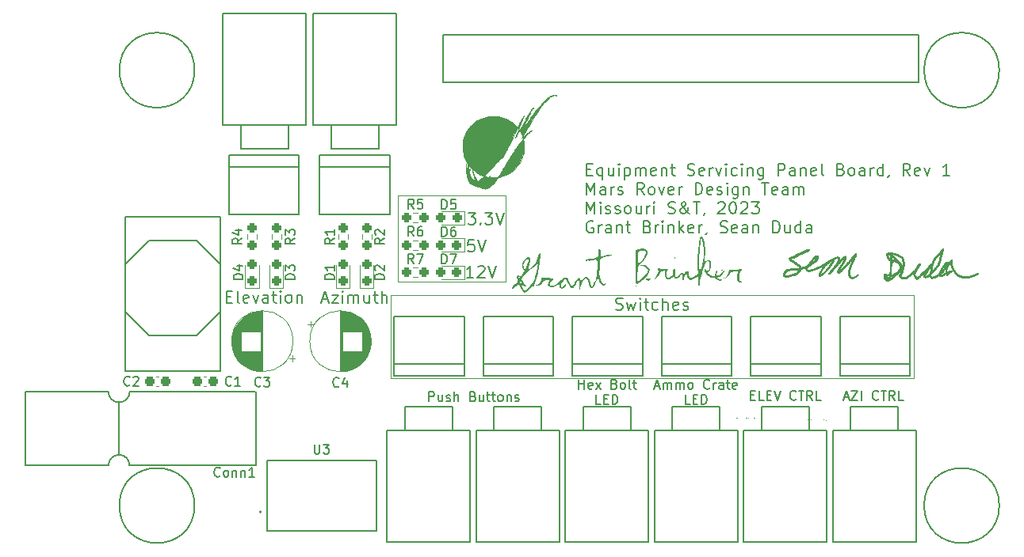
<source format=gto>
G04 #@! TF.GenerationSoftware,KiCad,Pcbnew,(6.0.7)*
G04 #@! TF.CreationDate,2023-03-20T22:05:17-05:00*
G04 #@! TF.ProjectId,EquipmentServicingPanel_Hardware_2023_Rev1,45717569-706d-4656-9e74-536572766963,rev?*
G04 #@! TF.SameCoordinates,Original*
G04 #@! TF.FileFunction,Legend,Top*
G04 #@! TF.FilePolarity,Positive*
%FSLAX46Y46*%
G04 Gerber Fmt 4.6, Leading zero omitted, Abs format (unit mm)*
G04 Created by KiCad (PCBNEW (6.0.7)) date 2023-03-20 22:05:17*
%MOMM*%
%LPD*%
G01*
G04 APERTURE LIST*
G04 Aperture macros list*
%AMRoundRect*
0 Rectangle with rounded corners*
0 $1 Rounding radius*
0 $2 $3 $4 $5 $6 $7 $8 $9 X,Y pos of 4 corners*
0 Add a 4 corners polygon primitive as box body*
4,1,4,$2,$3,$4,$5,$6,$7,$8,$9,$2,$3,0*
0 Add four circle primitives for the rounded corners*
1,1,$1+$1,$2,$3*
1,1,$1+$1,$4,$5*
1,1,$1+$1,$6,$7*
1,1,$1+$1,$8,$9*
0 Add four rect primitives between the rounded corners*
20,1,$1+$1,$2,$3,$4,$5,0*
20,1,$1+$1,$4,$5,$6,$7,0*
20,1,$1+$1,$6,$7,$8,$9,0*
20,1,$1+$1,$8,$9,$2,$3,0*%
G04 Aperture macros list end*
%ADD10C,0.120000*%
%ADD11C,0.150000*%
%ADD12C,0.127000*%
%ADD13C,0.200000*%
%ADD14C,0.010000*%
%ADD15RoundRect,0.237500X-0.300000X-0.237500X0.300000X-0.237500X0.300000X0.237500X-0.300000X0.237500X0*%
%ADD16R,1.600000X1.600000*%
%ADD17C,1.600000*%
%ADD18O,3.000000X5.100000*%
%ADD19C,3.450000*%
%ADD20C,1.524000*%
%ADD21RoundRect,0.237500X0.237500X-0.287500X0.237500X0.287500X-0.237500X0.287500X-0.237500X-0.287500X0*%
%ADD22RoundRect,0.237500X0.287500X0.237500X-0.287500X0.237500X-0.287500X-0.237500X0.287500X-0.237500X0*%
%ADD23RoundRect,0.237500X-0.237500X0.250000X-0.237500X-0.250000X0.237500X-0.250000X0.237500X0.250000X0*%
%ADD24RoundRect,0.237500X-0.250000X-0.237500X0.250000X-0.237500X0.250000X0.237500X-0.250000X0.237500X0*%
%ADD25C,1.520000*%
%ADD26R,1.358000X1.358000*%
%ADD27C,1.358000*%
%ADD28C,2.946400*%
G04 APERTURE END LIST*
D10*
X115316000Y-128397000D02*
X171196000Y-128397000D01*
X171196000Y-128397000D02*
X171196000Y-119507000D01*
X171196000Y-119507000D02*
X115316000Y-119507000D01*
X115316000Y-119507000D02*
X115316000Y-128397000D01*
X116078000Y-108839000D02*
X127635000Y-108839000D01*
X127635000Y-108839000D02*
X127635000Y-118110000D01*
X127635000Y-118110000D02*
X116078000Y-118110000D01*
X116078000Y-118110000D02*
X116078000Y-108839000D01*
D11*
X119420285Y-130881380D02*
X119420285Y-129881380D01*
X119801238Y-129881380D01*
X119896476Y-129929000D01*
X119944095Y-129976619D01*
X119991714Y-130071857D01*
X119991714Y-130214714D01*
X119944095Y-130309952D01*
X119896476Y-130357571D01*
X119801238Y-130405190D01*
X119420285Y-130405190D01*
X120848857Y-130214714D02*
X120848857Y-130881380D01*
X120420285Y-130214714D02*
X120420285Y-130738523D01*
X120467904Y-130833761D01*
X120563142Y-130881380D01*
X120706000Y-130881380D01*
X120801238Y-130833761D01*
X120848857Y-130786142D01*
X121277428Y-130833761D02*
X121372666Y-130881380D01*
X121563142Y-130881380D01*
X121658380Y-130833761D01*
X121706000Y-130738523D01*
X121706000Y-130690904D01*
X121658380Y-130595666D01*
X121563142Y-130548047D01*
X121420285Y-130548047D01*
X121325047Y-130500428D01*
X121277428Y-130405190D01*
X121277428Y-130357571D01*
X121325047Y-130262333D01*
X121420285Y-130214714D01*
X121563142Y-130214714D01*
X121658380Y-130262333D01*
X122134571Y-130881380D02*
X122134571Y-129881380D01*
X122563142Y-130881380D02*
X122563142Y-130357571D01*
X122515523Y-130262333D01*
X122420285Y-130214714D01*
X122277428Y-130214714D01*
X122182190Y-130262333D01*
X122134571Y-130309952D01*
X124134571Y-130357571D02*
X124277428Y-130405190D01*
X124325047Y-130452809D01*
X124372666Y-130548047D01*
X124372666Y-130690904D01*
X124325047Y-130786142D01*
X124277428Y-130833761D01*
X124182190Y-130881380D01*
X123801238Y-130881380D01*
X123801238Y-129881380D01*
X124134571Y-129881380D01*
X124229809Y-129929000D01*
X124277428Y-129976619D01*
X124325047Y-130071857D01*
X124325047Y-130167095D01*
X124277428Y-130262333D01*
X124229809Y-130309952D01*
X124134571Y-130357571D01*
X123801238Y-130357571D01*
X125229809Y-130214714D02*
X125229809Y-130881380D01*
X124801238Y-130214714D02*
X124801238Y-130738523D01*
X124848857Y-130833761D01*
X124944095Y-130881380D01*
X125086952Y-130881380D01*
X125182190Y-130833761D01*
X125229809Y-130786142D01*
X125563142Y-130214714D02*
X125944095Y-130214714D01*
X125706000Y-129881380D02*
X125706000Y-130738523D01*
X125753619Y-130833761D01*
X125848857Y-130881380D01*
X125944095Y-130881380D01*
X126134571Y-130214714D02*
X126515523Y-130214714D01*
X126277428Y-129881380D02*
X126277428Y-130738523D01*
X126325047Y-130833761D01*
X126420285Y-130881380D01*
X126515523Y-130881380D01*
X126991714Y-130881380D02*
X126896476Y-130833761D01*
X126848857Y-130786142D01*
X126801238Y-130690904D01*
X126801238Y-130405190D01*
X126848857Y-130309952D01*
X126896476Y-130262333D01*
X126991714Y-130214714D01*
X127134571Y-130214714D01*
X127229809Y-130262333D01*
X127277428Y-130309952D01*
X127325047Y-130405190D01*
X127325047Y-130690904D01*
X127277428Y-130786142D01*
X127229809Y-130833761D01*
X127134571Y-130881380D01*
X126991714Y-130881380D01*
X127753619Y-130214714D02*
X127753619Y-130881380D01*
X127753619Y-130309952D02*
X127801238Y-130262333D01*
X127896476Y-130214714D01*
X128039333Y-130214714D01*
X128134571Y-130262333D01*
X128182190Y-130357571D01*
X128182190Y-130881380D01*
X128610761Y-130833761D02*
X128706000Y-130881380D01*
X128896476Y-130881380D01*
X128991714Y-130833761D01*
X129039333Y-130738523D01*
X129039333Y-130690904D01*
X128991714Y-130595666D01*
X128896476Y-130548047D01*
X128753619Y-130548047D01*
X128658380Y-130500428D01*
X128610761Y-130405190D01*
X128610761Y-130357571D01*
X128658380Y-130262333D01*
X128753619Y-130214714D01*
X128896476Y-130214714D01*
X128991714Y-130262333D01*
X143574047Y-129282666D02*
X144050238Y-129282666D01*
X143478809Y-129568380D02*
X143812142Y-128568380D01*
X144145476Y-129568380D01*
X144478809Y-129568380D02*
X144478809Y-128901714D01*
X144478809Y-128996952D02*
X144526428Y-128949333D01*
X144621666Y-128901714D01*
X144764523Y-128901714D01*
X144859761Y-128949333D01*
X144907380Y-129044571D01*
X144907380Y-129568380D01*
X144907380Y-129044571D02*
X144955000Y-128949333D01*
X145050238Y-128901714D01*
X145193095Y-128901714D01*
X145288333Y-128949333D01*
X145335952Y-129044571D01*
X145335952Y-129568380D01*
X145812142Y-129568380D02*
X145812142Y-128901714D01*
X145812142Y-128996952D02*
X145859761Y-128949333D01*
X145955000Y-128901714D01*
X146097857Y-128901714D01*
X146193095Y-128949333D01*
X146240714Y-129044571D01*
X146240714Y-129568380D01*
X146240714Y-129044571D02*
X146288333Y-128949333D01*
X146383571Y-128901714D01*
X146526428Y-128901714D01*
X146621666Y-128949333D01*
X146669285Y-129044571D01*
X146669285Y-129568380D01*
X147288333Y-129568380D02*
X147193095Y-129520761D01*
X147145476Y-129473142D01*
X147097857Y-129377904D01*
X147097857Y-129092190D01*
X147145476Y-128996952D01*
X147193095Y-128949333D01*
X147288333Y-128901714D01*
X147431190Y-128901714D01*
X147526428Y-128949333D01*
X147574047Y-128996952D01*
X147621666Y-129092190D01*
X147621666Y-129377904D01*
X147574047Y-129473142D01*
X147526428Y-129520761D01*
X147431190Y-129568380D01*
X147288333Y-129568380D01*
X149383571Y-129473142D02*
X149335952Y-129520761D01*
X149193095Y-129568380D01*
X149097857Y-129568380D01*
X148955000Y-129520761D01*
X148859761Y-129425523D01*
X148812142Y-129330285D01*
X148764523Y-129139809D01*
X148764523Y-128996952D01*
X148812142Y-128806476D01*
X148859761Y-128711238D01*
X148955000Y-128616000D01*
X149097857Y-128568380D01*
X149193095Y-128568380D01*
X149335952Y-128616000D01*
X149383571Y-128663619D01*
X149812142Y-129568380D02*
X149812142Y-128901714D01*
X149812142Y-129092190D02*
X149859761Y-128996952D01*
X149907380Y-128949333D01*
X150002619Y-128901714D01*
X150097857Y-128901714D01*
X150859761Y-129568380D02*
X150859761Y-129044571D01*
X150812142Y-128949333D01*
X150716904Y-128901714D01*
X150526428Y-128901714D01*
X150431190Y-128949333D01*
X150859761Y-129520761D02*
X150764523Y-129568380D01*
X150526428Y-129568380D01*
X150431190Y-129520761D01*
X150383571Y-129425523D01*
X150383571Y-129330285D01*
X150431190Y-129235047D01*
X150526428Y-129187428D01*
X150764523Y-129187428D01*
X150859761Y-129139809D01*
X151193095Y-128901714D02*
X151574047Y-128901714D01*
X151335952Y-128568380D02*
X151335952Y-129425523D01*
X151383571Y-129520761D01*
X151478809Y-129568380D01*
X151574047Y-129568380D01*
X152288333Y-129520761D02*
X152193095Y-129568380D01*
X152002619Y-129568380D01*
X151907380Y-129520761D01*
X151859761Y-129425523D01*
X151859761Y-129044571D01*
X151907380Y-128949333D01*
X152002619Y-128901714D01*
X152193095Y-128901714D01*
X152288333Y-128949333D01*
X152335952Y-129044571D01*
X152335952Y-129139809D01*
X151859761Y-129235047D01*
X147312142Y-131178380D02*
X146835952Y-131178380D01*
X146835952Y-130178380D01*
X147645476Y-130654571D02*
X147978809Y-130654571D01*
X148121666Y-131178380D02*
X147645476Y-131178380D01*
X147645476Y-130178380D01*
X148121666Y-130178380D01*
X148550238Y-131178380D02*
X148550238Y-130178380D01*
X148788333Y-130178380D01*
X148931190Y-130226000D01*
X149026428Y-130321238D01*
X149074047Y-130416476D01*
X149121666Y-130606952D01*
X149121666Y-130749809D01*
X149074047Y-130940285D01*
X149026428Y-131035523D01*
X148931190Y-131130761D01*
X148788333Y-131178380D01*
X148550238Y-131178380D01*
X135430000Y-129568380D02*
X135430000Y-128568380D01*
X135430000Y-129044571D02*
X136001428Y-129044571D01*
X136001428Y-129568380D02*
X136001428Y-128568380D01*
X136858571Y-129520761D02*
X136763333Y-129568380D01*
X136572857Y-129568380D01*
X136477619Y-129520761D01*
X136430000Y-129425523D01*
X136430000Y-129044571D01*
X136477619Y-128949333D01*
X136572857Y-128901714D01*
X136763333Y-128901714D01*
X136858571Y-128949333D01*
X136906190Y-129044571D01*
X136906190Y-129139809D01*
X136430000Y-129235047D01*
X137239523Y-129568380D02*
X137763333Y-128901714D01*
X137239523Y-128901714D02*
X137763333Y-129568380D01*
X139239523Y-129044571D02*
X139382380Y-129092190D01*
X139430000Y-129139809D01*
X139477619Y-129235047D01*
X139477619Y-129377904D01*
X139430000Y-129473142D01*
X139382380Y-129520761D01*
X139287142Y-129568380D01*
X138906190Y-129568380D01*
X138906190Y-128568380D01*
X139239523Y-128568380D01*
X139334761Y-128616000D01*
X139382380Y-128663619D01*
X139430000Y-128758857D01*
X139430000Y-128854095D01*
X139382380Y-128949333D01*
X139334761Y-128996952D01*
X139239523Y-129044571D01*
X138906190Y-129044571D01*
X140049047Y-129568380D02*
X139953809Y-129520761D01*
X139906190Y-129473142D01*
X139858571Y-129377904D01*
X139858571Y-129092190D01*
X139906190Y-128996952D01*
X139953809Y-128949333D01*
X140049047Y-128901714D01*
X140191904Y-128901714D01*
X140287142Y-128949333D01*
X140334761Y-128996952D01*
X140382380Y-129092190D01*
X140382380Y-129377904D01*
X140334761Y-129473142D01*
X140287142Y-129520761D01*
X140191904Y-129568380D01*
X140049047Y-129568380D01*
X140953809Y-129568380D02*
X140858571Y-129520761D01*
X140810952Y-129425523D01*
X140810952Y-128568380D01*
X141191904Y-128901714D02*
X141572857Y-128901714D01*
X141334761Y-128568380D02*
X141334761Y-129425523D01*
X141382380Y-129520761D01*
X141477619Y-129568380D01*
X141572857Y-129568380D01*
X137787142Y-131178380D02*
X137310952Y-131178380D01*
X137310952Y-130178380D01*
X138120476Y-130654571D02*
X138453809Y-130654571D01*
X138596666Y-131178380D02*
X138120476Y-131178380D01*
X138120476Y-130178380D01*
X138596666Y-130178380D01*
X139025238Y-131178380D02*
X139025238Y-130178380D01*
X139263333Y-130178380D01*
X139406190Y-130226000D01*
X139501428Y-130321238D01*
X139549047Y-130416476D01*
X139596666Y-130606952D01*
X139596666Y-130749809D01*
X139549047Y-130940285D01*
X139501428Y-131035523D01*
X139406190Y-131130761D01*
X139263333Y-131178380D01*
X139025238Y-131178380D01*
X124218095Y-113604523D02*
X123613333Y-113604523D01*
X123552857Y-114209285D01*
X123613333Y-114148809D01*
X123734285Y-114088333D01*
X124036666Y-114088333D01*
X124157619Y-114148809D01*
X124218095Y-114209285D01*
X124278571Y-114330238D01*
X124278571Y-114632619D01*
X124218095Y-114753571D01*
X124157619Y-114814047D01*
X124036666Y-114874523D01*
X123734285Y-114874523D01*
X123613333Y-114814047D01*
X123552857Y-114753571D01*
X124641428Y-113604523D02*
X125064761Y-114874523D01*
X125488095Y-113604523D01*
X153813333Y-130230571D02*
X154146666Y-130230571D01*
X154289523Y-130754380D02*
X153813333Y-130754380D01*
X153813333Y-129754380D01*
X154289523Y-129754380D01*
X155194285Y-130754380D02*
X154718095Y-130754380D01*
X154718095Y-129754380D01*
X155527619Y-130230571D02*
X155860952Y-130230571D01*
X156003809Y-130754380D02*
X155527619Y-130754380D01*
X155527619Y-129754380D01*
X156003809Y-129754380D01*
X156289523Y-129754380D02*
X156622857Y-130754380D01*
X156956190Y-129754380D01*
X158622857Y-130659142D02*
X158575238Y-130706761D01*
X158432380Y-130754380D01*
X158337142Y-130754380D01*
X158194285Y-130706761D01*
X158099047Y-130611523D01*
X158051428Y-130516285D01*
X158003809Y-130325809D01*
X158003809Y-130182952D01*
X158051428Y-129992476D01*
X158099047Y-129897238D01*
X158194285Y-129802000D01*
X158337142Y-129754380D01*
X158432380Y-129754380D01*
X158575238Y-129802000D01*
X158622857Y-129849619D01*
X158908571Y-129754380D02*
X159480000Y-129754380D01*
X159194285Y-130754380D02*
X159194285Y-129754380D01*
X160384761Y-130754380D02*
X160051428Y-130278190D01*
X159813333Y-130754380D02*
X159813333Y-129754380D01*
X160194285Y-129754380D01*
X160289523Y-129802000D01*
X160337142Y-129849619D01*
X160384761Y-129944857D01*
X160384761Y-130087714D01*
X160337142Y-130182952D01*
X160289523Y-130230571D01*
X160194285Y-130278190D01*
X159813333Y-130278190D01*
X161289523Y-130754380D02*
X160813333Y-130754380D01*
X160813333Y-129754380D01*
X136289880Y-106062235D02*
X136713214Y-106062235D01*
X136894642Y-106727473D02*
X136289880Y-106727473D01*
X136289880Y-105457473D01*
X136894642Y-105457473D01*
X137983214Y-105880807D02*
X137983214Y-107150807D01*
X137983214Y-106666997D02*
X137862261Y-106727473D01*
X137620357Y-106727473D01*
X137499404Y-106666997D01*
X137438928Y-106606521D01*
X137378452Y-106485569D01*
X137378452Y-106122711D01*
X137438928Y-106001759D01*
X137499404Y-105941283D01*
X137620357Y-105880807D01*
X137862261Y-105880807D01*
X137983214Y-105941283D01*
X139132261Y-105880807D02*
X139132261Y-106727473D01*
X138587976Y-105880807D02*
X138587976Y-106546045D01*
X138648452Y-106666997D01*
X138769404Y-106727473D01*
X138950833Y-106727473D01*
X139071785Y-106666997D01*
X139132261Y-106606521D01*
X139737023Y-106727473D02*
X139737023Y-105880807D01*
X139737023Y-105457473D02*
X139676547Y-105517950D01*
X139737023Y-105578426D01*
X139797500Y-105517950D01*
X139737023Y-105457473D01*
X139737023Y-105578426D01*
X140341785Y-105880807D02*
X140341785Y-107150807D01*
X140341785Y-105941283D02*
X140462738Y-105880807D01*
X140704642Y-105880807D01*
X140825595Y-105941283D01*
X140886071Y-106001759D01*
X140946547Y-106122711D01*
X140946547Y-106485569D01*
X140886071Y-106606521D01*
X140825595Y-106666997D01*
X140704642Y-106727473D01*
X140462738Y-106727473D01*
X140341785Y-106666997D01*
X141490833Y-106727473D02*
X141490833Y-105880807D01*
X141490833Y-106001759D02*
X141551309Y-105941283D01*
X141672261Y-105880807D01*
X141853690Y-105880807D01*
X141974642Y-105941283D01*
X142035119Y-106062235D01*
X142035119Y-106727473D01*
X142035119Y-106062235D02*
X142095595Y-105941283D01*
X142216547Y-105880807D01*
X142397976Y-105880807D01*
X142518928Y-105941283D01*
X142579404Y-106062235D01*
X142579404Y-106727473D01*
X143667976Y-106666997D02*
X143547023Y-106727473D01*
X143305119Y-106727473D01*
X143184166Y-106666997D01*
X143123690Y-106546045D01*
X143123690Y-106062235D01*
X143184166Y-105941283D01*
X143305119Y-105880807D01*
X143547023Y-105880807D01*
X143667976Y-105941283D01*
X143728452Y-106062235D01*
X143728452Y-106183188D01*
X143123690Y-106304140D01*
X144272738Y-105880807D02*
X144272738Y-106727473D01*
X144272738Y-106001759D02*
X144333214Y-105941283D01*
X144454166Y-105880807D01*
X144635595Y-105880807D01*
X144756547Y-105941283D01*
X144817023Y-106062235D01*
X144817023Y-106727473D01*
X145240357Y-105880807D02*
X145724166Y-105880807D01*
X145421785Y-105457473D02*
X145421785Y-106546045D01*
X145482261Y-106666997D01*
X145603214Y-106727473D01*
X145724166Y-106727473D01*
X147054642Y-106666997D02*
X147236071Y-106727473D01*
X147538452Y-106727473D01*
X147659404Y-106666997D01*
X147719880Y-106606521D01*
X147780357Y-106485569D01*
X147780357Y-106364616D01*
X147719880Y-106243664D01*
X147659404Y-106183188D01*
X147538452Y-106122711D01*
X147296547Y-106062235D01*
X147175595Y-106001759D01*
X147115119Y-105941283D01*
X147054642Y-105820330D01*
X147054642Y-105699378D01*
X147115119Y-105578426D01*
X147175595Y-105517950D01*
X147296547Y-105457473D01*
X147598928Y-105457473D01*
X147780357Y-105517950D01*
X148808452Y-106666997D02*
X148687500Y-106727473D01*
X148445595Y-106727473D01*
X148324642Y-106666997D01*
X148264166Y-106546045D01*
X148264166Y-106062235D01*
X148324642Y-105941283D01*
X148445595Y-105880807D01*
X148687500Y-105880807D01*
X148808452Y-105941283D01*
X148868928Y-106062235D01*
X148868928Y-106183188D01*
X148264166Y-106304140D01*
X149413214Y-106727473D02*
X149413214Y-105880807D01*
X149413214Y-106122711D02*
X149473690Y-106001759D01*
X149534166Y-105941283D01*
X149655119Y-105880807D01*
X149776071Y-105880807D01*
X150078452Y-105880807D02*
X150380833Y-106727473D01*
X150683214Y-105880807D01*
X151167023Y-106727473D02*
X151167023Y-105880807D01*
X151167023Y-105457473D02*
X151106547Y-105517950D01*
X151167023Y-105578426D01*
X151227500Y-105517950D01*
X151167023Y-105457473D01*
X151167023Y-105578426D01*
X152316071Y-106666997D02*
X152195119Y-106727473D01*
X151953214Y-106727473D01*
X151832261Y-106666997D01*
X151771785Y-106606521D01*
X151711309Y-106485569D01*
X151711309Y-106122711D01*
X151771785Y-106001759D01*
X151832261Y-105941283D01*
X151953214Y-105880807D01*
X152195119Y-105880807D01*
X152316071Y-105941283D01*
X152860357Y-106727473D02*
X152860357Y-105880807D01*
X152860357Y-105457473D02*
X152799880Y-105517950D01*
X152860357Y-105578426D01*
X152920833Y-105517950D01*
X152860357Y-105457473D01*
X152860357Y-105578426D01*
X153465119Y-105880807D02*
X153465119Y-106727473D01*
X153465119Y-106001759D02*
X153525595Y-105941283D01*
X153646547Y-105880807D01*
X153827976Y-105880807D01*
X153948928Y-105941283D01*
X154009404Y-106062235D01*
X154009404Y-106727473D01*
X155158452Y-105880807D02*
X155158452Y-106908902D01*
X155097976Y-107029854D01*
X155037500Y-107090330D01*
X154916547Y-107150807D01*
X154735119Y-107150807D01*
X154614166Y-107090330D01*
X155158452Y-106666997D02*
X155037500Y-106727473D01*
X154795595Y-106727473D01*
X154674642Y-106666997D01*
X154614166Y-106606521D01*
X154553690Y-106485569D01*
X154553690Y-106122711D01*
X154614166Y-106001759D01*
X154674642Y-105941283D01*
X154795595Y-105880807D01*
X155037500Y-105880807D01*
X155158452Y-105941283D01*
X156730833Y-106727473D02*
X156730833Y-105457473D01*
X157214642Y-105457473D01*
X157335595Y-105517950D01*
X157396071Y-105578426D01*
X157456547Y-105699378D01*
X157456547Y-105880807D01*
X157396071Y-106001759D01*
X157335595Y-106062235D01*
X157214642Y-106122711D01*
X156730833Y-106122711D01*
X158545119Y-106727473D02*
X158545119Y-106062235D01*
X158484642Y-105941283D01*
X158363690Y-105880807D01*
X158121785Y-105880807D01*
X158000833Y-105941283D01*
X158545119Y-106666997D02*
X158424166Y-106727473D01*
X158121785Y-106727473D01*
X158000833Y-106666997D01*
X157940357Y-106546045D01*
X157940357Y-106425092D01*
X158000833Y-106304140D01*
X158121785Y-106243664D01*
X158424166Y-106243664D01*
X158545119Y-106183188D01*
X159149880Y-105880807D02*
X159149880Y-106727473D01*
X159149880Y-106001759D02*
X159210357Y-105941283D01*
X159331309Y-105880807D01*
X159512738Y-105880807D01*
X159633690Y-105941283D01*
X159694166Y-106062235D01*
X159694166Y-106727473D01*
X160782738Y-106666997D02*
X160661785Y-106727473D01*
X160419880Y-106727473D01*
X160298928Y-106666997D01*
X160238452Y-106546045D01*
X160238452Y-106062235D01*
X160298928Y-105941283D01*
X160419880Y-105880807D01*
X160661785Y-105880807D01*
X160782738Y-105941283D01*
X160843214Y-106062235D01*
X160843214Y-106183188D01*
X160238452Y-106304140D01*
X161568928Y-106727473D02*
X161447976Y-106666997D01*
X161387500Y-106546045D01*
X161387500Y-105457473D01*
X163443690Y-106062235D02*
X163625119Y-106122711D01*
X163685595Y-106183188D01*
X163746071Y-106304140D01*
X163746071Y-106485569D01*
X163685595Y-106606521D01*
X163625119Y-106666997D01*
X163504166Y-106727473D01*
X163020357Y-106727473D01*
X163020357Y-105457473D01*
X163443690Y-105457473D01*
X163564642Y-105517950D01*
X163625119Y-105578426D01*
X163685595Y-105699378D01*
X163685595Y-105820330D01*
X163625119Y-105941283D01*
X163564642Y-106001759D01*
X163443690Y-106062235D01*
X163020357Y-106062235D01*
X164471785Y-106727473D02*
X164350833Y-106666997D01*
X164290357Y-106606521D01*
X164229880Y-106485569D01*
X164229880Y-106122711D01*
X164290357Y-106001759D01*
X164350833Y-105941283D01*
X164471785Y-105880807D01*
X164653214Y-105880807D01*
X164774166Y-105941283D01*
X164834642Y-106001759D01*
X164895119Y-106122711D01*
X164895119Y-106485569D01*
X164834642Y-106606521D01*
X164774166Y-106666997D01*
X164653214Y-106727473D01*
X164471785Y-106727473D01*
X165983690Y-106727473D02*
X165983690Y-106062235D01*
X165923214Y-105941283D01*
X165802261Y-105880807D01*
X165560357Y-105880807D01*
X165439404Y-105941283D01*
X165983690Y-106666997D02*
X165862738Y-106727473D01*
X165560357Y-106727473D01*
X165439404Y-106666997D01*
X165378928Y-106546045D01*
X165378928Y-106425092D01*
X165439404Y-106304140D01*
X165560357Y-106243664D01*
X165862738Y-106243664D01*
X165983690Y-106183188D01*
X166588452Y-106727473D02*
X166588452Y-105880807D01*
X166588452Y-106122711D02*
X166648928Y-106001759D01*
X166709404Y-105941283D01*
X166830357Y-105880807D01*
X166951309Y-105880807D01*
X167918928Y-106727473D02*
X167918928Y-105457473D01*
X167918928Y-106666997D02*
X167797976Y-106727473D01*
X167556071Y-106727473D01*
X167435119Y-106666997D01*
X167374642Y-106606521D01*
X167314166Y-106485569D01*
X167314166Y-106122711D01*
X167374642Y-106001759D01*
X167435119Y-105941283D01*
X167556071Y-105880807D01*
X167797976Y-105880807D01*
X167918928Y-105941283D01*
X168584166Y-106666997D02*
X168584166Y-106727473D01*
X168523690Y-106848426D01*
X168463214Y-106908902D01*
X170821785Y-106727473D02*
X170398452Y-106122711D01*
X170096071Y-106727473D02*
X170096071Y-105457473D01*
X170579880Y-105457473D01*
X170700833Y-105517950D01*
X170761309Y-105578426D01*
X170821785Y-105699378D01*
X170821785Y-105880807D01*
X170761309Y-106001759D01*
X170700833Y-106062235D01*
X170579880Y-106122711D01*
X170096071Y-106122711D01*
X171849880Y-106666997D02*
X171728928Y-106727473D01*
X171487023Y-106727473D01*
X171366071Y-106666997D01*
X171305595Y-106546045D01*
X171305595Y-106062235D01*
X171366071Y-105941283D01*
X171487023Y-105880807D01*
X171728928Y-105880807D01*
X171849880Y-105941283D01*
X171910357Y-106062235D01*
X171910357Y-106183188D01*
X171305595Y-106304140D01*
X172333690Y-105880807D02*
X172636071Y-106727473D01*
X172938452Y-105880807D01*
X175055119Y-106727473D02*
X174329404Y-106727473D01*
X174692261Y-106727473D02*
X174692261Y-105457473D01*
X174571309Y-105638902D01*
X174450357Y-105759854D01*
X174329404Y-105820330D01*
X136289880Y-108772173D02*
X136289880Y-107502173D01*
X136713214Y-108409316D01*
X137136547Y-107502173D01*
X137136547Y-108772173D01*
X138285595Y-108772173D02*
X138285595Y-108106935D01*
X138225119Y-107985983D01*
X138104166Y-107925507D01*
X137862261Y-107925507D01*
X137741309Y-107985983D01*
X138285595Y-108711697D02*
X138164642Y-108772173D01*
X137862261Y-108772173D01*
X137741309Y-108711697D01*
X137680833Y-108590745D01*
X137680833Y-108469792D01*
X137741309Y-108348840D01*
X137862261Y-108288364D01*
X138164642Y-108288364D01*
X138285595Y-108227888D01*
X138890357Y-108772173D02*
X138890357Y-107925507D01*
X138890357Y-108167411D02*
X138950833Y-108046459D01*
X139011309Y-107985983D01*
X139132261Y-107925507D01*
X139253214Y-107925507D01*
X139616071Y-108711697D02*
X139737023Y-108772173D01*
X139978928Y-108772173D01*
X140099880Y-108711697D01*
X140160357Y-108590745D01*
X140160357Y-108530269D01*
X140099880Y-108409316D01*
X139978928Y-108348840D01*
X139797500Y-108348840D01*
X139676547Y-108288364D01*
X139616071Y-108167411D01*
X139616071Y-108106935D01*
X139676547Y-107985983D01*
X139797500Y-107925507D01*
X139978928Y-107925507D01*
X140099880Y-107985983D01*
X142397976Y-108772173D02*
X141974642Y-108167411D01*
X141672261Y-108772173D02*
X141672261Y-107502173D01*
X142156071Y-107502173D01*
X142277023Y-107562650D01*
X142337500Y-107623126D01*
X142397976Y-107744078D01*
X142397976Y-107925507D01*
X142337500Y-108046459D01*
X142277023Y-108106935D01*
X142156071Y-108167411D01*
X141672261Y-108167411D01*
X143123690Y-108772173D02*
X143002738Y-108711697D01*
X142942261Y-108651221D01*
X142881785Y-108530269D01*
X142881785Y-108167411D01*
X142942261Y-108046459D01*
X143002738Y-107985983D01*
X143123690Y-107925507D01*
X143305119Y-107925507D01*
X143426071Y-107985983D01*
X143486547Y-108046459D01*
X143547023Y-108167411D01*
X143547023Y-108530269D01*
X143486547Y-108651221D01*
X143426071Y-108711697D01*
X143305119Y-108772173D01*
X143123690Y-108772173D01*
X143970357Y-107925507D02*
X144272738Y-108772173D01*
X144575119Y-107925507D01*
X145542738Y-108711697D02*
X145421785Y-108772173D01*
X145179880Y-108772173D01*
X145058928Y-108711697D01*
X144998452Y-108590745D01*
X144998452Y-108106935D01*
X145058928Y-107985983D01*
X145179880Y-107925507D01*
X145421785Y-107925507D01*
X145542738Y-107985983D01*
X145603214Y-108106935D01*
X145603214Y-108227888D01*
X144998452Y-108348840D01*
X146147500Y-108772173D02*
X146147500Y-107925507D01*
X146147500Y-108167411D02*
X146207976Y-108046459D01*
X146268452Y-107985983D01*
X146389404Y-107925507D01*
X146510357Y-107925507D01*
X147901309Y-108772173D02*
X147901309Y-107502173D01*
X148203690Y-107502173D01*
X148385119Y-107562650D01*
X148506071Y-107683602D01*
X148566547Y-107804554D01*
X148627023Y-108046459D01*
X148627023Y-108227888D01*
X148566547Y-108469792D01*
X148506071Y-108590745D01*
X148385119Y-108711697D01*
X148203690Y-108772173D01*
X147901309Y-108772173D01*
X149655119Y-108711697D02*
X149534166Y-108772173D01*
X149292261Y-108772173D01*
X149171309Y-108711697D01*
X149110833Y-108590745D01*
X149110833Y-108106935D01*
X149171309Y-107985983D01*
X149292261Y-107925507D01*
X149534166Y-107925507D01*
X149655119Y-107985983D01*
X149715595Y-108106935D01*
X149715595Y-108227888D01*
X149110833Y-108348840D01*
X150199404Y-108711697D02*
X150320357Y-108772173D01*
X150562261Y-108772173D01*
X150683214Y-108711697D01*
X150743690Y-108590745D01*
X150743690Y-108530269D01*
X150683214Y-108409316D01*
X150562261Y-108348840D01*
X150380833Y-108348840D01*
X150259880Y-108288364D01*
X150199404Y-108167411D01*
X150199404Y-108106935D01*
X150259880Y-107985983D01*
X150380833Y-107925507D01*
X150562261Y-107925507D01*
X150683214Y-107985983D01*
X151287976Y-108772173D02*
X151287976Y-107925507D01*
X151287976Y-107502173D02*
X151227500Y-107562650D01*
X151287976Y-107623126D01*
X151348452Y-107562650D01*
X151287976Y-107502173D01*
X151287976Y-107623126D01*
X152437023Y-107925507D02*
X152437023Y-108953602D01*
X152376547Y-109074554D01*
X152316071Y-109135030D01*
X152195119Y-109195507D01*
X152013690Y-109195507D01*
X151892738Y-109135030D01*
X152437023Y-108711697D02*
X152316071Y-108772173D01*
X152074166Y-108772173D01*
X151953214Y-108711697D01*
X151892738Y-108651221D01*
X151832261Y-108530269D01*
X151832261Y-108167411D01*
X151892738Y-108046459D01*
X151953214Y-107985983D01*
X152074166Y-107925507D01*
X152316071Y-107925507D01*
X152437023Y-107985983D01*
X153041785Y-107925507D02*
X153041785Y-108772173D01*
X153041785Y-108046459D02*
X153102261Y-107985983D01*
X153223214Y-107925507D01*
X153404642Y-107925507D01*
X153525595Y-107985983D01*
X153586071Y-108106935D01*
X153586071Y-108772173D01*
X154977023Y-107502173D02*
X155702738Y-107502173D01*
X155339880Y-108772173D02*
X155339880Y-107502173D01*
X156609880Y-108711697D02*
X156488928Y-108772173D01*
X156247023Y-108772173D01*
X156126071Y-108711697D01*
X156065595Y-108590745D01*
X156065595Y-108106935D01*
X156126071Y-107985983D01*
X156247023Y-107925507D01*
X156488928Y-107925507D01*
X156609880Y-107985983D01*
X156670357Y-108106935D01*
X156670357Y-108227888D01*
X156065595Y-108348840D01*
X157758928Y-108772173D02*
X157758928Y-108106935D01*
X157698452Y-107985983D01*
X157577500Y-107925507D01*
X157335595Y-107925507D01*
X157214642Y-107985983D01*
X157758928Y-108711697D02*
X157637976Y-108772173D01*
X157335595Y-108772173D01*
X157214642Y-108711697D01*
X157154166Y-108590745D01*
X157154166Y-108469792D01*
X157214642Y-108348840D01*
X157335595Y-108288364D01*
X157637976Y-108288364D01*
X157758928Y-108227888D01*
X158363690Y-108772173D02*
X158363690Y-107925507D01*
X158363690Y-108046459D02*
X158424166Y-107985983D01*
X158545119Y-107925507D01*
X158726547Y-107925507D01*
X158847500Y-107985983D01*
X158907976Y-108106935D01*
X158907976Y-108772173D01*
X158907976Y-108106935D02*
X158968452Y-107985983D01*
X159089404Y-107925507D01*
X159270833Y-107925507D01*
X159391785Y-107985983D01*
X159452261Y-108106935D01*
X159452261Y-108772173D01*
X136289880Y-110816873D02*
X136289880Y-109546873D01*
X136713214Y-110454016D01*
X137136547Y-109546873D01*
X137136547Y-110816873D01*
X137741309Y-110816873D02*
X137741309Y-109970207D01*
X137741309Y-109546873D02*
X137680833Y-109607350D01*
X137741309Y-109667826D01*
X137801785Y-109607350D01*
X137741309Y-109546873D01*
X137741309Y-109667826D01*
X138285595Y-110756397D02*
X138406547Y-110816873D01*
X138648452Y-110816873D01*
X138769404Y-110756397D01*
X138829880Y-110635445D01*
X138829880Y-110574969D01*
X138769404Y-110454016D01*
X138648452Y-110393540D01*
X138467023Y-110393540D01*
X138346071Y-110333064D01*
X138285595Y-110212111D01*
X138285595Y-110151635D01*
X138346071Y-110030683D01*
X138467023Y-109970207D01*
X138648452Y-109970207D01*
X138769404Y-110030683D01*
X139313690Y-110756397D02*
X139434642Y-110816873D01*
X139676547Y-110816873D01*
X139797500Y-110756397D01*
X139857976Y-110635445D01*
X139857976Y-110574969D01*
X139797500Y-110454016D01*
X139676547Y-110393540D01*
X139495119Y-110393540D01*
X139374166Y-110333064D01*
X139313690Y-110212111D01*
X139313690Y-110151635D01*
X139374166Y-110030683D01*
X139495119Y-109970207D01*
X139676547Y-109970207D01*
X139797500Y-110030683D01*
X140583690Y-110816873D02*
X140462738Y-110756397D01*
X140402261Y-110695921D01*
X140341785Y-110574969D01*
X140341785Y-110212111D01*
X140402261Y-110091159D01*
X140462738Y-110030683D01*
X140583690Y-109970207D01*
X140765119Y-109970207D01*
X140886071Y-110030683D01*
X140946547Y-110091159D01*
X141007023Y-110212111D01*
X141007023Y-110574969D01*
X140946547Y-110695921D01*
X140886071Y-110756397D01*
X140765119Y-110816873D01*
X140583690Y-110816873D01*
X142095595Y-109970207D02*
X142095595Y-110816873D01*
X141551309Y-109970207D02*
X141551309Y-110635445D01*
X141611785Y-110756397D01*
X141732738Y-110816873D01*
X141914166Y-110816873D01*
X142035119Y-110756397D01*
X142095595Y-110695921D01*
X142700357Y-110816873D02*
X142700357Y-109970207D01*
X142700357Y-110212111D02*
X142760833Y-110091159D01*
X142821309Y-110030683D01*
X142942261Y-109970207D01*
X143063214Y-109970207D01*
X143486547Y-110816873D02*
X143486547Y-109970207D01*
X143486547Y-109546873D02*
X143426071Y-109607350D01*
X143486547Y-109667826D01*
X143547023Y-109607350D01*
X143486547Y-109546873D01*
X143486547Y-109667826D01*
X144998452Y-110756397D02*
X145179880Y-110816873D01*
X145482261Y-110816873D01*
X145603214Y-110756397D01*
X145663690Y-110695921D01*
X145724166Y-110574969D01*
X145724166Y-110454016D01*
X145663690Y-110333064D01*
X145603214Y-110272588D01*
X145482261Y-110212111D01*
X145240357Y-110151635D01*
X145119404Y-110091159D01*
X145058928Y-110030683D01*
X144998452Y-109909730D01*
X144998452Y-109788778D01*
X145058928Y-109667826D01*
X145119404Y-109607350D01*
X145240357Y-109546873D01*
X145542738Y-109546873D01*
X145724166Y-109607350D01*
X147296547Y-110816873D02*
X147236071Y-110816873D01*
X147115119Y-110756397D01*
X146933690Y-110574969D01*
X146631309Y-110212111D01*
X146510357Y-110030683D01*
X146449880Y-109849254D01*
X146449880Y-109728302D01*
X146510357Y-109607350D01*
X146631309Y-109546873D01*
X146691785Y-109546873D01*
X146812738Y-109607350D01*
X146873214Y-109728302D01*
X146873214Y-109788778D01*
X146812738Y-109909730D01*
X146752261Y-109970207D01*
X146389404Y-110212111D01*
X146328928Y-110272588D01*
X146268452Y-110393540D01*
X146268452Y-110574969D01*
X146328928Y-110695921D01*
X146389404Y-110756397D01*
X146510357Y-110816873D01*
X146691785Y-110816873D01*
X146812738Y-110756397D01*
X146873214Y-110695921D01*
X147054642Y-110454016D01*
X147115119Y-110272588D01*
X147115119Y-110151635D01*
X147659404Y-109546873D02*
X148385119Y-109546873D01*
X148022261Y-110816873D02*
X148022261Y-109546873D01*
X148868928Y-110756397D02*
X148868928Y-110816873D01*
X148808452Y-110937826D01*
X148747976Y-110998302D01*
X150320357Y-109667826D02*
X150380833Y-109607350D01*
X150501785Y-109546873D01*
X150804166Y-109546873D01*
X150925119Y-109607350D01*
X150985595Y-109667826D01*
X151046071Y-109788778D01*
X151046071Y-109909730D01*
X150985595Y-110091159D01*
X150259880Y-110816873D01*
X151046071Y-110816873D01*
X151832261Y-109546873D02*
X151953214Y-109546873D01*
X152074166Y-109607350D01*
X152134642Y-109667826D01*
X152195119Y-109788778D01*
X152255595Y-110030683D01*
X152255595Y-110333064D01*
X152195119Y-110574969D01*
X152134642Y-110695921D01*
X152074166Y-110756397D01*
X151953214Y-110816873D01*
X151832261Y-110816873D01*
X151711309Y-110756397D01*
X151650833Y-110695921D01*
X151590357Y-110574969D01*
X151529880Y-110333064D01*
X151529880Y-110030683D01*
X151590357Y-109788778D01*
X151650833Y-109667826D01*
X151711309Y-109607350D01*
X151832261Y-109546873D01*
X152739404Y-109667826D02*
X152799880Y-109607350D01*
X152920833Y-109546873D01*
X153223214Y-109546873D01*
X153344166Y-109607350D01*
X153404642Y-109667826D01*
X153465119Y-109788778D01*
X153465119Y-109909730D01*
X153404642Y-110091159D01*
X152678928Y-110816873D01*
X153465119Y-110816873D01*
X153888452Y-109546873D02*
X154674642Y-109546873D01*
X154251309Y-110030683D01*
X154432738Y-110030683D01*
X154553690Y-110091159D01*
X154614166Y-110151635D01*
X154674642Y-110272588D01*
X154674642Y-110574969D01*
X154614166Y-110695921D01*
X154553690Y-110756397D01*
X154432738Y-110816873D01*
X154069880Y-110816873D01*
X153948928Y-110756397D01*
X153888452Y-110695921D01*
X136955119Y-111652050D02*
X136834166Y-111591573D01*
X136652738Y-111591573D01*
X136471309Y-111652050D01*
X136350357Y-111773002D01*
X136289880Y-111893954D01*
X136229404Y-112135859D01*
X136229404Y-112317288D01*
X136289880Y-112559192D01*
X136350357Y-112680145D01*
X136471309Y-112801097D01*
X136652738Y-112861573D01*
X136773690Y-112861573D01*
X136955119Y-112801097D01*
X137015595Y-112740621D01*
X137015595Y-112317288D01*
X136773690Y-112317288D01*
X137559880Y-112861573D02*
X137559880Y-112014907D01*
X137559880Y-112256811D02*
X137620357Y-112135859D01*
X137680833Y-112075383D01*
X137801785Y-112014907D01*
X137922738Y-112014907D01*
X138890357Y-112861573D02*
X138890357Y-112196335D01*
X138829880Y-112075383D01*
X138708928Y-112014907D01*
X138467023Y-112014907D01*
X138346071Y-112075383D01*
X138890357Y-112801097D02*
X138769404Y-112861573D01*
X138467023Y-112861573D01*
X138346071Y-112801097D01*
X138285595Y-112680145D01*
X138285595Y-112559192D01*
X138346071Y-112438240D01*
X138467023Y-112377764D01*
X138769404Y-112377764D01*
X138890357Y-112317288D01*
X139495119Y-112014907D02*
X139495119Y-112861573D01*
X139495119Y-112135859D02*
X139555595Y-112075383D01*
X139676547Y-112014907D01*
X139857976Y-112014907D01*
X139978928Y-112075383D01*
X140039404Y-112196335D01*
X140039404Y-112861573D01*
X140462738Y-112014907D02*
X140946547Y-112014907D01*
X140644166Y-111591573D02*
X140644166Y-112680145D01*
X140704642Y-112801097D01*
X140825595Y-112861573D01*
X140946547Y-112861573D01*
X142760833Y-112196335D02*
X142942261Y-112256811D01*
X143002738Y-112317288D01*
X143063214Y-112438240D01*
X143063214Y-112619669D01*
X143002738Y-112740621D01*
X142942261Y-112801097D01*
X142821309Y-112861573D01*
X142337500Y-112861573D01*
X142337500Y-111591573D01*
X142760833Y-111591573D01*
X142881785Y-111652050D01*
X142942261Y-111712526D01*
X143002738Y-111833478D01*
X143002738Y-111954430D01*
X142942261Y-112075383D01*
X142881785Y-112135859D01*
X142760833Y-112196335D01*
X142337500Y-112196335D01*
X143607500Y-112861573D02*
X143607500Y-112014907D01*
X143607500Y-112256811D02*
X143667976Y-112135859D01*
X143728452Y-112075383D01*
X143849404Y-112014907D01*
X143970357Y-112014907D01*
X144393690Y-112861573D02*
X144393690Y-112014907D01*
X144393690Y-111591573D02*
X144333214Y-111652050D01*
X144393690Y-111712526D01*
X144454166Y-111652050D01*
X144393690Y-111591573D01*
X144393690Y-111712526D01*
X144998452Y-112014907D02*
X144998452Y-112861573D01*
X144998452Y-112135859D02*
X145058928Y-112075383D01*
X145179880Y-112014907D01*
X145361309Y-112014907D01*
X145482261Y-112075383D01*
X145542738Y-112196335D01*
X145542738Y-112861573D01*
X146147500Y-112861573D02*
X146147500Y-111591573D01*
X146268452Y-112377764D02*
X146631309Y-112861573D01*
X146631309Y-112014907D02*
X146147500Y-112498716D01*
X147659404Y-112801097D02*
X147538452Y-112861573D01*
X147296547Y-112861573D01*
X147175595Y-112801097D01*
X147115119Y-112680145D01*
X147115119Y-112196335D01*
X147175595Y-112075383D01*
X147296547Y-112014907D01*
X147538452Y-112014907D01*
X147659404Y-112075383D01*
X147719880Y-112196335D01*
X147719880Y-112317288D01*
X147115119Y-112438240D01*
X148264166Y-112861573D02*
X148264166Y-112014907D01*
X148264166Y-112256811D02*
X148324642Y-112135859D01*
X148385119Y-112075383D01*
X148506071Y-112014907D01*
X148627023Y-112014907D01*
X149110833Y-112801097D02*
X149110833Y-112861573D01*
X149050357Y-112982526D01*
X148989880Y-113043002D01*
X150562261Y-112801097D02*
X150743690Y-112861573D01*
X151046071Y-112861573D01*
X151167023Y-112801097D01*
X151227500Y-112740621D01*
X151287976Y-112619669D01*
X151287976Y-112498716D01*
X151227500Y-112377764D01*
X151167023Y-112317288D01*
X151046071Y-112256811D01*
X150804166Y-112196335D01*
X150683214Y-112135859D01*
X150622738Y-112075383D01*
X150562261Y-111954430D01*
X150562261Y-111833478D01*
X150622738Y-111712526D01*
X150683214Y-111652050D01*
X150804166Y-111591573D01*
X151106547Y-111591573D01*
X151287976Y-111652050D01*
X152316071Y-112801097D02*
X152195119Y-112861573D01*
X151953214Y-112861573D01*
X151832261Y-112801097D01*
X151771785Y-112680145D01*
X151771785Y-112196335D01*
X151832261Y-112075383D01*
X151953214Y-112014907D01*
X152195119Y-112014907D01*
X152316071Y-112075383D01*
X152376547Y-112196335D01*
X152376547Y-112317288D01*
X151771785Y-112438240D01*
X153465119Y-112861573D02*
X153465119Y-112196335D01*
X153404642Y-112075383D01*
X153283690Y-112014907D01*
X153041785Y-112014907D01*
X152920833Y-112075383D01*
X153465119Y-112801097D02*
X153344166Y-112861573D01*
X153041785Y-112861573D01*
X152920833Y-112801097D01*
X152860357Y-112680145D01*
X152860357Y-112559192D01*
X152920833Y-112438240D01*
X153041785Y-112377764D01*
X153344166Y-112377764D01*
X153465119Y-112317288D01*
X154069880Y-112014907D02*
X154069880Y-112861573D01*
X154069880Y-112135859D02*
X154130357Y-112075383D01*
X154251309Y-112014907D01*
X154432738Y-112014907D01*
X154553690Y-112075383D01*
X154614166Y-112196335D01*
X154614166Y-112861573D01*
X156186547Y-112861573D02*
X156186547Y-111591573D01*
X156488928Y-111591573D01*
X156670357Y-111652050D01*
X156791309Y-111773002D01*
X156851785Y-111893954D01*
X156912261Y-112135859D01*
X156912261Y-112317288D01*
X156851785Y-112559192D01*
X156791309Y-112680145D01*
X156670357Y-112801097D01*
X156488928Y-112861573D01*
X156186547Y-112861573D01*
X158000833Y-112014907D02*
X158000833Y-112861573D01*
X157456547Y-112014907D02*
X157456547Y-112680145D01*
X157517023Y-112801097D01*
X157637976Y-112861573D01*
X157819404Y-112861573D01*
X157940357Y-112801097D01*
X158000833Y-112740621D01*
X159149880Y-112861573D02*
X159149880Y-111591573D01*
X159149880Y-112801097D02*
X159028928Y-112861573D01*
X158787023Y-112861573D01*
X158666071Y-112801097D01*
X158605595Y-112740621D01*
X158545119Y-112619669D01*
X158545119Y-112256811D01*
X158605595Y-112135859D01*
X158666071Y-112075383D01*
X158787023Y-112014907D01*
X159028928Y-112014907D01*
X159149880Y-112075383D01*
X160298928Y-112861573D02*
X160298928Y-112196335D01*
X160238452Y-112075383D01*
X160117500Y-112014907D01*
X159875595Y-112014907D01*
X159754642Y-112075383D01*
X160298928Y-112801097D02*
X160177976Y-112861573D01*
X159875595Y-112861573D01*
X159754642Y-112801097D01*
X159694166Y-112680145D01*
X159694166Y-112559192D01*
X159754642Y-112438240D01*
X159875595Y-112377764D01*
X160177976Y-112377764D01*
X160298928Y-112317288D01*
X124181809Y-117668523D02*
X123456095Y-117668523D01*
X123818952Y-117668523D02*
X123818952Y-116398523D01*
X123698000Y-116579952D01*
X123577047Y-116700904D01*
X123456095Y-116761380D01*
X124665619Y-116519476D02*
X124726095Y-116459000D01*
X124847047Y-116398523D01*
X125149428Y-116398523D01*
X125270380Y-116459000D01*
X125330857Y-116519476D01*
X125391333Y-116640428D01*
X125391333Y-116761380D01*
X125330857Y-116942809D01*
X124605142Y-117668523D01*
X125391333Y-117668523D01*
X125754190Y-116398523D02*
X126177523Y-117668523D01*
X126600857Y-116398523D01*
X97832333Y-119670285D02*
X98255666Y-119670285D01*
X98437095Y-120335523D02*
X97832333Y-120335523D01*
X97832333Y-119065523D01*
X98437095Y-119065523D01*
X99162809Y-120335523D02*
X99041857Y-120275047D01*
X98981380Y-120154095D01*
X98981380Y-119065523D01*
X100130428Y-120275047D02*
X100009476Y-120335523D01*
X99767571Y-120335523D01*
X99646619Y-120275047D01*
X99586142Y-120154095D01*
X99586142Y-119670285D01*
X99646619Y-119549333D01*
X99767571Y-119488857D01*
X100009476Y-119488857D01*
X100130428Y-119549333D01*
X100190904Y-119670285D01*
X100190904Y-119791238D01*
X99586142Y-119912190D01*
X100614238Y-119488857D02*
X100916619Y-120335523D01*
X101219000Y-119488857D01*
X102247095Y-120335523D02*
X102247095Y-119670285D01*
X102186619Y-119549333D01*
X102065666Y-119488857D01*
X101823761Y-119488857D01*
X101702809Y-119549333D01*
X102247095Y-120275047D02*
X102126142Y-120335523D01*
X101823761Y-120335523D01*
X101702809Y-120275047D01*
X101642333Y-120154095D01*
X101642333Y-120033142D01*
X101702809Y-119912190D01*
X101823761Y-119851714D01*
X102126142Y-119851714D01*
X102247095Y-119791238D01*
X102670428Y-119488857D02*
X103154238Y-119488857D01*
X102851857Y-119065523D02*
X102851857Y-120154095D01*
X102912333Y-120275047D01*
X103033285Y-120335523D01*
X103154238Y-120335523D01*
X103577571Y-120335523D02*
X103577571Y-119488857D01*
X103577571Y-119065523D02*
X103517095Y-119126000D01*
X103577571Y-119186476D01*
X103638047Y-119126000D01*
X103577571Y-119065523D01*
X103577571Y-119186476D01*
X104363761Y-120335523D02*
X104242809Y-120275047D01*
X104182333Y-120214571D01*
X104121857Y-120093619D01*
X104121857Y-119730761D01*
X104182333Y-119609809D01*
X104242809Y-119549333D01*
X104363761Y-119488857D01*
X104545190Y-119488857D01*
X104666142Y-119549333D01*
X104726619Y-119609809D01*
X104787095Y-119730761D01*
X104787095Y-120093619D01*
X104726619Y-120214571D01*
X104666142Y-120275047D01*
X104545190Y-120335523D01*
X104363761Y-120335523D01*
X105331380Y-119488857D02*
X105331380Y-120335523D01*
X105331380Y-119609809D02*
X105391857Y-119549333D01*
X105512809Y-119488857D01*
X105694238Y-119488857D01*
X105815190Y-119549333D01*
X105875666Y-119670285D01*
X105875666Y-120335523D01*
X163758952Y-130468666D02*
X164235142Y-130468666D01*
X163663714Y-130754380D02*
X163997047Y-129754380D01*
X164330380Y-130754380D01*
X164568476Y-129754380D02*
X165235142Y-129754380D01*
X164568476Y-130754380D01*
X165235142Y-130754380D01*
X165616095Y-130754380D02*
X165616095Y-129754380D01*
X167425619Y-130659142D02*
X167378000Y-130706761D01*
X167235142Y-130754380D01*
X167139904Y-130754380D01*
X166997047Y-130706761D01*
X166901809Y-130611523D01*
X166854190Y-130516285D01*
X166806571Y-130325809D01*
X166806571Y-130182952D01*
X166854190Y-129992476D01*
X166901809Y-129897238D01*
X166997047Y-129802000D01*
X167139904Y-129754380D01*
X167235142Y-129754380D01*
X167378000Y-129802000D01*
X167425619Y-129849619D01*
X167711333Y-129754380D02*
X168282761Y-129754380D01*
X167997047Y-130754380D02*
X167997047Y-129754380D01*
X169187523Y-130754380D02*
X168854190Y-130278190D01*
X168616095Y-130754380D02*
X168616095Y-129754380D01*
X168997047Y-129754380D01*
X169092285Y-129802000D01*
X169139904Y-129849619D01*
X169187523Y-129944857D01*
X169187523Y-130087714D01*
X169139904Y-130182952D01*
X169092285Y-130230571D01*
X168997047Y-130278190D01*
X168616095Y-130278190D01*
X170092285Y-130754380D02*
X169616095Y-130754380D01*
X169616095Y-129754380D01*
X108028619Y-119972666D02*
X108633380Y-119972666D01*
X107907666Y-120335523D02*
X108331000Y-119065523D01*
X108754333Y-120335523D01*
X109056714Y-119488857D02*
X109721952Y-119488857D01*
X109056714Y-120335523D01*
X109721952Y-120335523D01*
X110205761Y-120335523D02*
X110205761Y-119488857D01*
X110205761Y-119065523D02*
X110145285Y-119126000D01*
X110205761Y-119186476D01*
X110266238Y-119126000D01*
X110205761Y-119065523D01*
X110205761Y-119186476D01*
X110810523Y-120335523D02*
X110810523Y-119488857D01*
X110810523Y-119609809D02*
X110871000Y-119549333D01*
X110991952Y-119488857D01*
X111173380Y-119488857D01*
X111294333Y-119549333D01*
X111354809Y-119670285D01*
X111354809Y-120335523D01*
X111354809Y-119670285D02*
X111415285Y-119549333D01*
X111536238Y-119488857D01*
X111717666Y-119488857D01*
X111838619Y-119549333D01*
X111899095Y-119670285D01*
X111899095Y-120335523D01*
X113048142Y-119488857D02*
X113048142Y-120335523D01*
X112503857Y-119488857D02*
X112503857Y-120154095D01*
X112564333Y-120275047D01*
X112685285Y-120335523D01*
X112866714Y-120335523D01*
X112987666Y-120275047D01*
X113048142Y-120214571D01*
X113471476Y-119488857D02*
X113955285Y-119488857D01*
X113652904Y-119065523D02*
X113652904Y-120154095D01*
X113713380Y-120275047D01*
X113834333Y-120335523D01*
X113955285Y-120335523D01*
X114378619Y-120335523D02*
X114378619Y-119065523D01*
X114922904Y-120335523D02*
X114922904Y-119670285D01*
X114862428Y-119549333D01*
X114741476Y-119488857D01*
X114560047Y-119488857D01*
X114439095Y-119549333D01*
X114378619Y-119609809D01*
X123601238Y-110683523D02*
X124387428Y-110683523D01*
X123964095Y-111167333D01*
X124145523Y-111167333D01*
X124266476Y-111227809D01*
X124326952Y-111288285D01*
X124387428Y-111409238D01*
X124387428Y-111711619D01*
X124326952Y-111832571D01*
X124266476Y-111893047D01*
X124145523Y-111953523D01*
X123782666Y-111953523D01*
X123661714Y-111893047D01*
X123601238Y-111832571D01*
X124931714Y-111832571D02*
X124992190Y-111893047D01*
X124931714Y-111953523D01*
X124871238Y-111893047D01*
X124931714Y-111832571D01*
X124931714Y-111953523D01*
X125415523Y-110683523D02*
X126201714Y-110683523D01*
X125778380Y-111167333D01*
X125959809Y-111167333D01*
X126080761Y-111227809D01*
X126141238Y-111288285D01*
X126201714Y-111409238D01*
X126201714Y-111711619D01*
X126141238Y-111832571D01*
X126080761Y-111893047D01*
X125959809Y-111953523D01*
X125596952Y-111953523D01*
X125476000Y-111893047D01*
X125415523Y-111832571D01*
X126564571Y-110683523D02*
X126987904Y-111953523D01*
X127411238Y-110683523D01*
X139385523Y-121037047D02*
X139566952Y-121097523D01*
X139869333Y-121097523D01*
X139990285Y-121037047D01*
X140050761Y-120976571D01*
X140111238Y-120855619D01*
X140111238Y-120734666D01*
X140050761Y-120613714D01*
X139990285Y-120553238D01*
X139869333Y-120492761D01*
X139627428Y-120432285D01*
X139506476Y-120371809D01*
X139446000Y-120311333D01*
X139385523Y-120190380D01*
X139385523Y-120069428D01*
X139446000Y-119948476D01*
X139506476Y-119888000D01*
X139627428Y-119827523D01*
X139929809Y-119827523D01*
X140111238Y-119888000D01*
X140534571Y-120250857D02*
X140776476Y-121097523D01*
X141018380Y-120492761D01*
X141260285Y-121097523D01*
X141502190Y-120250857D01*
X141986000Y-121097523D02*
X141986000Y-120250857D01*
X141986000Y-119827523D02*
X141925523Y-119888000D01*
X141986000Y-119948476D01*
X142046476Y-119888000D01*
X141986000Y-119827523D01*
X141986000Y-119948476D01*
X142409333Y-120250857D02*
X142893142Y-120250857D01*
X142590761Y-119827523D02*
X142590761Y-120916095D01*
X142651238Y-121037047D01*
X142772190Y-121097523D01*
X142893142Y-121097523D01*
X143860761Y-121037047D02*
X143739809Y-121097523D01*
X143497904Y-121097523D01*
X143376952Y-121037047D01*
X143316476Y-120976571D01*
X143256000Y-120855619D01*
X143256000Y-120492761D01*
X143316476Y-120371809D01*
X143376952Y-120311333D01*
X143497904Y-120250857D01*
X143739809Y-120250857D01*
X143860761Y-120311333D01*
X144405047Y-121097523D02*
X144405047Y-119827523D01*
X144949333Y-121097523D02*
X144949333Y-120432285D01*
X144888857Y-120311333D01*
X144767904Y-120250857D01*
X144586476Y-120250857D01*
X144465523Y-120311333D01*
X144405047Y-120371809D01*
X146037904Y-121037047D02*
X145916952Y-121097523D01*
X145675047Y-121097523D01*
X145554095Y-121037047D01*
X145493619Y-120916095D01*
X145493619Y-120432285D01*
X145554095Y-120311333D01*
X145675047Y-120250857D01*
X145916952Y-120250857D01*
X146037904Y-120311333D01*
X146098380Y-120432285D01*
X146098380Y-120553238D01*
X145493619Y-120674190D01*
X146582190Y-121037047D02*
X146703142Y-121097523D01*
X146945047Y-121097523D01*
X147066000Y-121037047D01*
X147126476Y-120916095D01*
X147126476Y-120855619D01*
X147066000Y-120734666D01*
X146945047Y-120674190D01*
X146763619Y-120674190D01*
X146642666Y-120613714D01*
X146582190Y-120492761D01*
X146582190Y-120432285D01*
X146642666Y-120311333D01*
X146763619Y-120250857D01*
X146945047Y-120250857D01*
X147066000Y-120311333D01*
X98309833Y-129135142D02*
X98262214Y-129182761D01*
X98119357Y-129230380D01*
X98024119Y-129230380D01*
X97881261Y-129182761D01*
X97786023Y-129087523D01*
X97738404Y-128992285D01*
X97690785Y-128801809D01*
X97690785Y-128658952D01*
X97738404Y-128468476D01*
X97786023Y-128373238D01*
X97881261Y-128278000D01*
X98024119Y-128230380D01*
X98119357Y-128230380D01*
X98262214Y-128278000D01*
X98309833Y-128325619D01*
X99262214Y-129230380D02*
X98690785Y-129230380D01*
X98976500Y-129230380D02*
X98976500Y-128230380D01*
X98881261Y-128373238D01*
X98786023Y-128468476D01*
X98690785Y-128516095D01*
X87463333Y-129135142D02*
X87415714Y-129182761D01*
X87272857Y-129230380D01*
X87177619Y-129230380D01*
X87034761Y-129182761D01*
X86939523Y-129087523D01*
X86891904Y-128992285D01*
X86844285Y-128801809D01*
X86844285Y-128658952D01*
X86891904Y-128468476D01*
X86939523Y-128373238D01*
X87034761Y-128278000D01*
X87177619Y-128230380D01*
X87272857Y-128230380D01*
X87415714Y-128278000D01*
X87463333Y-128325619D01*
X87844285Y-128325619D02*
X87891904Y-128278000D01*
X87987142Y-128230380D01*
X88225238Y-128230380D01*
X88320476Y-128278000D01*
X88368095Y-128325619D01*
X88415714Y-128420857D01*
X88415714Y-128516095D01*
X88368095Y-128658952D01*
X87796666Y-129230380D01*
X88415714Y-129230380D01*
X101453333Y-129217142D02*
X101405714Y-129264761D01*
X101262857Y-129312380D01*
X101167619Y-129312380D01*
X101024761Y-129264761D01*
X100929523Y-129169523D01*
X100881904Y-129074285D01*
X100834285Y-128883809D01*
X100834285Y-128740952D01*
X100881904Y-128550476D01*
X100929523Y-128455238D01*
X101024761Y-128360000D01*
X101167619Y-128312380D01*
X101262857Y-128312380D01*
X101405714Y-128360000D01*
X101453333Y-128407619D01*
X101786666Y-128312380D02*
X102405714Y-128312380D01*
X102072380Y-128693333D01*
X102215238Y-128693333D01*
X102310476Y-128740952D01*
X102358095Y-128788571D01*
X102405714Y-128883809D01*
X102405714Y-129121904D01*
X102358095Y-129217142D01*
X102310476Y-129264761D01*
X102215238Y-129312380D01*
X101929523Y-129312380D01*
X101834285Y-129264761D01*
X101786666Y-129217142D01*
X109795333Y-129262142D02*
X109747714Y-129309761D01*
X109604857Y-129357380D01*
X109509619Y-129357380D01*
X109366761Y-129309761D01*
X109271523Y-129214523D01*
X109223904Y-129119285D01*
X109176285Y-128928809D01*
X109176285Y-128785952D01*
X109223904Y-128595476D01*
X109271523Y-128500238D01*
X109366761Y-128405000D01*
X109509619Y-128357380D01*
X109604857Y-128357380D01*
X109747714Y-128405000D01*
X109795333Y-128452619D01*
X110652476Y-128690714D02*
X110652476Y-129357380D01*
X110414380Y-128309761D02*
X110176285Y-129024047D01*
X110795333Y-129024047D01*
X97101190Y-138872142D02*
X97053571Y-138919761D01*
X96910714Y-138967380D01*
X96815476Y-138967380D01*
X96672619Y-138919761D01*
X96577380Y-138824523D01*
X96529761Y-138729285D01*
X96482142Y-138538809D01*
X96482142Y-138395952D01*
X96529761Y-138205476D01*
X96577380Y-138110238D01*
X96672619Y-138015000D01*
X96815476Y-137967380D01*
X96910714Y-137967380D01*
X97053571Y-138015000D01*
X97101190Y-138062619D01*
X97672619Y-138967380D02*
X97577380Y-138919761D01*
X97529761Y-138872142D01*
X97482142Y-138776904D01*
X97482142Y-138491190D01*
X97529761Y-138395952D01*
X97577380Y-138348333D01*
X97672619Y-138300714D01*
X97815476Y-138300714D01*
X97910714Y-138348333D01*
X97958333Y-138395952D01*
X98005952Y-138491190D01*
X98005952Y-138776904D01*
X97958333Y-138872142D01*
X97910714Y-138919761D01*
X97815476Y-138967380D01*
X97672619Y-138967380D01*
X98434523Y-138300714D02*
X98434523Y-138967380D01*
X98434523Y-138395952D02*
X98482142Y-138348333D01*
X98577380Y-138300714D01*
X98720238Y-138300714D01*
X98815476Y-138348333D01*
X98863095Y-138443571D01*
X98863095Y-138967380D01*
X99339285Y-138300714D02*
X99339285Y-138967380D01*
X99339285Y-138395952D02*
X99386904Y-138348333D01*
X99482142Y-138300714D01*
X99625000Y-138300714D01*
X99720238Y-138348333D01*
X99767857Y-138443571D01*
X99767857Y-138967380D01*
X100767857Y-138967380D02*
X100196428Y-138967380D01*
X100482142Y-138967380D02*
X100482142Y-137967380D01*
X100386904Y-138110238D01*
X100291666Y-138205476D01*
X100196428Y-138253095D01*
X109291380Y-117832095D02*
X108291380Y-117832095D01*
X108291380Y-117594000D01*
X108339000Y-117451142D01*
X108434238Y-117355904D01*
X108529476Y-117308285D01*
X108719952Y-117260666D01*
X108862809Y-117260666D01*
X109053285Y-117308285D01*
X109148523Y-117355904D01*
X109243761Y-117451142D01*
X109291380Y-117594000D01*
X109291380Y-117832095D01*
X109291380Y-116308285D02*
X109291380Y-116879714D01*
X109291380Y-116594000D02*
X108291380Y-116594000D01*
X108434238Y-116689238D01*
X108529476Y-116784476D01*
X108577095Y-116879714D01*
X114625380Y-117832095D02*
X113625380Y-117832095D01*
X113625380Y-117594000D01*
X113673000Y-117451142D01*
X113768238Y-117355904D01*
X113863476Y-117308285D01*
X114053952Y-117260666D01*
X114196809Y-117260666D01*
X114387285Y-117308285D01*
X114482523Y-117355904D01*
X114577761Y-117451142D01*
X114625380Y-117594000D01*
X114625380Y-117832095D01*
X113720619Y-116879714D02*
X113673000Y-116832095D01*
X113625380Y-116736857D01*
X113625380Y-116498761D01*
X113673000Y-116403523D01*
X113720619Y-116355904D01*
X113815857Y-116308285D01*
X113911095Y-116308285D01*
X114053952Y-116355904D01*
X114625380Y-116927333D01*
X114625380Y-116308285D01*
X105100380Y-117832095D02*
X104100380Y-117832095D01*
X104100380Y-117594000D01*
X104148000Y-117451142D01*
X104243238Y-117355904D01*
X104338476Y-117308285D01*
X104528952Y-117260666D01*
X104671809Y-117260666D01*
X104862285Y-117308285D01*
X104957523Y-117355904D01*
X105052761Y-117451142D01*
X105100380Y-117594000D01*
X105100380Y-117832095D01*
X104100380Y-116927333D02*
X104100380Y-116308285D01*
X104481333Y-116641619D01*
X104481333Y-116498761D01*
X104528952Y-116403523D01*
X104576571Y-116355904D01*
X104671809Y-116308285D01*
X104909904Y-116308285D01*
X105005142Y-116355904D01*
X105052761Y-116403523D01*
X105100380Y-116498761D01*
X105100380Y-116784476D01*
X105052761Y-116879714D01*
X105005142Y-116927333D01*
X99542880Y-117832095D02*
X98542880Y-117832095D01*
X98542880Y-117594000D01*
X98590500Y-117451142D01*
X98685738Y-117355904D01*
X98780976Y-117308285D01*
X98971452Y-117260666D01*
X99114309Y-117260666D01*
X99304785Y-117308285D01*
X99400023Y-117355904D01*
X99495261Y-117451142D01*
X99542880Y-117594000D01*
X99542880Y-117832095D01*
X98876214Y-116403523D02*
X99542880Y-116403523D01*
X98495261Y-116641619D02*
X99209547Y-116879714D01*
X99209547Y-116260666D01*
X120800904Y-110307380D02*
X120800904Y-109307380D01*
X121039000Y-109307380D01*
X121181857Y-109355000D01*
X121277095Y-109450238D01*
X121324714Y-109545476D01*
X121372333Y-109735952D01*
X121372333Y-109878809D01*
X121324714Y-110069285D01*
X121277095Y-110164523D01*
X121181857Y-110259761D01*
X121039000Y-110307380D01*
X120800904Y-110307380D01*
X122277095Y-109307380D02*
X121800904Y-109307380D01*
X121753285Y-109783571D01*
X121800904Y-109735952D01*
X121896142Y-109688333D01*
X122134238Y-109688333D01*
X122229476Y-109735952D01*
X122277095Y-109783571D01*
X122324714Y-109878809D01*
X122324714Y-110116904D01*
X122277095Y-110212142D01*
X122229476Y-110259761D01*
X122134238Y-110307380D01*
X121896142Y-110307380D01*
X121800904Y-110259761D01*
X121753285Y-110212142D01*
X120786904Y-113228380D02*
X120786904Y-112228380D01*
X121025000Y-112228380D01*
X121167857Y-112276000D01*
X121263095Y-112371238D01*
X121310714Y-112466476D01*
X121358333Y-112656952D01*
X121358333Y-112799809D01*
X121310714Y-112990285D01*
X121263095Y-113085523D01*
X121167857Y-113180761D01*
X121025000Y-113228380D01*
X120786904Y-113228380D01*
X122215476Y-112228380D02*
X122025000Y-112228380D01*
X121929761Y-112276000D01*
X121882142Y-112323619D01*
X121786904Y-112466476D01*
X121739285Y-112656952D01*
X121739285Y-113037904D01*
X121786904Y-113133142D01*
X121834523Y-113180761D01*
X121929761Y-113228380D01*
X122120238Y-113228380D01*
X122215476Y-113180761D01*
X122263095Y-113133142D01*
X122310714Y-113037904D01*
X122310714Y-112799809D01*
X122263095Y-112704571D01*
X122215476Y-112656952D01*
X122120238Y-112609333D01*
X121929761Y-112609333D01*
X121834523Y-112656952D01*
X121786904Y-112704571D01*
X121739285Y-112799809D01*
X120786904Y-116149380D02*
X120786904Y-115149380D01*
X121025000Y-115149380D01*
X121167857Y-115197000D01*
X121263095Y-115292238D01*
X121310714Y-115387476D01*
X121358333Y-115577952D01*
X121358333Y-115720809D01*
X121310714Y-115911285D01*
X121263095Y-116006523D01*
X121167857Y-116101761D01*
X121025000Y-116149380D01*
X120786904Y-116149380D01*
X121691666Y-115149380D02*
X122358333Y-115149380D01*
X121929761Y-116149380D01*
X109291380Y-113450666D02*
X108815190Y-113784000D01*
X109291380Y-114022095D02*
X108291380Y-114022095D01*
X108291380Y-113641142D01*
X108339000Y-113545904D01*
X108386619Y-113498285D01*
X108481857Y-113450666D01*
X108624714Y-113450666D01*
X108719952Y-113498285D01*
X108767571Y-113545904D01*
X108815190Y-113641142D01*
X108815190Y-114022095D01*
X109291380Y-112498285D02*
X109291380Y-113069714D01*
X109291380Y-112784000D02*
X108291380Y-112784000D01*
X108434238Y-112879238D01*
X108529476Y-112974476D01*
X108577095Y-113069714D01*
X114658380Y-113450666D02*
X114182190Y-113784000D01*
X114658380Y-114022095D02*
X113658380Y-114022095D01*
X113658380Y-113641142D01*
X113706000Y-113545904D01*
X113753619Y-113498285D01*
X113848857Y-113450666D01*
X113991714Y-113450666D01*
X114086952Y-113498285D01*
X114134571Y-113545904D01*
X114182190Y-113641142D01*
X114182190Y-114022095D01*
X113753619Y-113069714D02*
X113706000Y-113022095D01*
X113658380Y-112926857D01*
X113658380Y-112688761D01*
X113706000Y-112593523D01*
X113753619Y-112545904D01*
X113848857Y-112498285D01*
X113944095Y-112498285D01*
X114086952Y-112545904D01*
X114658380Y-113117333D01*
X114658380Y-112498285D01*
X105100380Y-113450666D02*
X104624190Y-113784000D01*
X105100380Y-114022095D02*
X104100380Y-114022095D01*
X104100380Y-113641142D01*
X104148000Y-113545904D01*
X104195619Y-113498285D01*
X104290857Y-113450666D01*
X104433714Y-113450666D01*
X104528952Y-113498285D01*
X104576571Y-113545904D01*
X104624190Y-113641142D01*
X104624190Y-114022095D01*
X104100380Y-113117333D02*
X104100380Y-112498285D01*
X104481333Y-112831619D01*
X104481333Y-112688761D01*
X104528952Y-112593523D01*
X104576571Y-112545904D01*
X104671809Y-112498285D01*
X104909904Y-112498285D01*
X105005142Y-112545904D01*
X105052761Y-112593523D01*
X105100380Y-112688761D01*
X105100380Y-112974476D01*
X105052761Y-113069714D01*
X105005142Y-113117333D01*
X99448880Y-113450666D02*
X98972690Y-113784000D01*
X99448880Y-114022095D02*
X98448880Y-114022095D01*
X98448880Y-113641142D01*
X98496500Y-113545904D01*
X98544119Y-113498285D01*
X98639357Y-113450666D01*
X98782214Y-113450666D01*
X98877452Y-113498285D01*
X98925071Y-113545904D01*
X98972690Y-113641142D01*
X98972690Y-114022095D01*
X98782214Y-112593523D02*
X99448880Y-112593523D01*
X98401261Y-112831619D02*
X99115547Y-113069714D01*
X99115547Y-112450666D01*
X117816333Y-110274380D02*
X117483000Y-109798190D01*
X117244904Y-110274380D02*
X117244904Y-109274380D01*
X117625857Y-109274380D01*
X117721095Y-109322000D01*
X117768714Y-109369619D01*
X117816333Y-109464857D01*
X117816333Y-109607714D01*
X117768714Y-109702952D01*
X117721095Y-109750571D01*
X117625857Y-109798190D01*
X117244904Y-109798190D01*
X118721095Y-109274380D02*
X118244904Y-109274380D01*
X118197285Y-109750571D01*
X118244904Y-109702952D01*
X118340142Y-109655333D01*
X118578238Y-109655333D01*
X118673476Y-109702952D01*
X118721095Y-109750571D01*
X118768714Y-109845809D01*
X118768714Y-110083904D01*
X118721095Y-110179142D01*
X118673476Y-110226761D01*
X118578238Y-110274380D01*
X118340142Y-110274380D01*
X118244904Y-110226761D01*
X118197285Y-110179142D01*
X117816333Y-113195380D02*
X117483000Y-112719190D01*
X117244904Y-113195380D02*
X117244904Y-112195380D01*
X117625857Y-112195380D01*
X117721095Y-112243000D01*
X117768714Y-112290619D01*
X117816333Y-112385857D01*
X117816333Y-112528714D01*
X117768714Y-112623952D01*
X117721095Y-112671571D01*
X117625857Y-112719190D01*
X117244904Y-112719190D01*
X118673476Y-112195380D02*
X118483000Y-112195380D01*
X118387761Y-112243000D01*
X118340142Y-112290619D01*
X118244904Y-112433476D01*
X118197285Y-112623952D01*
X118197285Y-113004904D01*
X118244904Y-113100142D01*
X118292523Y-113147761D01*
X118387761Y-113195380D01*
X118578238Y-113195380D01*
X118673476Y-113147761D01*
X118721095Y-113100142D01*
X118768714Y-113004904D01*
X118768714Y-112766809D01*
X118721095Y-112671571D01*
X118673476Y-112623952D01*
X118578238Y-112576333D01*
X118387761Y-112576333D01*
X118292523Y-112623952D01*
X118244904Y-112671571D01*
X118197285Y-112766809D01*
X117792833Y-116116380D02*
X117459500Y-115640190D01*
X117221404Y-116116380D02*
X117221404Y-115116380D01*
X117602357Y-115116380D01*
X117697595Y-115164000D01*
X117745214Y-115211619D01*
X117792833Y-115306857D01*
X117792833Y-115449714D01*
X117745214Y-115544952D01*
X117697595Y-115592571D01*
X117602357Y-115640190D01*
X117221404Y-115640190D01*
X118126166Y-115116380D02*
X118792833Y-115116380D01*
X118364261Y-116116380D01*
X107188095Y-135507380D02*
X107188095Y-136316904D01*
X107235714Y-136412142D01*
X107283333Y-136459761D01*
X107378571Y-136507380D01*
X107569047Y-136507380D01*
X107664285Y-136459761D01*
X107711904Y-136412142D01*
X107759523Y-136316904D01*
X107759523Y-135507380D01*
X108140476Y-135507380D02*
X108759523Y-135507380D01*
X108426190Y-135888333D01*
X108569047Y-135888333D01*
X108664285Y-135935952D01*
X108711904Y-135983571D01*
X108759523Y-136078809D01*
X108759523Y-136316904D01*
X108711904Y-136412142D01*
X108664285Y-136459761D01*
X108569047Y-136507380D01*
X108283333Y-136507380D01*
X108188095Y-136459761D01*
X108140476Y-136412142D01*
D10*
X95357733Y-129288000D02*
X95650267Y-129288000D01*
X95357733Y-128268000D02*
X95650267Y-128268000D01*
X90277733Y-128268000D02*
X90570267Y-128268000D01*
X90277733Y-129288000D02*
X90570267Y-129288000D01*
X101500000Y-127688000D02*
X101500000Y-121232000D01*
X98819000Y-126110000D02*
X98819000Y-122810000D01*
X99699000Y-123420000D02*
X99699000Y-121853000D01*
X101100000Y-127649000D02*
X101100000Y-125500000D01*
X100259000Y-123420000D02*
X100259000Y-121526000D01*
X101220000Y-123420000D02*
X101220000Y-121254000D01*
X99819000Y-127150000D02*
X99819000Y-125500000D01*
X100619000Y-127534000D02*
X100619000Y-125500000D01*
X100539000Y-123420000D02*
X100539000Y-121413000D01*
X100219000Y-123420000D02*
X100219000Y-121544000D01*
X98659000Y-125810000D02*
X98659000Y-123110000D01*
X100980000Y-127627000D02*
X100980000Y-125500000D01*
X99219000Y-126642000D02*
X99219000Y-122278000D01*
X101020000Y-127635000D02*
X101020000Y-125500000D01*
X99579000Y-123420000D02*
X99579000Y-121944000D01*
X98979000Y-126350000D02*
X98979000Y-122570000D01*
X100579000Y-123420000D02*
X100579000Y-121399000D01*
X99979000Y-123420000D02*
X99979000Y-121670000D01*
X100379000Y-123420000D02*
X100379000Y-121474000D01*
X98899000Y-126236000D02*
X98899000Y-122684000D01*
X99259000Y-126684000D02*
X99259000Y-122236000D01*
X98739000Y-125969000D02*
X98739000Y-122951000D01*
X99739000Y-127096000D02*
X99739000Y-125500000D01*
X105120241Y-126299000D02*
X104490241Y-126299000D01*
X99619000Y-123420000D02*
X99619000Y-121912000D01*
X99339000Y-126765000D02*
X99339000Y-125500000D01*
X100739000Y-127570000D02*
X100739000Y-125500000D01*
X100099000Y-127316000D02*
X100099000Y-125500000D01*
X100899000Y-123420000D02*
X100899000Y-121310000D01*
X101300000Y-127675000D02*
X101300000Y-125500000D01*
X98579000Y-125625000D02*
X98579000Y-123295000D01*
X101460000Y-127687000D02*
X101460000Y-121233000D01*
X99939000Y-127226000D02*
X99939000Y-125500000D01*
X100219000Y-127376000D02*
X100219000Y-125500000D01*
X100459000Y-127478000D02*
X100459000Y-125500000D01*
X100339000Y-123420000D02*
X100339000Y-121490000D01*
X100059000Y-127294000D02*
X100059000Y-125500000D01*
X99659000Y-127038000D02*
X99659000Y-125500000D01*
X101100000Y-123420000D02*
X101100000Y-121271000D01*
X98539000Y-125519000D02*
X98539000Y-123401000D01*
X99859000Y-123420000D02*
X99859000Y-121744000D01*
X100299000Y-127412000D02*
X100299000Y-125500000D01*
X100499000Y-127493000D02*
X100499000Y-125500000D01*
X98619000Y-125722000D02*
X98619000Y-123198000D01*
X98419000Y-125093000D02*
X98419000Y-123827000D01*
X100379000Y-127446000D02*
X100379000Y-125500000D01*
X100819000Y-127591000D02*
X100819000Y-125500000D01*
X99339000Y-123420000D02*
X99339000Y-122155000D01*
X99579000Y-126976000D02*
X99579000Y-125500000D01*
X99659000Y-123420000D02*
X99659000Y-121882000D01*
X98859000Y-126174000D02*
X98859000Y-122746000D01*
X100139000Y-123420000D02*
X100139000Y-121584000D01*
X100139000Y-127336000D02*
X100139000Y-125500000D01*
X100539000Y-127507000D02*
X100539000Y-125500000D01*
X99459000Y-126876000D02*
X99459000Y-125500000D01*
X100099000Y-123420000D02*
X100099000Y-121604000D01*
X99819000Y-123420000D02*
X99819000Y-121770000D01*
X100899000Y-127610000D02*
X100899000Y-125500000D01*
X99379000Y-123420000D02*
X99379000Y-122117000D01*
X100819000Y-123420000D02*
X100819000Y-121329000D01*
X98699000Y-125892000D02*
X98699000Y-123028000D01*
X99899000Y-123420000D02*
X99899000Y-121718000D01*
X100619000Y-123420000D02*
X100619000Y-121386000D01*
X99499000Y-126910000D02*
X99499000Y-125500000D01*
X99539000Y-123420000D02*
X99539000Y-121976000D01*
X100659000Y-123420000D02*
X100659000Y-121374000D01*
X101340000Y-123420000D02*
X101340000Y-121242000D01*
X100419000Y-127462000D02*
X100419000Y-125500000D01*
X100259000Y-127394000D02*
X100259000Y-125500000D01*
X99699000Y-127067000D02*
X99699000Y-125500000D01*
X100059000Y-123420000D02*
X100059000Y-121626000D01*
X99459000Y-123420000D02*
X99459000Y-122044000D01*
X101260000Y-123420000D02*
X101260000Y-121249000D01*
X100859000Y-123420000D02*
X100859000Y-121319000D01*
X100739000Y-123420000D02*
X100739000Y-121350000D01*
X101140000Y-123420000D02*
X101140000Y-121265000D01*
X101380000Y-127682000D02*
X101380000Y-125500000D01*
X100859000Y-127601000D02*
X100859000Y-125500000D01*
X99939000Y-123420000D02*
X99939000Y-121694000D01*
X98499000Y-125400000D02*
X98499000Y-123520000D01*
X100699000Y-123420000D02*
X100699000Y-121362000D01*
X99619000Y-127008000D02*
X99619000Y-125500000D01*
X101140000Y-127655000D02*
X101140000Y-125500000D01*
X101180000Y-127661000D02*
X101180000Y-125500000D01*
X100299000Y-123420000D02*
X100299000Y-121508000D01*
X99299000Y-126725000D02*
X99299000Y-122195000D01*
X99099000Y-126504000D02*
X99099000Y-122416000D01*
X101020000Y-123420000D02*
X101020000Y-121285000D01*
X100659000Y-127546000D02*
X100659000Y-125500000D01*
X100179000Y-127356000D02*
X100179000Y-125500000D01*
X104805241Y-126614000D02*
X104805241Y-125984000D01*
X100940000Y-123420000D02*
X100940000Y-121301000D01*
X101300000Y-123420000D02*
X101300000Y-121245000D01*
X100339000Y-127430000D02*
X100339000Y-125500000D01*
X100499000Y-123420000D02*
X100499000Y-121427000D01*
X100699000Y-127558000D02*
X100699000Y-125500000D01*
X99779000Y-123420000D02*
X99779000Y-121796000D01*
X101260000Y-127671000D02*
X101260000Y-125500000D01*
X100419000Y-123420000D02*
X100419000Y-121458000D01*
X100179000Y-123420000D02*
X100179000Y-121564000D01*
X99539000Y-126944000D02*
X99539000Y-125500000D01*
X101060000Y-123420000D02*
X101060000Y-121278000D01*
X101540000Y-127690000D02*
X101540000Y-121230000D01*
X99899000Y-127202000D02*
X99899000Y-125500000D01*
X101340000Y-127678000D02*
X101340000Y-125500000D01*
X99139000Y-126552000D02*
X99139000Y-122368000D01*
X101220000Y-127666000D02*
X101220000Y-125500000D01*
X99739000Y-123420000D02*
X99739000Y-121824000D01*
X100459000Y-123420000D02*
X100459000Y-121442000D01*
X101620000Y-127690000D02*
X101620000Y-121230000D01*
X99779000Y-127124000D02*
X99779000Y-125500000D01*
X99499000Y-123420000D02*
X99499000Y-122010000D01*
X101380000Y-123420000D02*
X101380000Y-121238000D01*
X99379000Y-126803000D02*
X99379000Y-125500000D01*
X100980000Y-123420000D02*
X100980000Y-121293000D01*
X98939000Y-126294000D02*
X98939000Y-122626000D01*
X100579000Y-127521000D02*
X100579000Y-125500000D01*
X99859000Y-127176000D02*
X99859000Y-125500000D01*
X101060000Y-127642000D02*
X101060000Y-125500000D01*
X100779000Y-127581000D02*
X100779000Y-125500000D01*
X99419000Y-123420000D02*
X99419000Y-122080000D01*
X99179000Y-126597000D02*
X99179000Y-122323000D01*
X101420000Y-127684000D02*
X101420000Y-121236000D01*
X99019000Y-126404000D02*
X99019000Y-122516000D01*
X98779000Y-126041000D02*
X98779000Y-122879000D01*
X100940000Y-127619000D02*
X100940000Y-125500000D01*
X101580000Y-127690000D02*
X101580000Y-121230000D01*
X99059000Y-126455000D02*
X99059000Y-122465000D01*
X98459000Y-125262000D02*
X98459000Y-123658000D01*
X101180000Y-123420000D02*
X101180000Y-121259000D01*
X100019000Y-123420000D02*
X100019000Y-121648000D01*
X99419000Y-126840000D02*
X99419000Y-125500000D01*
X100019000Y-127272000D02*
X100019000Y-125500000D01*
X98379000Y-124862000D02*
X98379000Y-124058000D01*
X100779000Y-123420000D02*
X100779000Y-121339000D01*
X99979000Y-127250000D02*
X99979000Y-125500000D01*
X104890000Y-124460000D02*
G75*
G03*
X104890000Y-124460000I-3270000J0D01*
G01*
X112123000Y-122044000D02*
X112123000Y-123420000D01*
X110602000Y-125500000D02*
X110602000Y-127627000D01*
X111883000Y-125500000D02*
X111883000Y-127067000D01*
X110242000Y-121242000D02*
X110242000Y-123420000D01*
X110763000Y-125500000D02*
X110763000Y-127591000D01*
X111123000Y-125500000D02*
X111123000Y-127478000D01*
X112843000Y-122951000D02*
X112843000Y-125969000D01*
X112763000Y-122810000D02*
X112763000Y-126110000D01*
X110803000Y-121339000D02*
X110803000Y-123420000D01*
X113003000Y-123295000D02*
X113003000Y-125625000D01*
X110963000Y-121386000D02*
X110963000Y-123420000D01*
X111643000Y-121694000D02*
X111643000Y-123420000D01*
X111283000Y-121508000D02*
X111283000Y-123420000D01*
X112163000Y-122080000D02*
X112163000Y-123420000D01*
X110803000Y-125500000D02*
X110803000Y-127581000D01*
X111123000Y-121442000D02*
X111123000Y-123420000D01*
X111403000Y-125500000D02*
X111403000Y-127356000D01*
X111643000Y-125500000D02*
X111643000Y-127226000D01*
X110402000Y-125500000D02*
X110402000Y-127661000D01*
X110482000Y-125500000D02*
X110482000Y-127649000D01*
X111323000Y-121526000D02*
X111323000Y-123420000D01*
X111603000Y-121670000D02*
X111603000Y-123420000D01*
X112243000Y-125500000D02*
X112243000Y-126765000D01*
X112083000Y-125500000D02*
X112083000Y-126910000D01*
X110723000Y-125500000D02*
X110723000Y-127601000D01*
X111283000Y-125500000D02*
X111283000Y-127412000D01*
X112283000Y-122195000D02*
X112283000Y-126725000D01*
X111923000Y-121882000D02*
X111923000Y-123420000D01*
X111043000Y-121413000D02*
X111043000Y-123420000D01*
X112443000Y-122368000D02*
X112443000Y-126552000D01*
X112203000Y-122117000D02*
X112203000Y-123420000D01*
X113083000Y-123520000D02*
X113083000Y-125400000D01*
X112003000Y-121944000D02*
X112003000Y-123420000D01*
X110843000Y-125500000D02*
X110843000Y-127570000D01*
X111003000Y-121399000D02*
X111003000Y-123420000D01*
X111323000Y-125500000D02*
X111323000Y-127394000D01*
X110883000Y-125500000D02*
X110883000Y-127558000D01*
X111963000Y-121912000D02*
X111963000Y-123420000D01*
X109962000Y-121230000D02*
X109962000Y-127690000D01*
X111843000Y-121824000D02*
X111843000Y-123420000D01*
X110522000Y-121278000D02*
X110522000Y-123420000D01*
X106461759Y-122621000D02*
X107091759Y-122621000D01*
X112683000Y-122684000D02*
X112683000Y-126236000D01*
X111523000Y-125500000D02*
X111523000Y-127294000D01*
X110923000Y-125500000D02*
X110923000Y-127546000D01*
X111163000Y-125500000D02*
X111163000Y-127462000D01*
X112563000Y-122516000D02*
X112563000Y-126404000D01*
X111483000Y-125500000D02*
X111483000Y-127316000D01*
X111483000Y-121604000D02*
X111483000Y-123420000D01*
X111043000Y-125500000D02*
X111043000Y-127507000D01*
X111803000Y-125500000D02*
X111803000Y-127124000D01*
X111523000Y-121626000D02*
X111523000Y-123420000D01*
X110683000Y-121310000D02*
X110683000Y-123420000D01*
X111963000Y-125500000D02*
X111963000Y-127008000D01*
X111443000Y-121584000D02*
X111443000Y-123420000D01*
X111723000Y-125500000D02*
X111723000Y-127176000D01*
X111203000Y-125500000D02*
X111203000Y-127446000D01*
X112043000Y-125500000D02*
X112043000Y-126944000D01*
X111803000Y-121796000D02*
X111803000Y-123420000D01*
X112643000Y-122626000D02*
X112643000Y-126294000D01*
X110402000Y-121259000D02*
X110402000Y-123420000D01*
X111763000Y-121770000D02*
X111763000Y-123420000D01*
X111763000Y-125500000D02*
X111763000Y-127150000D01*
X111003000Y-125500000D02*
X111003000Y-127521000D01*
X110042000Y-121230000D02*
X110042000Y-127690000D01*
X111203000Y-121474000D02*
X111203000Y-123420000D01*
X111363000Y-121544000D02*
X111363000Y-123420000D01*
X110242000Y-125500000D02*
X110242000Y-127678000D01*
X111243000Y-125500000D02*
X111243000Y-127430000D01*
X106776759Y-122306000D02*
X106776759Y-122936000D01*
X113123000Y-123658000D02*
X113123000Y-125262000D01*
X111883000Y-121853000D02*
X111883000Y-123420000D01*
X110282000Y-125500000D02*
X110282000Y-127675000D01*
X112603000Y-122570000D02*
X112603000Y-126350000D01*
X111563000Y-121648000D02*
X111563000Y-123420000D01*
X110562000Y-121285000D02*
X110562000Y-123420000D01*
X112363000Y-122278000D02*
X112363000Y-126642000D01*
X112083000Y-122010000D02*
X112083000Y-123420000D01*
X111443000Y-125500000D02*
X111443000Y-127336000D01*
X111723000Y-121744000D02*
X111723000Y-123420000D01*
X110162000Y-121236000D02*
X110162000Y-127684000D01*
X111163000Y-121458000D02*
X111163000Y-123420000D01*
X110923000Y-121374000D02*
X110923000Y-123420000D01*
X110642000Y-125500000D02*
X110642000Y-127619000D01*
X111243000Y-121490000D02*
X111243000Y-123420000D01*
X111923000Y-125500000D02*
X111923000Y-127038000D01*
X110202000Y-121238000D02*
X110202000Y-123420000D01*
X110482000Y-121271000D02*
X110482000Y-123420000D01*
X110082000Y-121232000D02*
X110082000Y-127688000D01*
X113203000Y-124058000D02*
X113203000Y-124862000D01*
X112483000Y-122416000D02*
X112483000Y-126504000D01*
X111083000Y-121427000D02*
X111083000Y-123420000D01*
X110883000Y-121362000D02*
X110883000Y-123420000D01*
X112923000Y-123110000D02*
X112923000Y-125810000D01*
X110122000Y-121233000D02*
X110122000Y-127687000D01*
X110322000Y-125500000D02*
X110322000Y-127671000D01*
X112203000Y-125500000D02*
X112203000Y-126803000D01*
X112003000Y-125500000D02*
X112003000Y-126976000D01*
X112163000Y-125500000D02*
X112163000Y-126840000D01*
X110843000Y-121350000D02*
X110843000Y-123420000D01*
X112403000Y-122323000D02*
X112403000Y-126597000D01*
X110763000Y-121329000D02*
X110763000Y-123420000D01*
X111563000Y-125500000D02*
X111563000Y-127272000D01*
X110202000Y-125500000D02*
X110202000Y-127682000D01*
X111363000Y-125500000D02*
X111363000Y-127376000D01*
X112883000Y-123028000D02*
X112883000Y-125892000D01*
X110322000Y-121249000D02*
X110322000Y-123420000D01*
X111683000Y-125500000D02*
X111683000Y-127202000D01*
X110963000Y-125500000D02*
X110963000Y-127534000D01*
X111083000Y-125500000D02*
X111083000Y-127493000D01*
X111683000Y-121718000D02*
X111683000Y-123420000D01*
X112963000Y-123198000D02*
X112963000Y-125722000D01*
X110442000Y-121265000D02*
X110442000Y-123420000D01*
X110362000Y-121254000D02*
X110362000Y-123420000D01*
X111403000Y-121564000D02*
X111403000Y-123420000D01*
X113163000Y-123827000D02*
X113163000Y-125093000D01*
X112723000Y-122746000D02*
X112723000Y-126174000D01*
X113043000Y-123401000D02*
X113043000Y-125519000D01*
X112243000Y-122155000D02*
X112243000Y-123420000D01*
X110362000Y-125500000D02*
X110362000Y-127666000D01*
X110683000Y-125500000D02*
X110683000Y-127610000D01*
X112043000Y-121976000D02*
X112043000Y-123420000D01*
X110442000Y-125500000D02*
X110442000Y-127655000D01*
X110562000Y-125500000D02*
X110562000Y-127635000D01*
X111603000Y-125500000D02*
X111603000Y-127250000D01*
X110282000Y-121245000D02*
X110282000Y-123420000D01*
X110602000Y-121293000D02*
X110602000Y-123420000D01*
X110002000Y-121230000D02*
X110002000Y-127690000D01*
X110723000Y-121319000D02*
X110723000Y-123420000D01*
X110642000Y-121301000D02*
X110642000Y-123420000D01*
X112523000Y-122465000D02*
X112523000Y-126455000D01*
X112803000Y-122879000D02*
X112803000Y-126041000D01*
X112323000Y-122236000D02*
X112323000Y-126684000D01*
X111843000Y-125500000D02*
X111843000Y-127096000D01*
X112123000Y-125500000D02*
X112123000Y-126876000D01*
X110522000Y-125500000D02*
X110522000Y-127642000D01*
X113232000Y-124460000D02*
G75*
G03*
X113232000Y-124460000I-3270000J0D01*
G01*
D11*
X84028000Y-137729000D02*
X76281000Y-137729000D01*
X88625400Y-137729000D02*
X87431600Y-137729000D01*
X88600000Y-129855000D02*
X87457000Y-129855000D01*
X86314000Y-132141000D02*
X86314000Y-130998000D01*
X88600000Y-129855000D02*
X100893600Y-129855000D01*
X86314000Y-132141000D02*
X86314000Y-135443000D01*
X88600000Y-137729000D02*
X100893600Y-137729000D01*
X86314000Y-135417600D02*
X86314000Y-136586000D01*
X84002600Y-137729000D02*
X85171000Y-137729000D01*
X76281000Y-129855000D02*
X76281000Y-137729000D01*
X76281000Y-129829600D02*
X85171000Y-129829600D01*
X100919000Y-137729000D02*
X100919000Y-129855000D01*
X86314000Y-130998000D02*
G75*
G03*
X87457000Y-129855000I0J1143000D01*
G01*
X85171000Y-129855000D02*
G75*
G03*
X86314000Y-130998000I1143000J0D01*
G01*
X86314000Y-136611400D02*
G75*
G03*
X85196400Y-137729000I-2J-1117598D01*
G01*
X87431600Y-137729000D02*
G75*
G03*
X86314000Y-136611400I-1117598J2D01*
G01*
X160020000Y-131445000D02*
X160020000Y-133985000D01*
X161925000Y-133985000D02*
X153035000Y-133985000D01*
X153035000Y-133985000D02*
X153035000Y-145923000D01*
X161925000Y-145923000D02*
X153035000Y-145923000D01*
X154940000Y-131445000D02*
X160020000Y-131445000D01*
X154940000Y-133985000D02*
X154940000Y-131445000D01*
X161925000Y-133985000D02*
X161925000Y-145923000D01*
X171450000Y-145923000D02*
X162560000Y-145923000D01*
X164465000Y-133985000D02*
X164465000Y-131445000D01*
X169545000Y-131445000D02*
X169545000Y-133985000D01*
X171450000Y-133985000D02*
X171450000Y-145923000D01*
X164465000Y-131445000D02*
X169545000Y-131445000D01*
X171450000Y-133985000D02*
X162560000Y-133985000D01*
X162560000Y-133985000D02*
X162560000Y-145923000D01*
X123825000Y-145923000D02*
X114935000Y-145923000D01*
X123825000Y-133985000D02*
X114935000Y-133985000D01*
X116840000Y-133985000D02*
X116840000Y-131445000D01*
X123825000Y-133985000D02*
X123825000Y-145923000D01*
X114935000Y-133985000D02*
X114935000Y-145923000D01*
X116840000Y-131445000D02*
X121920000Y-131445000D01*
X121920000Y-131445000D02*
X121920000Y-133985000D01*
X135890000Y-131445000D02*
X140970000Y-131445000D01*
X133985000Y-133985000D02*
X133985000Y-145923000D01*
X140970000Y-131445000D02*
X140970000Y-133985000D01*
X142875000Y-145923000D02*
X133985000Y-145923000D01*
X142875000Y-133985000D02*
X133985000Y-133985000D01*
X142875000Y-133985000D02*
X142875000Y-145923000D01*
X135890000Y-133985000D02*
X135890000Y-131445000D01*
X145415000Y-131445000D02*
X150495000Y-131445000D01*
X150495000Y-131445000D02*
X150495000Y-133985000D01*
X152400000Y-145923000D02*
X143510000Y-145923000D01*
X152400000Y-133985000D02*
X152400000Y-145923000D01*
X145415000Y-133985000D02*
X145415000Y-131445000D01*
X143510000Y-133985000D02*
X143510000Y-145923000D01*
X152400000Y-133985000D02*
X143510000Y-133985000D01*
X126365000Y-131445000D02*
X131445000Y-131445000D01*
X133350000Y-133985000D02*
X124460000Y-133985000D01*
X126365000Y-133985000D02*
X126365000Y-131445000D01*
X133350000Y-133985000D02*
X133350000Y-145923000D01*
X131445000Y-131445000D02*
X131445000Y-133985000D01*
X133350000Y-145923000D02*
X124460000Y-145923000D01*
X124460000Y-133985000D02*
X124460000Y-145923000D01*
X123190000Y-126873000D02*
X123190000Y-121793000D01*
X115697000Y-121793000D02*
X123190000Y-121793000D01*
X123190000Y-128143000D02*
X115697000Y-128143000D01*
X115697000Y-128143000D02*
X115697000Y-126873000D01*
X115697000Y-126873000D02*
X115697000Y-121793000D01*
X123190000Y-126873000D02*
X115697000Y-126873000D01*
X123190000Y-126873000D02*
X123190000Y-128143000D01*
X132715000Y-126873000D02*
X132715000Y-121793000D01*
X132715000Y-128143000D02*
X125222000Y-128143000D01*
X132715000Y-126873000D02*
X125222000Y-126873000D01*
X132715000Y-126873000D02*
X132715000Y-128143000D01*
X125222000Y-126873000D02*
X125222000Y-121793000D01*
X125222000Y-121793000D02*
X132715000Y-121793000D01*
X125222000Y-128143000D02*
X125222000Y-126873000D01*
X142240000Y-126873000D02*
X142240000Y-128143000D01*
X134747000Y-128143000D02*
X134747000Y-126873000D01*
X134747000Y-126873000D02*
X134747000Y-121793000D01*
X142240000Y-126873000D02*
X142240000Y-121793000D01*
X134747000Y-121793000D02*
X142240000Y-121793000D01*
X142240000Y-126873000D02*
X134747000Y-126873000D01*
X142240000Y-128143000D02*
X134747000Y-128143000D01*
X144272000Y-121793000D02*
X151765000Y-121793000D01*
X144272000Y-126873000D02*
X144272000Y-121793000D01*
X144272000Y-128143000D02*
X144272000Y-126873000D01*
X151765000Y-128143000D02*
X144272000Y-128143000D01*
X151765000Y-126873000D02*
X151765000Y-128143000D01*
X151765000Y-126873000D02*
X151765000Y-121793000D01*
X151765000Y-126873000D02*
X144272000Y-126873000D01*
X161290000Y-126873000D02*
X161290000Y-121793000D01*
X153797000Y-128143000D02*
X153797000Y-126873000D01*
X161290000Y-126873000D02*
X153797000Y-126873000D01*
X161290000Y-128143000D02*
X153797000Y-128143000D01*
X161290000Y-126873000D02*
X161290000Y-128143000D01*
X153797000Y-121793000D02*
X161290000Y-121793000D01*
X153797000Y-126873000D02*
X153797000Y-121793000D01*
X170815000Y-126873000D02*
X170815000Y-128143000D01*
X163322000Y-128143000D02*
X163322000Y-126873000D01*
X170815000Y-126873000D02*
X163322000Y-126873000D01*
X170815000Y-128143000D02*
X163322000Y-128143000D01*
X163322000Y-126873000D02*
X163322000Y-121793000D01*
X163322000Y-121793000D02*
X170815000Y-121793000D01*
X170815000Y-126873000D02*
X170815000Y-121793000D01*
X99314000Y-103886000D02*
X99314000Y-101346000D01*
X104394000Y-103886000D02*
X99314000Y-103886000D01*
X104394000Y-101346000D02*
X104394000Y-103886000D01*
X97409000Y-89408000D02*
X106299000Y-89408000D01*
X97409000Y-101346000D02*
X106299000Y-101346000D01*
X97409000Y-101346000D02*
X97409000Y-89408000D01*
X106299000Y-101346000D02*
X106299000Y-89408000D01*
X105537000Y-105791000D02*
X105537000Y-110871000D01*
X98044000Y-105791000D02*
X105537000Y-105791000D01*
X98044000Y-105791000D02*
X98044000Y-104521000D01*
X105537000Y-104521000D02*
X105537000Y-105791000D01*
X98044000Y-105791000D02*
X98044000Y-110871000D01*
X105537000Y-110871000D02*
X98044000Y-110871000D01*
X98044000Y-104521000D02*
X105537000Y-104521000D01*
X108966000Y-103886000D02*
X108966000Y-101346000D01*
X114046000Y-101346000D02*
X114046000Y-103886000D01*
X107061000Y-89408000D02*
X115951000Y-89408000D01*
X107061000Y-101346000D02*
X107061000Y-89408000D01*
X107061000Y-101346000D02*
X115951000Y-101346000D01*
X114046000Y-103886000D02*
X108966000Y-103886000D01*
X115951000Y-101346000D02*
X115951000Y-89408000D01*
X107759500Y-104521000D02*
X115252500Y-104521000D01*
X107759500Y-105791000D02*
X115252500Y-105791000D01*
X107759500Y-105791000D02*
X107759500Y-104521000D01*
X115252500Y-110871000D02*
X107759500Y-110871000D01*
X115252500Y-104521000D02*
X115252500Y-105791000D01*
X115252500Y-105791000D02*
X115252500Y-110871000D01*
X107759500Y-105791000D02*
X107759500Y-110871000D01*
D10*
X110971000Y-118754000D02*
X110971000Y-116294000D01*
X109501000Y-118754000D02*
X110971000Y-118754000D01*
X109501000Y-116294000D02*
X109501000Y-118754000D01*
X113511000Y-118754000D02*
X113511000Y-116294000D01*
X112041000Y-118754000D02*
X113511000Y-118754000D01*
X112041000Y-116294000D02*
X112041000Y-118754000D01*
X102389000Y-118754000D02*
X103859000Y-118754000D01*
X102389000Y-116294000D02*
X102389000Y-118754000D01*
X103859000Y-118754000D02*
X103859000Y-116294000D01*
X101255500Y-118754000D02*
X101255500Y-116294000D01*
X99785500Y-118754000D02*
X101255500Y-118754000D01*
X99785500Y-116294000D02*
X99785500Y-118754000D01*
X123199000Y-110517000D02*
X120739000Y-110517000D01*
X123199000Y-111987000D02*
X123199000Y-110517000D01*
X120739000Y-111987000D02*
X123199000Y-111987000D01*
X123185000Y-113438000D02*
X120725000Y-113438000D01*
X123185000Y-114908000D02*
X123185000Y-113438000D01*
X120725000Y-114908000D02*
X123185000Y-114908000D01*
X123185000Y-117829000D02*
X123185000Y-116359000D01*
X120725000Y-117829000D02*
X123185000Y-117829000D01*
X123185000Y-116359000D02*
X120725000Y-116359000D01*
X110758500Y-113029276D02*
X110758500Y-113538724D01*
X109713500Y-113029276D02*
X109713500Y-113538724D01*
X112253500Y-113029276D02*
X112253500Y-113538724D01*
X113298500Y-113029276D02*
X113298500Y-113538724D01*
X102601500Y-113029276D02*
X102601500Y-113538724D01*
X103646500Y-113029276D02*
X103646500Y-113538724D01*
X101043000Y-113029276D02*
X101043000Y-113538724D01*
X99998000Y-113029276D02*
X99998000Y-113538724D01*
X117728276Y-111774500D02*
X118237724Y-111774500D01*
X117728276Y-110729500D02*
X118237724Y-110729500D01*
X117728276Y-114695500D02*
X118237724Y-114695500D01*
X117728276Y-113650500D02*
X118237724Y-113650500D01*
X117704776Y-116571500D02*
X118214224Y-116571500D01*
X117704776Y-117616500D02*
X118214224Y-117616500D01*
D11*
X120904000Y-91694000D02*
X120904000Y-96774000D01*
X120904000Y-96774000D02*
X171704000Y-96774000D01*
X171704000Y-91694000D02*
X120904000Y-91694000D01*
X171704000Y-96774000D02*
X171704000Y-91694000D01*
X89535000Y-123825000D02*
X86995000Y-121285000D01*
X97155000Y-121285000D02*
X94615000Y-123825000D01*
X97155000Y-111125000D02*
X97155000Y-127635000D01*
X86995000Y-116205000D02*
X89535000Y-113665000D01*
X94615000Y-123825000D02*
X89535000Y-123825000D01*
X97155000Y-127635000D02*
X86995000Y-127635000D01*
X97155000Y-111125000D02*
X86995000Y-111125000D01*
X89535000Y-113665000D02*
X94615000Y-113665000D01*
X97155000Y-116205000D02*
X97155000Y-121285000D01*
X94615000Y-113665000D02*
X97155000Y-116205000D01*
X86995000Y-127635000D02*
X86995000Y-111125000D01*
X86995000Y-121285000D02*
X86995000Y-116205000D01*
D12*
X102100000Y-144720000D02*
X102100000Y-137220000D01*
X102100000Y-144720000D02*
X113800000Y-144720000D01*
X102100000Y-137220000D02*
X113800000Y-137220000D01*
X113800000Y-137220000D02*
X113800000Y-144720000D01*
D13*
X101500000Y-142720000D02*
G75*
G03*
X101500000Y-142720000I-100000J0D01*
G01*
D11*
X180345080Y-95448120D02*
G75*
G03*
X180345080Y-95448120I-4013200J0D01*
G01*
X180345080Y-142041880D02*
G75*
G03*
X180345080Y-142041880I-4013200J0D01*
G01*
X94381320Y-95448120D02*
G75*
G03*
X94381320Y-95448120I-4013200J0D01*
G01*
X94381320Y-142041880D02*
G75*
G03*
X94381320Y-142041880I-4013200J0D01*
G01*
G36*
X160233360Y-132796280D02*
G01*
X160228280Y-132801360D01*
X160223200Y-132796280D01*
X160228280Y-132791200D01*
X160233360Y-132796280D01*
G37*
D14*
X160233360Y-132796280D02*
X160228280Y-132801360D01*
X160223200Y-132796280D01*
X160228280Y-132791200D01*
X160233360Y-132796280D01*
G36*
X161593003Y-132855877D02*
G01*
X161591414Y-132858933D01*
X161579356Y-132860149D01*
X161577867Y-132858933D01*
X161579262Y-132852893D01*
X161584640Y-132852160D01*
X161593003Y-132855877D01*
G37*
X161593003Y-132855877D02*
X161591414Y-132858933D01*
X161579356Y-132860149D01*
X161577867Y-132858933D01*
X161579262Y-132852893D01*
X161584640Y-132852160D01*
X161593003Y-132855877D01*
G36*
X152227280Y-132633720D02*
G01*
X152222200Y-132638800D01*
X152217120Y-132633720D01*
X152222200Y-132628640D01*
X152227280Y-132633720D01*
G37*
X152227280Y-132633720D02*
X152222200Y-132638800D01*
X152217120Y-132633720D01*
X152222200Y-132628640D01*
X152227280Y-132633720D01*
G36*
X159894528Y-132824963D02*
G01*
X159889825Y-132828620D01*
X159873947Y-132829831D01*
X159870352Y-132827818D01*
X159873382Y-132823200D01*
X159883687Y-132822482D01*
X159894528Y-132824963D01*
G37*
X159894528Y-132824963D02*
X159889825Y-132828620D01*
X159873947Y-132829831D01*
X159870352Y-132827818D01*
X159873382Y-132823200D01*
X159883687Y-132822482D01*
X159894528Y-132824963D01*
G36*
X153344490Y-132626290D02*
G01*
X153344880Y-132629239D01*
X153338656Y-132635307D01*
X153334720Y-132633720D01*
X153325028Y-132624590D01*
X153324560Y-132622960D01*
X153332421Y-132618596D01*
X153334720Y-132618480D01*
X153344490Y-132626290D01*
G37*
X153344490Y-132626290D02*
X153344880Y-132629239D01*
X153338656Y-132635307D01*
X153334720Y-132633720D01*
X153325028Y-132624590D01*
X153324560Y-132622960D01*
X153332421Y-132618596D01*
X153334720Y-132618480D01*
X153344490Y-132626290D01*
G36*
X153272963Y-132644685D02*
G01*
X153273760Y-132648360D01*
X153266385Y-132658706D01*
X153263600Y-132659120D01*
X153253705Y-132655653D01*
X153253440Y-132654639D01*
X153260560Y-132645965D01*
X153263600Y-132643880D01*
X153272963Y-132644685D01*
G37*
X153272963Y-132644685D02*
X153273760Y-132648360D01*
X153266385Y-132658706D01*
X153263600Y-132659120D01*
X153253705Y-132655653D01*
X153253440Y-132654639D01*
X153260560Y-132645965D01*
X153263600Y-132643880D01*
X153272963Y-132644685D01*
G36*
X156413200Y-132715000D02*
G01*
X156408120Y-132720080D01*
X156403040Y-132715000D01*
X156408120Y-132709920D01*
X156413200Y-132715000D01*
G37*
X156413200Y-132715000D02*
X156408120Y-132720080D01*
X156403040Y-132715000D01*
X156408120Y-132709920D01*
X156413200Y-132715000D01*
G36*
X154167840Y-132654040D02*
G01*
X154162760Y-132659120D01*
X154157680Y-132654040D01*
X154162760Y-132648960D01*
X154167840Y-132654040D01*
G37*
X154167840Y-132654040D02*
X154162760Y-132659120D01*
X154157680Y-132654040D01*
X154162760Y-132648960D01*
X154167840Y-132654040D01*
G36*
X174595977Y-116002096D02*
G01*
X174596431Y-116001622D01*
X174628259Y-115968323D01*
X174651880Y-115950234D01*
X174697925Y-115934298D01*
X174749956Y-115928177D01*
X174797855Y-115932843D01*
X174806611Y-115935340D01*
X174827298Y-115943025D01*
X174838286Y-115952483D01*
X174842642Y-115969616D01*
X174843438Y-116000325D01*
X174843440Y-116006151D01*
X174838989Y-116064443D01*
X174826552Y-116114098D01*
X174807880Y-116149120D01*
X174796249Y-116169010D01*
X174784617Y-116196853D01*
X174783792Y-116199260D01*
X174771233Y-116228272D01*
X174756767Y-116251039D01*
X174755958Y-116251960D01*
X174745938Y-116269769D01*
X174746525Y-116280559D01*
X174761611Y-116291165D01*
X174779886Y-116284000D01*
X174797901Y-116260499D01*
X174798777Y-116258836D01*
X174814278Y-116232549D01*
X174829105Y-116212829D01*
X174829962Y-116211946D01*
X174841926Y-116195615D01*
X174858716Y-116167455D01*
X174874289Y-116138229D01*
X174895306Y-116100578D01*
X174918432Y-116065056D01*
X174933584Y-116045419D01*
X174958383Y-116013571D01*
X174981824Y-115978056D01*
X174985361Y-115971945D01*
X175000903Y-115947944D01*
X175025954Y-115913341D01*
X175056875Y-115873026D01*
X175085642Y-115837205D01*
X175163480Y-115742479D01*
X175219286Y-115745139D01*
X175275091Y-115747800D01*
X175278029Y-115783360D01*
X175280858Y-115826958D01*
X175282165Y-115873791D01*
X175281929Y-115928086D01*
X175280130Y-115994073D01*
X175276749Y-116075978D01*
X175276639Y-116078366D01*
X175274078Y-116141620D01*
X175273195Y-116188332D01*
X175274157Y-116222225D01*
X175277128Y-116247019D01*
X175282274Y-116266439D01*
X175285337Y-116274401D01*
X175296355Y-116310151D01*
X175302049Y-116346683D01*
X175302195Y-116350235D01*
X175306622Y-116382092D01*
X175316171Y-116408795D01*
X175317109Y-116410382D01*
X175328099Y-116434678D01*
X175331346Y-116451022D01*
X175337522Y-116471680D01*
X175351440Y-116494560D01*
X175365581Y-116516610D01*
X175371535Y-116533677D01*
X175376046Y-116550984D01*
X175388102Y-116582276D01*
X175405931Y-116623480D01*
X175427759Y-116670525D01*
X175451812Y-116719336D01*
X175455580Y-116726710D01*
X175470517Y-116757393D01*
X175477275Y-116773322D01*
X175480655Y-116781289D01*
X175483521Y-116791392D01*
X175489768Y-116803531D01*
X175506288Y-116826241D01*
X175529748Y-116854999D01*
X175534321Y-116860320D01*
X175558648Y-116889639D01*
X175576622Y-116913663D01*
X175584913Y-116927885D01*
X175585121Y-116929035D01*
X175592144Y-116943078D01*
X175601742Y-116952906D01*
X175617330Y-116969876D01*
X175636602Y-116995992D01*
X175643397Y-117006355D01*
X175660646Y-117029803D01*
X175686720Y-117061162D01*
X175688196Y-117062938D01*
X175722011Y-117101048D01*
X175752345Y-117133504D01*
X175786508Y-117169977D01*
X175816156Y-117203208D01*
X175823880Y-117212472D01*
X175837952Y-117229352D01*
X175848208Y-117243860D01*
X175849280Y-117245070D01*
X175863710Y-117261367D01*
X175877857Y-117266720D01*
X175899518Y-117272349D01*
X175917686Y-117282218D01*
X175972454Y-117316382D01*
X176038126Y-117351002D01*
X176075290Y-117367847D01*
X176105870Y-117381708D01*
X176159160Y-117401688D01*
X176212777Y-117419243D01*
X176243683Y-117429363D01*
X176311726Y-117451576D01*
X176366199Y-117468949D01*
X176410009Y-117482106D01*
X176446066Y-117491671D01*
X176477277Y-117498267D01*
X176506551Y-117502517D01*
X176536796Y-117505045D01*
X176570920Y-117506474D01*
X176583491Y-117506767D01*
X176611831Y-117507428D01*
X176657000Y-117508398D01*
X176682400Y-117508727D01*
X176725138Y-117509282D01*
X176771289Y-117508916D01*
X176789692Y-117508770D01*
X176845960Y-117506982D01*
X176889242Y-117504041D01*
X176905920Y-117501958D01*
X176951798Y-117494652D01*
X176993127Y-117488277D01*
X177005205Y-117486413D01*
X177048160Y-117479975D01*
X177084569Y-117473637D01*
X177415718Y-117473637D01*
X177417307Y-117476693D01*
X177429365Y-117477909D01*
X177430854Y-117476693D01*
X177429459Y-117470653D01*
X177424080Y-117469920D01*
X177415718Y-117473637D01*
X177084569Y-117473637D01*
X177141802Y-117463674D01*
X177240278Y-117442138D01*
X177333502Y-117417677D01*
X177374486Y-117405235D01*
X177415240Y-117392511D01*
X177424080Y-117389897D01*
X177452390Y-117381523D01*
X177478427Y-117374487D01*
X177479960Y-117374126D01*
X177504958Y-117366436D01*
X177540478Y-117353224D01*
X177576480Y-117338350D01*
X177618034Y-117321280D01*
X177659803Y-117305736D01*
X177688240Y-117296457D01*
X177725640Y-117283800D01*
X177761781Y-117268695D01*
X177769520Y-117264886D01*
X177797526Y-117250989D01*
X177835415Y-117232946D01*
X177871120Y-117216432D01*
X177915427Y-117195404D01*
X177962227Y-117171854D01*
X177993040Y-117155437D01*
X178035933Y-117135437D01*
X178072450Y-117125568D01*
X178098898Y-117126500D01*
X178109651Y-117134269D01*
X178108655Y-117146871D01*
X178094043Y-117168332D01*
X178064613Y-117200398D01*
X178062890Y-117202149D01*
X178035055Y-117226933D01*
X177995936Y-117257463D01*
X177951778Y-117289206D01*
X177908826Y-117317629D01*
X177881280Y-117333975D01*
X177843064Y-117355185D01*
X177804838Y-117376704D01*
X177784760Y-117388181D01*
X177757801Y-117402009D01*
X177718115Y-117420232D01*
X177671971Y-117440039D01*
X177642705Y-117451944D01*
X177596063Y-117470886D01*
X177552246Y-117489406D01*
X177517369Y-117504885D01*
X177502627Y-117511954D01*
X177472386Y-117525429D01*
X177433539Y-117540142D01*
X177392380Y-117554016D01*
X177355200Y-117564971D01*
X177328294Y-117570930D01*
X177322480Y-117571451D01*
X177302889Y-117576089D01*
X177279189Y-117586277D01*
X177258442Y-117593612D01*
X177222610Y-117602804D01*
X177176704Y-117612685D01*
X177125733Y-117622088D01*
X177125087Y-117622197D01*
X177074678Y-117630843D01*
X177029778Y-117638791D01*
X176995178Y-117645175D01*
X176975673Y-117649130D01*
X176975339Y-117649210D01*
X176946233Y-117653891D01*
X176901395Y-117658275D01*
X176845413Y-117662159D01*
X176782873Y-117665342D01*
X176718363Y-117667623D01*
X176656472Y-117668801D01*
X176601786Y-117668674D01*
X176563085Y-117667311D01*
X176489131Y-117660391D01*
X176417677Y-117648031D01*
X176341794Y-117628765D01*
X176300911Y-117615877D01*
X176674038Y-117615877D01*
X176675627Y-117618933D01*
X176687685Y-117620149D01*
X176689174Y-117618933D01*
X176687779Y-117612893D01*
X176682400Y-117612160D01*
X176674038Y-117615877D01*
X176300911Y-117615877D01*
X176260760Y-117603220D01*
X176236507Y-117595389D01*
X176563669Y-117595389D01*
X176571105Y-117605789D01*
X176592959Y-117614032D01*
X176595234Y-117614492D01*
X176619573Y-117615176D01*
X176633139Y-117611208D01*
X176634672Y-117603790D01*
X176727168Y-117603790D01*
X176731313Y-117609764D01*
X176751446Y-117611005D01*
X176789331Y-117607895D01*
X176801320Y-117606536D01*
X176870360Y-117598447D01*
X176811149Y-117589476D01*
X176771289Y-117585318D01*
X176746675Y-117587753D01*
X176737243Y-117592701D01*
X176727168Y-117603790D01*
X176634672Y-117603790D01*
X176634770Y-117603317D01*
X176622785Y-117594477D01*
X176603565Y-117587347D01*
X176583491Y-117584588D01*
X176573324Y-117586273D01*
X176563669Y-117595389D01*
X176236507Y-117595389D01*
X176219093Y-117589766D01*
X176179599Y-117577658D01*
X176979792Y-117577658D01*
X176993390Y-117580083D01*
X176999265Y-117578460D01*
X177003114Y-117573949D01*
X176993127Y-117572322D01*
X176979949Y-117574190D01*
X176979792Y-117577658D01*
X176179599Y-117577658D01*
X176168809Y-117574350D01*
X176121541Y-117560525D01*
X176081455Y-117547505D01*
X176046950Y-117533322D01*
X176024549Y-117520713D01*
X176022386Y-117518898D01*
X176013201Y-117512594D01*
X176199959Y-117512594D01*
X176201425Y-117517856D01*
X176209960Y-117524900D01*
X176233815Y-117535492D01*
X176264856Y-117540636D01*
X176268062Y-117540716D01*
X176294366Y-117538378D01*
X176303216Y-117532212D01*
X176296570Y-117524407D01*
X176276381Y-117517150D01*
X176244607Y-117512631D01*
X176242866Y-117512523D01*
X176212777Y-117511191D01*
X176199959Y-117512594D01*
X176013201Y-117512594D01*
X175999430Y-117503143D01*
X175967982Y-117487870D01*
X175958695Y-117484332D01*
X175928066Y-117471000D01*
X176075290Y-117471000D01*
X176076751Y-117476099D01*
X176087442Y-117484861D01*
X176106035Y-117496881D01*
X176116229Y-117500400D01*
X176124387Y-117495999D01*
X176119617Y-117486293D01*
X176106361Y-117476528D01*
X176092325Y-117472161D01*
X176075290Y-117471000D01*
X175928066Y-117471000D01*
X175926959Y-117470518D01*
X175900520Y-117454671D01*
X175895290Y-117450424D01*
X175869476Y-117432743D01*
X175849280Y-117423883D01*
X175816077Y-117410011D01*
X175780871Y-117387099D01*
X175741042Y-117353002D01*
X175736078Y-117348000D01*
X175839120Y-117348000D01*
X175846852Y-117357864D01*
X175849280Y-117358160D01*
X175859145Y-117350428D01*
X175859440Y-117348000D01*
X175851709Y-117338135D01*
X175849280Y-117337840D01*
X175839416Y-117345571D01*
X175839120Y-117348000D01*
X175736078Y-117348000D01*
X175720954Y-117332760D01*
X175818800Y-117332760D01*
X175823880Y-117337840D01*
X175828960Y-117332760D01*
X175823880Y-117327680D01*
X175818800Y-117332760D01*
X175720954Y-117332760D01*
X175693970Y-117305569D01*
X175660789Y-117269403D01*
X175626075Y-117229344D01*
X175585414Y-117180161D01*
X175576953Y-117169600D01*
X175676560Y-117169600D01*
X175681865Y-117183501D01*
X175686720Y-117185440D01*
X175696590Y-117178147D01*
X175696880Y-117175879D01*
X175689495Y-117162119D01*
X175686720Y-117160040D01*
X175678023Y-117162343D01*
X175676560Y-117169600D01*
X175576953Y-117169600D01*
X175541452Y-117125290D01*
X175496830Y-117068162D01*
X175455422Y-117013826D01*
X175523480Y-117013826D01*
X175537427Y-117028616D01*
X175558534Y-117044874D01*
X175573876Y-117053109D01*
X175575527Y-117053360D01*
X175584908Y-117048528D01*
X175578821Y-117036554D01*
X175562260Y-117023280D01*
X175537580Y-117009896D01*
X175523812Y-117006925D01*
X175523480Y-117013826D01*
X175455422Y-117013826D01*
X175454192Y-117012212D01*
X175416183Y-116960874D01*
X175389976Y-116923963D01*
X175465584Y-116923963D01*
X175473360Y-116928651D01*
X175492126Y-116942079D01*
X175496656Y-116948045D01*
X175507938Y-116960146D01*
X175523812Y-116971624D01*
X175524382Y-116972037D01*
X175538905Y-116979275D01*
X175544480Y-116978040D01*
X175536779Y-116963717D01*
X175518485Y-116945621D01*
X175496819Y-116929761D01*
X175478997Y-116922150D01*
X175477275Y-116922082D01*
X175465584Y-116923963D01*
X175389976Y-116923963D01*
X175385445Y-116917581D01*
X175364621Y-116885767D01*
X175362000Y-116881296D01*
X175345986Y-116850708D01*
X175327553Y-116811759D01*
X175308770Y-116769340D01*
X175291708Y-116728337D01*
X175278437Y-116693638D01*
X175271030Y-116670132D01*
X175270160Y-116664502D01*
X175265196Y-116645281D01*
X175252488Y-116616786D01*
X175242220Y-116597993D01*
X175216036Y-116549248D01*
X175196426Y-116501198D01*
X175180207Y-116445391D01*
X175172673Y-116413280D01*
X175162412Y-116370051D01*
X175151166Y-116327010D01*
X175143803Y-116301520D01*
X175134930Y-116265629D01*
X175126931Y-116221046D01*
X175122910Y-116189860D01*
X175116374Y-116144242D01*
X175106997Y-116115839D01*
X175093253Y-116101590D01*
X175077333Y-116098320D01*
X175062830Y-116106675D01*
X175042511Y-116128762D01*
X175019594Y-116160110D01*
X174997300Y-116196251D01*
X174978846Y-116232715D01*
X174976376Y-116238495D01*
X174965079Y-116260279D01*
X174955131Y-116270850D01*
X174954104Y-116271040D01*
X174944902Y-116279485D01*
X174933178Y-116300404D01*
X174930465Y-116306577D01*
X174913438Y-116333709D01*
X174891478Y-116352979D01*
X174888823Y-116354322D01*
X174870136Y-116366450D01*
X174866101Y-116383822D01*
X174868052Y-116396639D01*
X174867894Y-116427326D01*
X174860479Y-116442874D01*
X174849250Y-116461505D01*
X174835672Y-116491161D01*
X174828412Y-116509800D01*
X174813711Y-116545240D01*
X174797481Y-116577228D01*
X174790481Y-116588479D01*
X174777706Y-116612962D01*
X174773681Y-116633659D01*
X174773753Y-116634199D01*
X174771109Y-116656299D01*
X174763007Y-116676539D01*
X174749674Y-116710368D01*
X174737667Y-116758122D01*
X174728155Y-116813408D01*
X174722309Y-116869830D01*
X174721023Y-116906040D01*
X174720685Y-116947066D01*
X174719820Y-116984193D01*
X174718722Y-117007640D01*
X174721101Y-117029514D01*
X174733497Y-117039707D01*
X174757581Y-117038163D01*
X174795025Y-117024830D01*
X174839545Y-117003710D01*
X174886272Y-116981471D01*
X174936100Y-116959987D01*
X174979293Y-116943424D01*
X174984654Y-116941603D01*
X175030865Y-116924537D01*
X175080331Y-116903655D01*
X175108825Y-116890182D01*
X175165031Y-116867509D01*
X175211578Y-116861613D01*
X175250132Y-116872397D01*
X175263710Y-116881377D01*
X175284242Y-116908546D01*
X175288073Y-116941407D01*
X175276455Y-116976137D01*
X175250640Y-117008911D01*
X175213379Y-117035130D01*
X175176553Y-117054265D01*
X175139064Y-117073663D01*
X175129180Y-117078760D01*
X175102278Y-117097363D01*
X175070677Y-117126052D01*
X175043141Y-117156366D01*
X175010081Y-117192773D01*
X174971690Y-117228942D01*
X174942865Y-117252098D01*
X174910022Y-117276347D01*
X174880167Y-117299632D01*
X174863760Y-117313414D01*
X174839540Y-117330129D01*
X174805449Y-117347802D01*
X174784200Y-117356717D01*
X174752690Y-117367942D01*
X174732523Y-117371827D01*
X174716191Y-117368612D01*
X174697840Y-117359446D01*
X174671148Y-117337774D01*
X174651448Y-117310066D01*
X174651158Y-117309430D01*
X174633524Y-117281798D01*
X174611523Y-117271909D01*
X174582175Y-117279202D01*
X174559054Y-117292061D01*
X174528137Y-117310210D01*
X174499667Y-117324741D01*
X174491303Y-117328295D01*
X174467179Y-117340059D01*
X174436456Y-117358288D01*
X174423217Y-117367026D01*
X174388683Y-117389746D01*
X174349333Y-117414160D01*
X174309401Y-117437825D01*
X174273124Y-117458300D01*
X174244737Y-117473141D01*
X174228474Y-117479908D01*
X174227171Y-117480080D01*
X174211751Y-117484308D01*
X174187407Y-117494712D01*
X174182720Y-117497002D01*
X174143479Y-117508823D01*
X174087003Y-117514221D01*
X174071939Y-117514517D01*
X174030433Y-117513992D01*
X174000630Y-117510096D01*
X173973942Y-117500507D01*
X173941780Y-117482903D01*
X173930931Y-117476407D01*
X173866782Y-117437705D01*
X173798851Y-117466031D01*
X173761714Y-117483676D01*
X173716126Y-117508483D01*
X173667334Y-117537244D01*
X173620581Y-117566753D01*
X173581114Y-117593803D01*
X173554178Y-117615187D01*
X173552830Y-117616453D01*
X173533327Y-117628188D01*
X173499747Y-117642087D01*
X173457941Y-117656335D01*
X173413757Y-117669118D01*
X173373047Y-117678624D01*
X173341660Y-117683037D01*
X173337716Y-117683150D01*
X173306312Y-117685887D01*
X173266445Y-117692765D01*
X173241602Y-117698520D01*
X173178045Y-117710324D01*
X173115391Y-117713488D01*
X173059539Y-117708117D01*
X173016776Y-117694514D01*
X172970860Y-117660571D01*
X172928172Y-117607835D01*
X172889847Y-117537724D01*
X172887901Y-117533420D01*
X172868277Y-117494867D01*
X172850407Y-117474689D01*
X172831070Y-117471559D01*
X172807043Y-117484148D01*
X172793760Y-117494658D01*
X172765204Y-117514118D01*
X172729847Y-117532468D01*
X172719321Y-117536874D01*
X172688928Y-117549995D01*
X172665030Y-117562614D01*
X172659040Y-117566729D01*
X172639397Y-117576529D01*
X172610233Y-117585012D01*
X172603633Y-117586321D01*
X172567439Y-117596084D01*
X172529707Y-117610901D01*
X172523409Y-117613971D01*
X172477917Y-117628927D01*
X172425661Y-117633859D01*
X172376811Y-117628124D01*
X172363883Y-117624054D01*
X172343474Y-117612908D01*
X172313931Y-117592782D01*
X172281520Y-117567955D01*
X172280366Y-117567017D01*
X172249970Y-117541223D01*
X172232459Y-117522282D01*
X172224357Y-117504997D01*
X172222189Y-117484170D01*
X172222160Y-117479999D01*
X172229034Y-117434868D01*
X172385475Y-117434868D01*
X172390444Y-117457972D01*
X172396912Y-117467888D01*
X172422040Y-117478974D01*
X172459317Y-117475420D01*
X172493596Y-117463431D01*
X172533741Y-117446360D01*
X172564002Y-117434522D01*
X172592970Y-117424684D01*
X172613320Y-117418392D01*
X172644739Y-117404836D01*
X172686508Y-117381305D01*
X172733663Y-117351180D01*
X172781239Y-117317840D01*
X172824270Y-117284665D01*
X172857791Y-117255035D01*
X172866277Y-117246217D01*
X172893501Y-117207767D01*
X172907865Y-117169407D01*
X172908060Y-117168266D01*
X172915537Y-117124982D01*
X172924617Y-117077481D01*
X172936112Y-117021825D01*
X172946152Y-116975625D01*
X173098193Y-116975625D01*
X173105220Y-116986788D01*
X173119385Y-116985222D01*
X173142526Y-116968108D01*
X173175059Y-116935019D01*
X173217401Y-116885528D01*
X173269966Y-116819208D01*
X173274780Y-116812962D01*
X173309074Y-116769149D01*
X173339893Y-116731202D01*
X173364790Y-116702027D01*
X173381316Y-116684529D01*
X173386053Y-116680894D01*
X173400263Y-116669281D01*
X173417331Y-116647599D01*
X173419985Y-116643512D01*
X173454965Y-116591482D01*
X173502315Y-116527051D01*
X173562693Y-116449340D01*
X173603920Y-116397863D01*
X173655118Y-116334174D01*
X173694994Y-116283592D01*
X173725272Y-116243646D01*
X173747676Y-116211863D01*
X173763928Y-116185770D01*
X173775752Y-116162895D01*
X173784871Y-116140765D01*
X173786763Y-116135530D01*
X173801746Y-116096139D01*
X173818242Y-116056926D01*
X173824915Y-116042440D01*
X173838054Y-116010140D01*
X173851915Y-115968361D01*
X173860995Y-115935760D01*
X173874746Y-115879758D01*
X173890111Y-115815596D01*
X173905732Y-115749098D01*
X173920251Y-115686089D01*
X173932310Y-115632393D01*
X173939185Y-115600480D01*
X173947269Y-115565415D01*
X173955397Y-115536021D01*
X173959520Y-115524280D01*
X173966491Y-115503039D01*
X173974943Y-115470578D01*
X173980017Y-115448080D01*
X173989498Y-115407549D01*
X174000259Y-115367703D01*
X174005230Y-115351560D01*
X174027751Y-115277697D01*
X174045139Y-115209111D01*
X174055751Y-115152300D01*
X174055950Y-115150824D01*
X174058657Y-115120222D01*
X174055527Y-115103805D01*
X174045492Y-115096005D01*
X174045414Y-115095974D01*
X174027172Y-115098399D01*
X174005113Y-115119296D01*
X174003403Y-115121450D01*
X173985331Y-115141761D01*
X173971287Y-115152783D01*
X173968856Y-115153440D01*
X173953893Y-115159539D01*
X173930187Y-115174719D01*
X173903947Y-115194303D01*
X173881385Y-115213614D01*
X173868711Y-115227976D01*
X173868080Y-115229323D01*
X173859628Y-115240611D01*
X173839209Y-115263782D01*
X173809168Y-115296294D01*
X173771852Y-115335609D01*
X173730920Y-115377842D01*
X173676101Y-115434208D01*
X173633233Y-115479372D01*
X173599790Y-115516387D01*
X173573244Y-115548310D01*
X173551068Y-115578193D01*
X173530734Y-115609092D01*
X173509714Y-115644060D01*
X173507550Y-115647772D01*
X173487158Y-115680944D01*
X173468542Y-115708005D01*
X173455705Y-115723143D01*
X173455627Y-115723208D01*
X173440204Y-115742604D01*
X173419680Y-115777982D01*
X173395404Y-115826056D01*
X173368727Y-115883539D01*
X173340997Y-115947144D01*
X173313566Y-116013585D01*
X173287782Y-116079576D01*
X173264995Y-116141829D01*
X173246556Y-116197058D01*
X173233814Y-116241977D01*
X173228118Y-116273298D01*
X173227944Y-116277588D01*
X173225075Y-116308170D01*
X173218236Y-116341567D01*
X173218073Y-116342160D01*
X173209646Y-116376099D01*
X173198620Y-116425397D01*
X173185917Y-116485400D01*
X173172462Y-116551454D01*
X173159179Y-116618905D01*
X173146991Y-116683101D01*
X173136823Y-116739388D01*
X173129598Y-116783111D01*
X173127309Y-116799360D01*
X173121179Y-116842311D01*
X173114243Y-116882262D01*
X173107979Y-116910702D01*
X173107864Y-116911120D01*
X173098704Y-116951144D01*
X173098193Y-116975625D01*
X172946152Y-116975625D01*
X172950834Y-116954078D01*
X172968406Y-116875560D01*
X172976618Y-116832587D01*
X172984310Y-116781291D01*
X172989240Y-116738400D01*
X172995359Y-116689015D01*
X173004679Y-116632115D01*
X173015208Y-116579827D01*
X173015454Y-116578748D01*
X173025553Y-116525012D01*
X173027803Y-116487491D01*
X173022558Y-116466856D01*
X173010172Y-116463776D01*
X172990999Y-116478918D01*
X172974000Y-116500337D01*
X172950723Y-116532343D01*
X172925065Y-116566650D01*
X172919669Y-116573717D01*
X172896210Y-116606715D01*
X172871898Y-116644509D01*
X172864405Y-116657120D01*
X172844452Y-116690173D01*
X172818893Y-116730403D01*
X172796817Y-116763800D01*
X172774220Y-116798083D01*
X172754770Y-116829168D01*
X172742767Y-116850160D01*
X172725132Y-116880502D01*
X172701142Y-116916356D01*
X172677062Y-116948634D01*
X172665725Y-116961920D01*
X172651236Y-116981559D01*
X172635836Y-117007973D01*
X172635368Y-117008888D01*
X172618663Y-117032081D01*
X172599864Y-117045619D01*
X172598487Y-117046037D01*
X172581362Y-117059115D01*
X172577760Y-117077574D01*
X172568544Y-117105428D01*
X172554900Y-117118686D01*
X172535706Y-117137545D01*
X172516966Y-117165360D01*
X172513395Y-117172261D01*
X172495575Y-117208418D01*
X172476992Y-117245125D01*
X172475295Y-117248412D01*
X172462948Y-117275669D01*
X172456243Y-117297111D01*
X172455840Y-117300906D01*
X172450245Y-117316358D01*
X172446122Y-117319213D01*
X172434583Y-117330573D01*
X172419289Y-117354317D01*
X172403707Y-117383836D01*
X172391303Y-117412521D01*
X172385543Y-117433760D01*
X172385475Y-117434868D01*
X172229034Y-117434868D01*
X172230966Y-117422183D01*
X172256913Y-117356460D01*
X172295510Y-117290289D01*
X172311756Y-117264761D01*
X172321969Y-117246586D01*
X172323760Y-117241784D01*
X172328995Y-117231088D01*
X172342377Y-117209055D01*
X172360430Y-117181014D01*
X172379674Y-117152292D01*
X172396630Y-117128218D01*
X172405155Y-117117129D01*
X172418366Y-117095361D01*
X172428062Y-117069517D01*
X172431373Y-117048268D01*
X172429914Y-117042347D01*
X172421303Y-117034768D01*
X172408164Y-117036134D01*
X172388064Y-117047853D01*
X172358568Y-117071334D01*
X172318563Y-117106784D01*
X172278564Y-117142602D01*
X172237851Y-117178186D01*
X172202525Y-117208237D01*
X172187349Y-117220691D01*
X172154291Y-117249138D01*
X172116009Y-117284885D01*
X172081303Y-117319667D01*
X172052737Y-117347413D01*
X172027335Y-117368108D01*
X172009713Y-117378086D01*
X172007251Y-117378480D01*
X171989133Y-117386693D01*
X171977274Y-117401340D01*
X171964062Y-117421571D01*
X171942629Y-117449524D01*
X171925559Y-117469920D01*
X171897070Y-117502952D01*
X171863764Y-117541999D01*
X171838820Y-117571520D01*
X171806398Y-117607524D01*
X171766995Y-117647648D01*
X171730158Y-117682278D01*
X171699247Y-117711222D01*
X171673359Y-117738105D01*
X171657270Y-117757904D01*
X171655654Y-117760564D01*
X171633867Y-117781596D01*
X171598726Y-117796344D01*
X171556502Y-117803773D01*
X171513472Y-117802849D01*
X171475909Y-117792539D01*
X171472356Y-117790774D01*
X171442448Y-117769588D01*
X171408033Y-117737233D01*
X171375010Y-117699997D01*
X171349275Y-117664166D01*
X171342919Y-117652800D01*
X171303226Y-117588049D01*
X171245014Y-117515044D01*
X171235493Y-117504283D01*
X171206831Y-117464583D01*
X171189474Y-117418953D01*
X171185723Y-117402683D01*
X171177197Y-117363791D01*
X171168499Y-117327846D01*
X171163797Y-117310539D01*
X171159736Y-117282672D01*
X171159247Y-117244453D01*
X171161353Y-117214991D01*
X171168500Y-117151824D01*
X171137825Y-117157959D01*
X171110038Y-117169079D01*
X171081164Y-117188549D01*
X171076646Y-117192547D01*
X171034910Y-117230754D01*
X170993519Y-117267382D01*
X170955829Y-117299582D01*
X170925198Y-117324503D01*
X170904983Y-117339295D01*
X170901285Y-117341413D01*
X170883090Y-117356679D01*
X170869835Y-117375354D01*
X170852056Y-117396253D01*
X170824963Y-117416332D01*
X170817871Y-117420247D01*
X170791451Y-117438107D01*
X170779675Y-117455864D01*
X170779440Y-117458335D01*
X170771198Y-117476746D01*
X170756580Y-117488545D01*
X170705508Y-117516750D01*
X170670116Y-117541365D01*
X170647087Y-117564479D01*
X170623372Y-117588916D01*
X170588027Y-117618844D01*
X170547114Y-117649757D01*
X170506695Y-117677149D01*
X170472831Y-117696514D01*
X170464480Y-117700235D01*
X170432845Y-117713915D01*
X170404732Y-117727731D01*
X170403510Y-117728399D01*
X170345220Y-117756596D01*
X170292169Y-117772082D01*
X170235736Y-117776630D01*
X170183416Y-117773686D01*
X170082102Y-117761371D01*
X169999847Y-117745513D01*
X169935660Y-117725887D01*
X169898907Y-117708629D01*
X169865729Y-117689867D01*
X169835400Y-117673116D01*
X169822908Y-117666426D01*
X169803195Y-117651803D01*
X169774875Y-117625485D01*
X169741665Y-117591556D01*
X169707285Y-117554101D01*
X169675451Y-117517205D01*
X169649883Y-117484954D01*
X169634298Y-117461432D01*
X169632213Y-117456921D01*
X169626838Y-117430100D01*
X169625813Y-117395945D01*
X169626370Y-117387663D01*
X169633603Y-117353375D01*
X169650944Y-117328861D01*
X169661333Y-117319978D01*
X169681313Y-117301731D01*
X169691840Y-117287027D01*
X169692320Y-117284722D01*
X169698051Y-117270266D01*
X169712338Y-117247724D01*
X169717720Y-117240416D01*
X169733691Y-117217448D01*
X169742511Y-117200819D01*
X169743120Y-117198048D01*
X169749877Y-117185560D01*
X169766359Y-117167183D01*
X169768520Y-117165120D01*
X169785819Y-117145576D01*
X169793850Y-117130011D01*
X169793920Y-117129033D01*
X169801005Y-117112681D01*
X169808507Y-117104702D01*
X169820839Y-117086549D01*
X169829825Y-117060277D01*
X169838990Y-117030003D01*
X169850059Y-117006585D01*
X169861212Y-116981813D01*
X169870052Y-116950519D01*
X169870512Y-116948165D01*
X169873686Y-116923641D01*
X169869472Y-116913141D01*
X169858315Y-116911120D01*
X169845164Y-116918155D01*
X169820253Y-116937889D01*
X169785789Y-116968261D01*
X169743981Y-117007211D01*
X169697036Y-117052680D01*
X169647162Y-117102607D01*
X169596566Y-117154933D01*
X169593234Y-117158443D01*
X169572493Y-117175376D01*
X169543990Y-117193243D01*
X169538102Y-117196381D01*
X169511086Y-117212761D01*
X169476306Y-117237170D01*
X169441582Y-117264091D01*
X169405766Y-117293044D01*
X169369830Y-117321424D01*
X169342904Y-117342065D01*
X169326058Y-117356448D01*
X169297009Y-117383273D01*
X169257838Y-117420532D01*
X169210628Y-117466217D01*
X169157462Y-117518319D01*
X169100424Y-117574832D01*
X169071605Y-117603612D01*
X168999395Y-117675390D01*
X168940240Y-117732997D01*
X168893359Y-117777144D01*
X168857973Y-117808544D01*
X168833300Y-117827906D01*
X168818561Y-117835944D01*
X168816501Y-117836265D01*
X168795147Y-117839065D01*
X168761450Y-117845850D01*
X168722644Y-117855161D01*
X168722040Y-117855318D01*
X168661645Y-117876559D01*
X168618074Y-117905248D01*
X168589579Y-117941426D01*
X168578807Y-117952628D01*
X168558836Y-117958926D01*
X168524604Y-117961742D01*
X168516475Y-117961991D01*
X168469892Y-117966269D01*
X168440554Y-117976580D01*
X168434777Y-117980921D01*
X168413742Y-117991752D01*
X168385264Y-117997414D01*
X168357464Y-117997320D01*
X168338465Y-117990880D01*
X168335960Y-117988080D01*
X168321562Y-117979401D01*
X168310922Y-117977920D01*
X168290122Y-117970531D01*
X168260477Y-117950489D01*
X168225868Y-117920982D01*
X168190177Y-117885197D01*
X168170051Y-117862269D01*
X168143142Y-117832969D01*
X168107711Y-117798349D01*
X168086579Y-117779430D01*
X168275636Y-117779430D01*
X168279035Y-117792752D01*
X168298752Y-117813478D01*
X168325510Y-117834380D01*
X168360166Y-117856435D01*
X168386617Y-117865008D01*
X168410640Y-117861357D01*
X168422988Y-117855642D01*
X168439230Y-117841892D01*
X168438361Y-117825517D01*
X168419748Y-117804363D01*
X168404170Y-117791760D01*
X168374154Y-117772838D01*
X168349046Y-117767512D01*
X168337230Y-117768900D01*
X168308977Y-117773261D01*
X168289289Y-117774720D01*
X168275636Y-117779430D01*
X168086579Y-117779430D01*
X168071199Y-117765661D01*
X168069451Y-117764184D01*
X168033353Y-117731483D01*
X168011535Y-117705320D01*
X168002845Y-117686138D01*
X168667451Y-117686138D01*
X168674306Y-117696056D01*
X168682163Y-117700218D01*
X168711472Y-117702371D01*
X168748431Y-117688714D01*
X168793926Y-117658754D01*
X168848841Y-117611995D01*
X168861937Y-117599725D01*
X168896643Y-117565786D01*
X168925424Y-117535813D01*
X168945252Y-117513085D01*
X168953083Y-117500981D01*
X168950232Y-117493020D01*
X168935861Y-117488186D01*
X168906521Y-117485693D01*
X168883085Y-117485041D01*
X168828547Y-117480994D01*
X168792063Y-117470936D01*
X168784383Y-117466680D01*
X168755110Y-117451870D01*
X168735274Y-117454007D01*
X168721739Y-117474073D01*
X168717286Y-117487700D01*
X168710239Y-117513918D01*
X168700867Y-117550081D01*
X168690567Y-117590634D01*
X168680734Y-117630019D01*
X168672764Y-117662680D01*
X168668052Y-117683060D01*
X168667451Y-117686138D01*
X168002845Y-117686138D01*
X168000862Y-117681762D01*
X167999719Y-117676649D01*
X167992948Y-117651912D01*
X167985032Y-117637404D01*
X167984289Y-117636848D01*
X167980768Y-117625030D01*
X167978358Y-117597946D01*
X167977565Y-117574311D01*
X168281138Y-117574311D01*
X168288693Y-117583228D01*
X168308020Y-117593385D01*
X168330987Y-117600260D01*
X168349046Y-117604413D01*
X168367259Y-117608602D01*
X168410041Y-117616888D01*
X168422320Y-117619001D01*
X168464070Y-117625748D01*
X168490433Y-117628721D01*
X168506055Y-117627550D01*
X168515583Y-117621867D01*
X168523663Y-117611301D01*
X168523920Y-117610921D01*
X168533695Y-117590706D01*
X168544624Y-117559629D01*
X168555103Y-117523693D01*
X168563527Y-117488901D01*
X168568292Y-117461257D01*
X168567807Y-117446788D01*
X168556192Y-117443990D01*
X168529359Y-117443140D01*
X168492282Y-117443939D01*
X168449939Y-117446087D01*
X168407306Y-117449285D01*
X168369359Y-117453232D01*
X168341075Y-117457629D01*
X168328917Y-117461180D01*
X168317365Y-117474840D01*
X168303865Y-117501367D01*
X168291318Y-117533894D01*
X168282624Y-117565555D01*
X168281138Y-117574311D01*
X167977565Y-117574311D01*
X167977106Y-117560621D01*
X167977061Y-117518080D01*
X167978271Y-117475350D01*
X167978294Y-117475000D01*
X168036240Y-117475000D01*
X168041320Y-117480080D01*
X168046400Y-117475000D01*
X168041320Y-117469920D01*
X168036240Y-117475000D01*
X167978294Y-117475000D01*
X167980357Y-117443920D01*
X168148000Y-117443920D01*
X168151181Y-117465033D01*
X168156684Y-117474087D01*
X168168472Y-117471575D01*
X168184321Y-117458863D01*
X168198056Y-117442464D01*
X168203502Y-117428891D01*
X168202280Y-117425986D01*
X168187660Y-117420565D01*
X168171707Y-117419120D01*
X168153389Y-117423898D01*
X168148024Y-117441808D01*
X168148000Y-117443920D01*
X167980357Y-117443920D01*
X167980786Y-117437455D01*
X167982241Y-117424200D01*
X167988313Y-117394633D01*
X167995535Y-117373400D01*
X168003967Y-117350721D01*
X168013414Y-117319274D01*
X168015870Y-117309967D01*
X168029629Y-117275301D01*
X168041320Y-117264117D01*
X168051738Y-117254149D01*
X168056429Y-117251547D01*
X168084485Y-117240479D01*
X168114226Y-117237387D01*
X168150789Y-117242571D01*
X168171707Y-117248502D01*
X168199313Y-117256330D01*
X168212334Y-117260614D01*
X168310710Y-117285216D01*
X168409804Y-117292410D01*
X168501107Y-117284921D01*
X168529359Y-117280371D01*
X168546122Y-117277670D01*
X168575121Y-117269260D01*
X168592261Y-117256105D01*
X168601702Y-117234619D01*
X168602928Y-117227677D01*
X168758081Y-117227677D01*
X168759447Y-117259945D01*
X168764716Y-117285606D01*
X168770401Y-117295175D01*
X168786858Y-117301926D01*
X168816496Y-117308608D01*
X168845420Y-117312838D01*
X168866955Y-117315192D01*
X168884946Y-117315969D01*
X168902173Y-117313964D01*
X168921412Y-117307972D01*
X168945442Y-117296788D01*
X168977040Y-117279207D01*
X169018984Y-117254025D01*
X169074053Y-117220037D01*
X169108120Y-117198904D01*
X169146177Y-117175531D01*
X169179630Y-117155403D01*
X169203373Y-117141573D01*
X169209720Y-117138121D01*
X169230160Y-117127695D01*
X169260469Y-117112237D01*
X169280840Y-117101849D01*
X169315478Y-117085790D01*
X169347996Y-117073304D01*
X169362120Y-117069232D01*
X169387890Y-117060745D01*
X169411510Y-117045512D01*
X169436378Y-117020388D01*
X169465896Y-116982228D01*
X169484025Y-116956460D01*
X169508115Y-116921902D01*
X169529056Y-116892528D01*
X169543225Y-116873399D01*
X169545559Y-116870480D01*
X169556253Y-116854016D01*
X169572209Y-116825282D01*
X169590035Y-116790394D01*
X169590620Y-116789200D01*
X169613064Y-116743730D01*
X169638574Y-116692628D01*
X169657628Y-116654855D01*
X169680969Y-116597327D01*
X169691152Y-116539645D01*
X169688213Y-116477370D01*
X169672188Y-116406063D01*
X169659939Y-116367560D01*
X169651775Y-116339076D01*
X169643100Y-116302076D01*
X169639671Y-116285117D01*
X169618514Y-116225985D01*
X169578971Y-116175194D01*
X169522249Y-116133319D01*
X169487178Y-116111452D01*
X169446525Y-116083889D01*
X169418000Y-116063219D01*
X169383163Y-116038091D01*
X169348934Y-116015194D01*
X169326560Y-116001682D01*
X169296027Y-115984415D01*
X169259788Y-115963167D01*
X169244305Y-115953858D01*
X169207405Y-115936508D01*
X169153606Y-115918317D01*
X169086251Y-115900245D01*
X169008681Y-115883254D01*
X168979784Y-115877749D01*
X168954561Y-115878599D01*
X168945012Y-115890854D01*
X168952810Y-115911189D01*
X168959138Y-115918750D01*
X168972586Y-115939037D01*
X168977525Y-115966048D01*
X168977110Y-115990721D01*
X168968240Y-116035151D01*
X168947974Y-116063408D01*
X168916976Y-116074841D01*
X168893262Y-116073309D01*
X168869320Y-116072538D01*
X168852899Y-116082704D01*
X168842195Y-116106592D01*
X168835406Y-116146987D01*
X168833626Y-116165474D01*
X168828904Y-116205810D01*
X168822321Y-116244506D01*
X168818523Y-116261018D01*
X168815990Y-116279866D01*
X168813372Y-116316423D01*
X168810773Y-116368076D01*
X168808295Y-116432216D01*
X168806042Y-116506230D01*
X168804115Y-116587507D01*
X168802815Y-116660042D01*
X168801261Y-116745208D01*
X168799320Y-116825130D01*
X168797091Y-116897232D01*
X168794673Y-116958941D01*
X168792165Y-117007681D01*
X168789666Y-117040879D01*
X168787611Y-117054996D01*
X168780545Y-117090586D01*
X168777765Y-117124412D01*
X168774948Y-117153087D01*
X168768320Y-117174356D01*
X168767760Y-117175280D01*
X168760794Y-117196792D01*
X168758081Y-117227677D01*
X168602928Y-117227677D01*
X168607600Y-117201215D01*
X168608820Y-117192029D01*
X168616634Y-117149811D01*
X168628102Y-117105845D01*
X168631436Y-117095509D01*
X168638064Y-117069668D01*
X168643101Y-117034064D01*
X168646776Y-116985908D01*
X168649317Y-116922413D01*
X168650659Y-116860320D01*
X168652123Y-116782644D01*
X168654109Y-116695116D01*
X168656399Y-116606502D01*
X168658773Y-116525571D01*
X168659791Y-116494560D01*
X168661959Y-116427835D01*
X168664385Y-116347365D01*
X168666885Y-116259723D01*
X168669270Y-116171478D01*
X168671353Y-116089202D01*
X168671515Y-116082489D01*
X168673252Y-116007586D01*
X168674285Y-115950350D01*
X168674453Y-115908132D01*
X168673594Y-115878285D01*
X168671546Y-115858162D01*
X168668147Y-115845117D01*
X168663235Y-115836502D01*
X168656650Y-115829669D01*
X168656029Y-115829106D01*
X168640464Y-115806169D01*
X168640907Y-115782693D01*
X168639735Y-115757676D01*
X168628423Y-115736206D01*
X168611481Y-115724857D01*
X168601481Y-115725282D01*
X168590245Y-115737975D01*
X168586620Y-115759379D01*
X168591450Y-115779044D01*
X168596692Y-115784595D01*
X168603840Y-115791592D01*
X168593280Y-115793364D01*
X168568045Y-115784699D01*
X168539319Y-115760870D01*
X168510757Y-115725733D01*
X168486011Y-115683146D01*
X168483233Y-115677194D01*
X168463062Y-115637528D01*
X168439957Y-115599060D01*
X168424297Y-115577092D01*
X168404883Y-115547615D01*
X168383857Y-115507466D01*
X168365770Y-115465337D01*
X168365768Y-115465332D01*
X168350490Y-115425192D01*
X168336168Y-115388515D01*
X168325752Y-115362847D01*
X168325272Y-115361720D01*
X168303873Y-115310489D01*
X168289600Y-115271702D01*
X168281024Y-115239371D01*
X168276716Y-115207508D01*
X168276030Y-115190079D01*
X168424182Y-115190079D01*
X168426675Y-115218098D01*
X168427296Y-115222324D01*
X168435648Y-115261093D01*
X168448456Y-115303873D01*
X168454141Y-115319401D01*
X168471379Y-115358860D01*
X168491347Y-115398767D01*
X168498619Y-115411772D01*
X168517840Y-115448512D01*
X168534983Y-115487565D01*
X168538368Y-115496633D01*
X168556524Y-115536927D01*
X168579313Y-115571734D01*
X168603304Y-115596898D01*
X168625067Y-115608263D01*
X168630600Y-115608367D01*
X168643101Y-115603269D01*
X168649710Y-115588990D01*
X168652574Y-115560352D01*
X168652803Y-115554760D01*
X168654363Y-115523396D01*
X168657104Y-115478448D01*
X168657406Y-115473961D01*
X168863631Y-115473961D01*
X168864024Y-115512325D01*
X168865603Y-115556224D01*
X168868206Y-115600752D01*
X168871673Y-115641004D01*
X168874645Y-115664788D01*
X168881125Y-115694170D01*
X168889282Y-115713877D01*
X168893495Y-115718067D01*
X168908198Y-115721753D01*
X168937503Y-115727934D01*
X168976019Y-115735492D01*
X168979784Y-115736201D01*
X168991280Y-115738367D01*
X169063053Y-115751982D01*
X169132211Y-115765545D01*
X169193093Y-115777925D01*
X169240036Y-115787992D01*
X169242740Y-115788600D01*
X169266451Y-115791305D01*
X169275750Y-115786341D01*
X169275760Y-115786049D01*
X169268497Y-115775866D01*
X169248717Y-115755523D01*
X169219434Y-115727962D01*
X169183663Y-115696125D01*
X169183379Y-115695879D01*
X169137029Y-115654675D01*
X169083802Y-115605822D01*
X169031069Y-115556156D01*
X168995524Y-115521740D01*
X168951781Y-115479605D01*
X168919485Y-115451022D01*
X168896438Y-115434481D01*
X168880446Y-115428473D01*
X168869313Y-115431488D01*
X168867048Y-115433459D01*
X168864585Y-115446037D01*
X168863631Y-115473961D01*
X168657406Y-115473961D01*
X168660600Y-115426585D01*
X168663467Y-115387120D01*
X168672247Y-115270280D01*
X168636184Y-115237680D01*
X168605881Y-115214734D01*
X168573744Y-115196805D01*
X168564560Y-115193176D01*
X168538242Y-115183348D01*
X168523504Y-115176372D01*
X168841941Y-115176372D01*
X168855572Y-115189779D01*
X168871970Y-115201353D01*
X168880446Y-115207875D01*
X168893723Y-115218092D01*
X168925064Y-115244547D01*
X168960918Y-115276365D01*
X168981120Y-115294945D01*
X169013565Y-115324634D01*
X169040619Y-115348319D01*
X169058825Y-115363034D01*
X169064452Y-115366411D01*
X169073736Y-115374318D01*
X169089906Y-115394199D01*
X169102221Y-115411328D01*
X169128818Y-115443744D01*
X169162696Y-115477063D01*
X169181449Y-115492560D01*
X169231003Y-115530250D01*
X169270324Y-115561030D01*
X169304701Y-115589352D01*
X169339424Y-115619666D01*
X169379781Y-115656424D01*
X169414731Y-115688850D01*
X169456891Y-115729446D01*
X169496707Y-115770170D01*
X169530169Y-115806760D01*
X169553267Y-115834959D01*
X169556305Y-115839240D01*
X169607450Y-115912166D01*
X169650418Y-115968642D01*
X169686559Y-116010163D01*
X169717227Y-116038225D01*
X169743772Y-116054323D01*
X169753808Y-116057821D01*
X169791125Y-116076121D01*
X169828061Y-116107700D01*
X169858941Y-116146353D01*
X169878088Y-116185874D01*
X169880610Y-116196467D01*
X169888036Y-116233823D01*
X169897214Y-116272718D01*
X169898108Y-116276120D01*
X169903928Y-116301710D01*
X169908834Y-116332629D01*
X169913064Y-116371685D01*
X169916856Y-116421687D01*
X169920451Y-116485444D01*
X169924085Y-116565764D01*
X169925358Y-116597002D01*
X169934299Y-116609705D01*
X169948860Y-116611431D01*
X169963911Y-116606847D01*
X169972613Y-116592325D01*
X169977994Y-116564868D01*
X169983171Y-116532588D01*
X169990990Y-116489224D01*
X169999860Y-116443565D01*
X170000852Y-116438680D01*
X170008884Y-116394136D01*
X170014775Y-116351590D01*
X170017397Y-116319378D01*
X170017439Y-116316252D01*
X170019495Y-116287819D01*
X170024605Y-116268147D01*
X170026354Y-116265452D01*
X170030910Y-116248610D01*
X170031249Y-116214357D01*
X170027713Y-116165083D01*
X170020645Y-116103178D01*
X170010387Y-116031032D01*
X169997280Y-115951036D01*
X169981666Y-115865581D01*
X169963887Y-115777056D01*
X169944284Y-115687853D01*
X169942879Y-115681760D01*
X169928157Y-115627000D01*
X169910400Y-115583461D01*
X169886528Y-115547676D01*
X169853457Y-115516177D01*
X169808107Y-115485497D01*
X169747396Y-115452167D01*
X169731695Y-115444146D01*
X169679647Y-115417600D01*
X169624762Y-115389289D01*
X169575035Y-115363353D01*
X169550080Y-115350161D01*
X169512350Y-115330103D01*
X169479483Y-115312723D01*
X169457193Y-115301038D01*
X169453560Y-115299164D01*
X169389705Y-115266761D01*
X169340082Y-115242372D01*
X169300968Y-115224503D01*
X169268636Y-115211657D01*
X169239363Y-115202342D01*
X169209422Y-115195061D01*
X169179240Y-115189090D01*
X169128004Y-115178668D01*
X169074775Y-115166427D01*
X169029505Y-115154682D01*
X169021760Y-115152442D01*
X168957808Y-115137454D01*
X168906563Y-115133955D01*
X168869643Y-115141969D01*
X168857461Y-115149934D01*
X168843083Y-115164905D01*
X168841941Y-115176372D01*
X168523504Y-115176372D01*
X168520242Y-115174828D01*
X168518840Y-115173903D01*
X168490554Y-115162017D01*
X168458539Y-115159884D01*
X168439980Y-115165024D01*
X168428137Y-115174556D01*
X168424182Y-115190079D01*
X168276030Y-115190079D01*
X168275245Y-115170125D01*
X168275130Y-115151718D01*
X168275633Y-115107822D01*
X168278054Y-115078900D01*
X168283523Y-115059620D01*
X168293172Y-115044650D01*
X168299322Y-115037748D01*
X168324165Y-115019130D01*
X168362119Y-114999194D01*
X168406377Y-114980658D01*
X168450137Y-114966239D01*
X168458539Y-114964492D01*
X168486591Y-114958656D01*
X168498520Y-114958183D01*
X168521807Y-114959172D01*
X168559208Y-114960567D01*
X168604524Y-114962142D01*
X168630600Y-114963003D01*
X168707142Y-114966990D01*
X168755110Y-114971095D01*
X168786120Y-114973750D01*
X168862126Y-114982633D01*
X168906563Y-114989437D01*
X168929753Y-114992989D01*
X168983592Y-115004168D01*
X168992559Y-115006537D01*
X169033998Y-115016688D01*
X169082525Y-115026674D01*
X169113150Y-115032001D01*
X169160566Y-115040981D01*
X169213244Y-115053273D01*
X169246326Y-115062311D01*
X169281823Y-115072399D01*
X169310221Y-115079589D01*
X169325334Y-115082320D01*
X169340374Y-115087573D01*
X169364643Y-115100843D01*
X169376497Y-115108354D01*
X169410944Y-115126888D01*
X169451964Y-115143282D01*
X169468355Y-115148242D01*
X169504436Y-115159840D01*
X169536630Y-115173616D01*
X169548176Y-115180139D01*
X169587457Y-115204716D01*
X169635769Y-115232865D01*
X169689043Y-115262441D01*
X169743211Y-115291297D01*
X169794202Y-115317290D01*
X169837948Y-115338274D01*
X169870378Y-115352104D01*
X169881255Y-115355713D01*
X169915148Y-115368499D01*
X169949743Y-115387586D01*
X169979977Y-115409388D01*
X170000785Y-115430321D01*
X170007280Y-115444948D01*
X170013642Y-115465121D01*
X170025613Y-115482985D01*
X170039873Y-115506424D01*
X170055880Y-115543608D01*
X170071499Y-115588336D01*
X170084593Y-115634407D01*
X170093026Y-115675619D01*
X170093720Y-115680697D01*
X170099227Y-115711879D01*
X170106266Y-115736466D01*
X170108101Y-115740592D01*
X170118700Y-115766615D01*
X170127831Y-115798391D01*
X170133867Y-115828693D01*
X170135182Y-115850295D01*
X170133876Y-115855134D01*
X170133865Y-115870875D01*
X170138458Y-115878792D01*
X170148776Y-115901214D01*
X170158472Y-115941684D01*
X170167137Y-115997931D01*
X170174358Y-116067685D01*
X170175688Y-116084301D01*
X170179037Y-116124995D01*
X170182172Y-116157388D01*
X170184596Y-116176583D01*
X170185317Y-116179600D01*
X170185976Y-116192708D01*
X170184177Y-116221383D01*
X170180469Y-116261093D01*
X170175399Y-116307308D01*
X170169514Y-116355498D01*
X170163361Y-116401132D01*
X170157489Y-116439680D01*
X170152443Y-116466610D01*
X170149431Y-116476642D01*
X170141998Y-116499680D01*
X170139360Y-116524902D01*
X170136118Y-116546357D01*
X170128300Y-116555515D01*
X170128113Y-116555520D01*
X170121347Y-116562920D01*
X170122763Y-116570886D01*
X170122085Y-116585397D01*
X170116541Y-116615369D01*
X170107139Y-116656807D01*
X170094886Y-116705721D01*
X170080791Y-116758118D01*
X170065861Y-116810005D01*
X170051106Y-116857390D01*
X170048216Y-116866121D01*
X170040542Y-116899999D01*
X170037760Y-116931361D01*
X170033704Y-116959876D01*
X170023926Y-116981207D01*
X170023725Y-116981439D01*
X170014307Y-116999070D01*
X170003076Y-117029918D01*
X169992452Y-117067326D01*
X169992391Y-117067573D01*
X169979065Y-117109150D01*
X169958361Y-117159706D01*
X169933753Y-117211039D01*
X169923496Y-117230133D01*
X169898467Y-117275125D01*
X169874042Y-117319270D01*
X169853904Y-117355902D01*
X169846200Y-117370041D01*
X169820502Y-117417482D01*
X169849427Y-117459221D01*
X169897603Y-117512951D01*
X169955972Y-117551910D01*
X170010746Y-117571295D01*
X170046635Y-117579420D01*
X170093009Y-117590238D01*
X170140620Y-117601589D01*
X170146747Y-117603071D01*
X170207753Y-117615031D01*
X170254157Y-117618017D01*
X170268667Y-117616538D01*
X170301661Y-117606168D01*
X170345804Y-117586061D01*
X170396251Y-117559009D01*
X170448154Y-117527809D01*
X170496668Y-117495253D01*
X170536945Y-117464135D01*
X170544449Y-117457552D01*
X170576399Y-117430291D01*
X170607055Y-117406833D01*
X170629103Y-117392653D01*
X170653321Y-117376616D01*
X170683182Y-117352153D01*
X170701961Y-117334607D01*
X170736781Y-117300949D01*
X170784357Y-117256344D01*
X170842096Y-117203158D01*
X170907404Y-117143760D01*
X170977687Y-117080519D01*
X171036029Y-117028559D01*
X171267120Y-117028559D01*
X171274981Y-117032923D01*
X171277280Y-117033040D01*
X171287050Y-117025229D01*
X171287440Y-117022280D01*
X171281216Y-117016212D01*
X171277280Y-117017800D01*
X171267588Y-117026929D01*
X171267120Y-117028559D01*
X171036029Y-117028559D01*
X171050354Y-117015801D01*
X171074080Y-116994819D01*
X171143484Y-116931115D01*
X171212657Y-116863154D01*
X171278280Y-116794491D01*
X171281216Y-116791203D01*
X171337034Y-116728683D01*
X171385600Y-116669287D01*
X171412917Y-116631720D01*
X171450480Y-116575630D01*
X171477675Y-116533867D01*
X171495866Y-116504167D01*
X171506418Y-116484265D01*
X171510694Y-116471898D01*
X171510960Y-116469004D01*
X171517265Y-116453094D01*
X171533142Y-116429908D01*
X171541440Y-116419912D01*
X171559795Y-116397201D01*
X171570655Y-116380273D01*
X171571920Y-116376297D01*
X171578053Y-116355299D01*
X171594362Y-116323848D01*
X171617719Y-116286850D01*
X171644992Y-116249207D01*
X171673050Y-116215823D01*
X171677155Y-116211463D01*
X171725264Y-116168155D01*
X171772907Y-116137846D01*
X171817457Y-116121429D01*
X171856287Y-116119794D01*
X171886769Y-116133831D01*
X171891726Y-116138700D01*
X171903487Y-116156244D01*
X171902553Y-116174994D01*
X171897588Y-116188437D01*
X171889561Y-116220727D01*
X171888628Y-116248866D01*
X171887178Y-116270950D01*
X171876244Y-116295416D01*
X171853318Y-116327558D01*
X171848382Y-116333749D01*
X171825046Y-116364702D01*
X171795257Y-116407033D01*
X171763139Y-116454766D01*
X171737441Y-116494560D01*
X171703853Y-116547224D01*
X171666801Y-116604483D01*
X171631558Y-116658224D01*
X171610970Y-116689133D01*
X171584926Y-116729001D01*
X171562456Y-116765482D01*
X171546602Y-116793531D01*
X171541348Y-116804683D01*
X171529885Y-116826753D01*
X171510015Y-116857856D01*
X171486450Y-116890699D01*
X171463301Y-116922832D01*
X171444958Y-116951394D01*
X171435328Y-116970296D01*
X171435252Y-116970531D01*
X171426580Y-116990180D01*
X171410701Y-117020188D01*
X171393092Y-117050621D01*
X171373956Y-117084818D01*
X171359186Y-117115728D01*
X171352546Y-117134640D01*
X171344402Y-117161192D01*
X171331503Y-117191958D01*
X171330093Y-117194852D01*
X171315355Y-117243056D01*
X171317512Y-117295474D01*
X171336935Y-117353424D01*
X171373995Y-117418221D01*
X171405365Y-117461599D01*
X171432991Y-117498943D01*
X171454719Y-117533015D01*
X171475564Y-117572175D01*
X171491120Y-117604540D01*
X171509635Y-117627450D01*
X171528244Y-117632480D01*
X171562242Y-117626854D01*
X171596826Y-117612592D01*
X171623787Y-117593617D01*
X171632300Y-117582764D01*
X171647574Y-117559974D01*
X171666138Y-117537798D01*
X171680400Y-117522551D01*
X171705696Y-117495398D01*
X171739242Y-117459332D01*
X171778254Y-117417345D01*
X171810481Y-117382633D01*
X171875617Y-117312900D01*
X171930442Y-117255387D01*
X171978070Y-117207055D01*
X172021609Y-117164867D01*
X172064171Y-117125784D01*
X172108867Y-117086770D01*
X172142806Y-117058111D01*
X172183025Y-117024172D01*
X172220472Y-116991998D01*
X172250684Y-116965454D01*
X172267880Y-116949695D01*
X172296670Y-116922751D01*
X172335219Y-116887725D01*
X172378755Y-116848842D01*
X172422506Y-116810329D01*
X172461699Y-116776412D01*
X172491561Y-116751318D01*
X172495440Y-116748174D01*
X172526083Y-116719636D01*
X172555893Y-116685914D01*
X172563367Y-116676041D01*
X172581775Y-116652018D01*
X172609790Y-116617454D01*
X172643560Y-116577030D01*
X172678139Y-116536681D01*
X172731073Y-116474641D01*
X172782545Y-116411800D01*
X172836666Y-116343019D01*
X172897550Y-116263158D01*
X172905559Y-116252515D01*
X172937355Y-116210206D01*
X172960075Y-116181329D01*
X172977186Y-116163331D01*
X172992155Y-116153655D01*
X173008448Y-116149748D01*
X173010172Y-116149692D01*
X173029531Y-116149055D01*
X173045873Y-116149120D01*
X173081584Y-116147921D01*
X173101836Y-116143480D01*
X173111393Y-116134530D01*
X173112704Y-116131340D01*
X173120598Y-116111256D01*
X173133133Y-116082451D01*
X173137785Y-116072252D01*
X173149524Y-116043728D01*
X173156256Y-116021308D01*
X173156880Y-116016228D01*
X173161164Y-115993540D01*
X173172156Y-115959965D01*
X173187072Y-115922582D01*
X173203126Y-115888471D01*
X173215322Y-115867711D01*
X173228180Y-115846523D01*
X173246759Y-115812374D01*
X173268162Y-115770701D01*
X173282079Y-115742437D01*
X173352151Y-115619290D01*
X173441862Y-115498767D01*
X173495740Y-115437775D01*
X173522168Y-115408491D01*
X173542165Y-115384548D01*
X173552430Y-115369963D01*
X173553120Y-115367941D01*
X173559445Y-115355864D01*
X173575207Y-115335951D01*
X173581060Y-115329435D01*
X173604624Y-115303146D01*
X173632331Y-115271143D01*
X173644560Y-115256663D01*
X173667163Y-115232323D01*
X173700485Y-115199771D01*
X173739573Y-115163731D01*
X173770204Y-115136816D01*
X173807849Y-115103142D01*
X173840943Y-115071023D01*
X173865560Y-115044422D01*
X173876884Y-115029116D01*
X173892139Y-115005652D01*
X173918841Y-114969454D01*
X173955018Y-114923048D01*
X173998698Y-114868958D01*
X174045414Y-114812711D01*
X174047908Y-114809708D01*
X174053628Y-114802920D01*
X174092193Y-114754306D01*
X174118807Y-114712951D01*
X174137039Y-114672999D01*
X174142346Y-114657495D01*
X174164391Y-114613640D01*
X174197104Y-114579958D01*
X174236503Y-114557682D01*
X174278607Y-114548045D01*
X174319436Y-114552278D01*
X174355008Y-114571613D01*
X174369476Y-114587191D01*
X174382179Y-114608126D01*
X174381386Y-114622663D01*
X174376839Y-114629285D01*
X174369848Y-114647735D01*
X174372116Y-114657404D01*
X174378658Y-114685784D01*
X174371156Y-114721828D01*
X174350999Y-114759981D01*
X174344204Y-114769122D01*
X174322843Y-114804683D01*
X174301285Y-114857980D01*
X174279248Y-114929839D01*
X174256450Y-115021081D01*
X174254068Y-115031520D01*
X174239875Y-115082105D01*
X174220577Y-115135733D01*
X174203574Y-115174150D01*
X174197179Y-115193509D01*
X174190537Y-115223378D01*
X174188503Y-115235110D01*
X174180859Y-115271862D01*
X174169449Y-115314816D01*
X174162786Y-115336320D01*
X174153154Y-115367561D01*
X174142479Y-115406728D01*
X174130123Y-115456447D01*
X174115447Y-115519340D01*
X174097811Y-115598034D01*
X174086121Y-115651280D01*
X174073880Y-115702212D01*
X174058550Y-115759044D01*
X174045241Y-115803680D01*
X174030447Y-115852973D01*
X174015708Y-115906593D01*
X174005095Y-115949244D01*
X173995870Y-115986687D01*
X173987060Y-116017792D01*
X173980663Y-116035604D01*
X173971045Y-116058615D01*
X173959818Y-116090706D01*
X173949256Y-116124633D01*
X173941629Y-116153152D01*
X173939150Y-116167987D01*
X173933051Y-116193891D01*
X173916420Y-116230641D01*
X173891964Y-116273668D01*
X173862390Y-116318402D01*
X173830406Y-116360275D01*
X173814214Y-116378864D01*
X173781083Y-116416242D01*
X173749302Y-116454370D01*
X173724356Y-116486601D01*
X173718729Y-116494560D01*
X173696690Y-116524627D01*
X173675254Y-116550301D01*
X173666063Y-116559634D01*
X173650365Y-116576729D01*
X173644560Y-116588300D01*
X173638394Y-116603021D01*
X173631860Y-116611505D01*
X173599131Y-116648894D01*
X173561782Y-116693963D01*
X173529545Y-116734746D01*
X173494418Y-116780401D01*
X173467232Y-116815421D01*
X173443607Y-116845329D01*
X173419164Y-116875651D01*
X173389522Y-116911908D01*
X173376563Y-116927688D01*
X173347593Y-116962235D01*
X173323185Y-116990029D01*
X173306249Y-117007837D01*
X173300013Y-117012720D01*
X173290947Y-117020580D01*
X173277344Y-117039892D01*
X173274979Y-117043805D01*
X173255685Y-117067788D01*
X173234002Y-117083463D01*
X173232875Y-117083917D01*
X173213193Y-117098738D01*
X173194698Y-117123902D01*
X173191559Y-117129982D01*
X173174602Y-117156621D01*
X173155096Y-117175266D01*
X173151312Y-117177351D01*
X173129221Y-117194722D01*
X173117801Y-117211471D01*
X173101135Y-117232963D01*
X173076514Y-117251007D01*
X173050251Y-117275270D01*
X173033337Y-117313035D01*
X173025847Y-117359725D01*
X173027858Y-117410762D01*
X173039446Y-117461567D01*
X173060687Y-117507561D01*
X173071983Y-117523687D01*
X173101470Y-117545382D01*
X173141444Y-117551814D01*
X173188439Y-117542495D01*
X173193083Y-117540795D01*
X173214907Y-117535853D01*
X173251065Y-117531120D01*
X173295574Y-117527292D01*
X173322168Y-117525791D01*
X173376278Y-117522235D01*
X173413954Y-117516863D01*
X173439053Y-117508988D01*
X173449127Y-117503175D01*
X173464659Y-117492223D01*
X173483937Y-117478939D01*
X173510086Y-117461210D01*
X173546230Y-117436919D01*
X173595492Y-117403950D01*
X173608212Y-117395449D01*
X173647960Y-117370251D01*
X173690356Y-117345447D01*
X173717689Y-117330797D01*
X173727647Y-117325242D01*
X174003189Y-117325242D01*
X174020193Y-117351423D01*
X174027943Y-117358218D01*
X174051553Y-117372456D01*
X174077446Y-117375873D01*
X174098715Y-117373625D01*
X174136157Y-117365045D01*
X174180582Y-117350579D01*
X174225345Y-117332864D01*
X174263801Y-117314534D01*
X174289305Y-117298226D01*
X174289720Y-117297866D01*
X174306531Y-117286205D01*
X174337004Y-117267848D01*
X174376718Y-117245372D01*
X174418589Y-117222758D01*
X174478781Y-117191048D01*
X174523481Y-117167228D01*
X174555028Y-117149445D01*
X174575760Y-117135841D01*
X174588014Y-117124561D01*
X174594130Y-117113749D01*
X174596445Y-117101550D01*
X174597297Y-117086108D01*
X174597610Y-117080673D01*
X174597275Y-117042641D01*
X174592996Y-116998043D01*
X174589209Y-116974804D01*
X174581165Y-116911772D01*
X174579533Y-116843526D01*
X174584125Y-116778239D01*
X174594752Y-116724086D01*
X174595010Y-116723223D01*
X174606492Y-116678583D01*
X174608779Y-116650626D01*
X174601893Y-116637927D01*
X174596431Y-116636800D01*
X174583141Y-116644285D01*
X174565169Y-116662098D01*
X174548506Y-116683274D01*
X174539141Y-116700846D01*
X174538640Y-116704009D01*
X174533017Y-116715937D01*
X174519070Y-116736669D01*
X174514705Y-116742520D01*
X174497059Y-116769337D01*
X174476683Y-116805480D01*
X174463263Y-116832177D01*
X174447453Y-116863488D01*
X174433760Y-116886867D01*
X174426085Y-116896371D01*
X174415766Y-116909118D01*
X174403590Y-116932163D01*
X174402487Y-116934674D01*
X174385198Y-116962764D01*
X174355862Y-116998404D01*
X174318473Y-117037831D01*
X174277025Y-117077282D01*
X174235512Y-117112994D01*
X174197927Y-117141204D01*
X174168266Y-117158148D01*
X174163419Y-117159923D01*
X174113814Y-117183111D01*
X174074034Y-117216610D01*
X174060429Y-117234934D01*
X174041539Y-117260115D01*
X174021733Y-117278436D01*
X174020806Y-117279034D01*
X174003257Y-117299596D01*
X174003189Y-117325242D01*
X173727647Y-117325242D01*
X173773353Y-117299745D01*
X173813155Y-117269225D01*
X173841071Y-117235363D01*
X173861075Y-117194287D01*
X173862900Y-117189339D01*
X173875384Y-117157675D01*
X173893663Y-117114977D01*
X173914606Y-117068469D01*
X173924037Y-117048280D01*
X173936980Y-117020862D01*
X174058911Y-117020862D01*
X174070805Y-117032150D01*
X174077952Y-117033040D01*
X174106110Y-117024869D01*
X174141977Y-117002262D01*
X174182587Y-116968073D01*
X174224979Y-116925158D01*
X174266187Y-116876372D01*
X174303249Y-116824570D01*
X174316510Y-116803203D01*
X174341948Y-116760367D01*
X174372222Y-116709679D01*
X174401637Y-116660666D01*
X174407603Y-116650763D01*
X174432667Y-116607607D01*
X174456211Y-116564324D01*
X174474276Y-116528277D01*
X174478593Y-116518683D01*
X174493812Y-116484138D01*
X174513611Y-116440508D01*
X174533795Y-116397036D01*
X174534461Y-116395623D01*
X174556672Y-116344741D01*
X174567484Y-116310610D01*
X174566934Y-116293268D01*
X174555059Y-116292753D01*
X174531898Y-116309105D01*
X174497486Y-116342361D01*
X174490444Y-116349780D01*
X174459882Y-116385056D01*
X174431873Y-116422103D01*
X174412329Y-116453085D01*
X174411894Y-116453920D01*
X174392042Y-116486798D01*
X174369776Y-116515970D01*
X174361584Y-116524517D01*
X174335436Y-116555008D01*
X174315248Y-116589653D01*
X174305334Y-116620691D01*
X174304960Y-116626300D01*
X174297984Y-116643377D01*
X174280537Y-116665672D01*
X174273229Y-116672999D01*
X174248810Y-116700972D01*
X174229418Y-116731549D01*
X174227023Y-116736696D01*
X174213550Y-116761466D01*
X174191633Y-116794973D01*
X174165807Y-116830318D01*
X174163555Y-116833216D01*
X174138853Y-116866751D01*
X174118865Y-116897445D01*
X174107452Y-116919305D01*
X174106770Y-116921280D01*
X174094699Y-116946891D01*
X174076218Y-116973900D01*
X174075395Y-116974895D01*
X174060374Y-117000237D01*
X174058911Y-117020862D01*
X173936980Y-117020862D01*
X173946690Y-117000293D01*
X173969870Y-116950983D01*
X173989702Y-116908599D01*
X173995622Y-116895880D01*
X174015285Y-116856061D01*
X174036520Y-116816862D01*
X174050025Y-116794280D01*
X174068627Y-116763747D01*
X174084064Y-116735785D01*
X174087752Y-116728240D01*
X174097270Y-116711134D01*
X174114847Y-116684334D01*
X174141540Y-116646341D01*
X174178407Y-116595657D01*
X174226506Y-116530784D01*
X174238386Y-116514880D01*
X174265896Y-116477076D01*
X174296837Y-116432463D01*
X174333097Y-116378231D01*
X174376561Y-116311570D01*
X174415665Y-116250720D01*
X174465108Y-116175749D01*
X174512745Y-116107916D01*
X174555059Y-116051799D01*
X174556921Y-116049329D01*
X174595977Y-116002096D01*
G37*
X174595977Y-116002096D02*
X174596431Y-116001622D01*
X174628259Y-115968323D01*
X174651880Y-115950234D01*
X174697925Y-115934298D01*
X174749956Y-115928177D01*
X174797855Y-115932843D01*
X174806611Y-115935340D01*
X174827298Y-115943025D01*
X174838286Y-115952483D01*
X174842642Y-115969616D01*
X174843438Y-116000325D01*
X174843440Y-116006151D01*
X174838989Y-116064443D01*
X174826552Y-116114098D01*
X174807880Y-116149120D01*
X174796249Y-116169010D01*
X174784617Y-116196853D01*
X174783792Y-116199260D01*
X174771233Y-116228272D01*
X174756767Y-116251039D01*
X174755958Y-116251960D01*
X174745938Y-116269769D01*
X174746525Y-116280559D01*
X174761611Y-116291165D01*
X174779886Y-116284000D01*
X174797901Y-116260499D01*
X174798777Y-116258836D01*
X174814278Y-116232549D01*
X174829105Y-116212829D01*
X174829962Y-116211946D01*
X174841926Y-116195615D01*
X174858716Y-116167455D01*
X174874289Y-116138229D01*
X174895306Y-116100578D01*
X174918432Y-116065056D01*
X174933584Y-116045419D01*
X174958383Y-116013571D01*
X174981824Y-115978056D01*
X174985361Y-115971945D01*
X175000903Y-115947944D01*
X175025954Y-115913341D01*
X175056875Y-115873026D01*
X175085642Y-115837205D01*
X175163480Y-115742479D01*
X175219286Y-115745139D01*
X175275091Y-115747800D01*
X175278029Y-115783360D01*
X175280858Y-115826958D01*
X175282165Y-115873791D01*
X175281929Y-115928086D01*
X175280130Y-115994073D01*
X175276749Y-116075978D01*
X175276639Y-116078366D01*
X175274078Y-116141620D01*
X175273195Y-116188332D01*
X175274157Y-116222225D01*
X175277128Y-116247019D01*
X175282274Y-116266439D01*
X175285337Y-116274401D01*
X175296355Y-116310151D01*
X175302049Y-116346683D01*
X175302195Y-116350235D01*
X175306622Y-116382092D01*
X175316171Y-116408795D01*
X175317109Y-116410382D01*
X175328099Y-116434678D01*
X175331346Y-116451022D01*
X175337522Y-116471680D01*
X175351440Y-116494560D01*
X175365581Y-116516610D01*
X175371535Y-116533677D01*
X175376046Y-116550984D01*
X175388102Y-116582276D01*
X175405931Y-116623480D01*
X175427759Y-116670525D01*
X175451812Y-116719336D01*
X175455580Y-116726710D01*
X175470517Y-116757393D01*
X175477275Y-116773322D01*
X175480655Y-116781289D01*
X175483521Y-116791392D01*
X175489768Y-116803531D01*
X175506288Y-116826241D01*
X175529748Y-116854999D01*
X175534321Y-116860320D01*
X175558648Y-116889639D01*
X175576622Y-116913663D01*
X175584913Y-116927885D01*
X175585121Y-116929035D01*
X175592144Y-116943078D01*
X175601742Y-116952906D01*
X175617330Y-116969876D01*
X175636602Y-116995992D01*
X175643397Y-117006355D01*
X175660646Y-117029803D01*
X175686720Y-117061162D01*
X175688196Y-117062938D01*
X175722011Y-117101048D01*
X175752345Y-117133504D01*
X175786508Y-117169977D01*
X175816156Y-117203208D01*
X175823880Y-117212472D01*
X175837952Y-117229352D01*
X175848208Y-117243860D01*
X175849280Y-117245070D01*
X175863710Y-117261367D01*
X175877857Y-117266720D01*
X175899518Y-117272349D01*
X175917686Y-117282218D01*
X175972454Y-117316382D01*
X176038126Y-117351002D01*
X176075290Y-117367847D01*
X176105870Y-117381708D01*
X176159160Y-117401688D01*
X176212777Y-117419243D01*
X176243683Y-117429363D01*
X176311726Y-117451576D01*
X176366199Y-117468949D01*
X176410009Y-117482106D01*
X176446066Y-117491671D01*
X176477277Y-117498267D01*
X176506551Y-117502517D01*
X176536796Y-117505045D01*
X176570920Y-117506474D01*
X176583491Y-117506767D01*
X176611831Y-117507428D01*
X176657000Y-117508398D01*
X176682400Y-117508727D01*
X176725138Y-117509282D01*
X176771289Y-117508916D01*
X176789692Y-117508770D01*
X176845960Y-117506982D01*
X176889242Y-117504041D01*
X176905920Y-117501958D01*
X176951798Y-117494652D01*
X176993127Y-117488277D01*
X177005205Y-117486413D01*
X177048160Y-117479975D01*
X177084569Y-117473637D01*
X177415718Y-117473637D01*
X177417307Y-117476693D01*
X177429365Y-117477909D01*
X177430854Y-117476693D01*
X177429459Y-117470653D01*
X177424080Y-117469920D01*
X177415718Y-117473637D01*
X177084569Y-117473637D01*
X177141802Y-117463674D01*
X177240278Y-117442138D01*
X177333502Y-117417677D01*
X177374486Y-117405235D01*
X177415240Y-117392511D01*
X177424080Y-117389897D01*
X177452390Y-117381523D01*
X177478427Y-117374487D01*
X177479960Y-117374126D01*
X177504958Y-117366436D01*
X177540478Y-117353224D01*
X177576480Y-117338350D01*
X177618034Y-117321280D01*
X177659803Y-117305736D01*
X177688240Y-117296457D01*
X177725640Y-117283800D01*
X177761781Y-117268695D01*
X177769520Y-117264886D01*
X177797526Y-117250989D01*
X177835415Y-117232946D01*
X177871120Y-117216432D01*
X177915427Y-117195404D01*
X177962227Y-117171854D01*
X177993040Y-117155437D01*
X178035933Y-117135437D01*
X178072450Y-117125568D01*
X178098898Y-117126500D01*
X178109651Y-117134269D01*
X178108655Y-117146871D01*
X178094043Y-117168332D01*
X178064613Y-117200398D01*
X178062890Y-117202149D01*
X178035055Y-117226933D01*
X177995936Y-117257463D01*
X177951778Y-117289206D01*
X177908826Y-117317629D01*
X177881280Y-117333975D01*
X177843064Y-117355185D01*
X177804838Y-117376704D01*
X177784760Y-117388181D01*
X177757801Y-117402009D01*
X177718115Y-117420232D01*
X177671971Y-117440039D01*
X177642705Y-117451944D01*
X177596063Y-117470886D01*
X177552246Y-117489406D01*
X177517369Y-117504885D01*
X177502627Y-117511954D01*
X177472386Y-117525429D01*
X177433539Y-117540142D01*
X177392380Y-117554016D01*
X177355200Y-117564971D01*
X177328294Y-117570930D01*
X177322480Y-117571451D01*
X177302889Y-117576089D01*
X177279189Y-117586277D01*
X177258442Y-117593612D01*
X177222610Y-117602804D01*
X177176704Y-117612685D01*
X177125733Y-117622088D01*
X177125087Y-117622197D01*
X177074678Y-117630843D01*
X177029778Y-117638791D01*
X176995178Y-117645175D01*
X176975673Y-117649130D01*
X176975339Y-117649210D01*
X176946233Y-117653891D01*
X176901395Y-117658275D01*
X176845413Y-117662159D01*
X176782873Y-117665342D01*
X176718363Y-117667623D01*
X176656472Y-117668801D01*
X176601786Y-117668674D01*
X176563085Y-117667311D01*
X176489131Y-117660391D01*
X176417677Y-117648031D01*
X176341794Y-117628765D01*
X176300911Y-117615877D01*
X176674038Y-117615877D01*
X176675627Y-117618933D01*
X176687685Y-117620149D01*
X176689174Y-117618933D01*
X176687779Y-117612893D01*
X176682400Y-117612160D01*
X176674038Y-117615877D01*
X176300911Y-117615877D01*
X176260760Y-117603220D01*
X176236507Y-117595389D01*
X176563669Y-117595389D01*
X176571105Y-117605789D01*
X176592959Y-117614032D01*
X176595234Y-117614492D01*
X176619573Y-117615176D01*
X176633139Y-117611208D01*
X176634672Y-117603790D01*
X176727168Y-117603790D01*
X176731313Y-117609764D01*
X176751446Y-117611005D01*
X176789331Y-117607895D01*
X176801320Y-117606536D01*
X176870360Y-117598447D01*
X176811149Y-117589476D01*
X176771289Y-117585318D01*
X176746675Y-117587753D01*
X176737243Y-117592701D01*
X176727168Y-117603790D01*
X176634672Y-117603790D01*
X176634770Y-117603317D01*
X176622785Y-117594477D01*
X176603565Y-117587347D01*
X176583491Y-117584588D01*
X176573324Y-117586273D01*
X176563669Y-117595389D01*
X176236507Y-117595389D01*
X176219093Y-117589766D01*
X176179599Y-117577658D01*
X176979792Y-117577658D01*
X176993390Y-117580083D01*
X176999265Y-117578460D01*
X177003114Y-117573949D01*
X176993127Y-117572322D01*
X176979949Y-117574190D01*
X176979792Y-117577658D01*
X176179599Y-117577658D01*
X176168809Y-117574350D01*
X176121541Y-117560525D01*
X176081455Y-117547505D01*
X176046950Y-117533322D01*
X176024549Y-117520713D01*
X176022386Y-117518898D01*
X176013201Y-117512594D01*
X176199959Y-117512594D01*
X176201425Y-117517856D01*
X176209960Y-117524900D01*
X176233815Y-117535492D01*
X176264856Y-117540636D01*
X176268062Y-117540716D01*
X176294366Y-117538378D01*
X176303216Y-117532212D01*
X176296570Y-117524407D01*
X176276381Y-117517150D01*
X176244607Y-117512631D01*
X176242866Y-117512523D01*
X176212777Y-117511191D01*
X176199959Y-117512594D01*
X176013201Y-117512594D01*
X175999430Y-117503143D01*
X175967982Y-117487870D01*
X175958695Y-117484332D01*
X175928066Y-117471000D01*
X176075290Y-117471000D01*
X176076751Y-117476099D01*
X176087442Y-117484861D01*
X176106035Y-117496881D01*
X176116229Y-117500400D01*
X176124387Y-117495999D01*
X176119617Y-117486293D01*
X176106361Y-117476528D01*
X176092325Y-117472161D01*
X176075290Y-117471000D01*
X175928066Y-117471000D01*
X175926959Y-117470518D01*
X175900520Y-117454671D01*
X175895290Y-117450424D01*
X175869476Y-117432743D01*
X175849280Y-117423883D01*
X175816077Y-117410011D01*
X175780871Y-117387099D01*
X175741042Y-117353002D01*
X175736078Y-117348000D01*
X175839120Y-117348000D01*
X175846852Y-117357864D01*
X175849280Y-117358160D01*
X175859145Y-117350428D01*
X175859440Y-117348000D01*
X175851709Y-117338135D01*
X175849280Y-117337840D01*
X175839416Y-117345571D01*
X175839120Y-117348000D01*
X175736078Y-117348000D01*
X175720954Y-117332760D01*
X175818800Y-117332760D01*
X175823880Y-117337840D01*
X175828960Y-117332760D01*
X175823880Y-117327680D01*
X175818800Y-117332760D01*
X175720954Y-117332760D01*
X175693970Y-117305569D01*
X175660789Y-117269403D01*
X175626075Y-117229344D01*
X175585414Y-117180161D01*
X175576953Y-117169600D01*
X175676560Y-117169600D01*
X175681865Y-117183501D01*
X175686720Y-117185440D01*
X175696590Y-117178147D01*
X175696880Y-117175879D01*
X175689495Y-117162119D01*
X175686720Y-117160040D01*
X175678023Y-117162343D01*
X175676560Y-117169600D01*
X175576953Y-117169600D01*
X175541452Y-117125290D01*
X175496830Y-117068162D01*
X175455422Y-117013826D01*
X175523480Y-117013826D01*
X175537427Y-117028616D01*
X175558534Y-117044874D01*
X175573876Y-117053109D01*
X175575527Y-117053360D01*
X175584908Y-117048528D01*
X175578821Y-117036554D01*
X175562260Y-117023280D01*
X175537580Y-117009896D01*
X175523812Y-117006925D01*
X175523480Y-117013826D01*
X175455422Y-117013826D01*
X175454192Y-117012212D01*
X175416183Y-116960874D01*
X175389976Y-116923963D01*
X175465584Y-116923963D01*
X175473360Y-116928651D01*
X175492126Y-116942079D01*
X175496656Y-116948045D01*
X175507938Y-116960146D01*
X175523812Y-116971624D01*
X175524382Y-116972037D01*
X175538905Y-116979275D01*
X175544480Y-116978040D01*
X175536779Y-116963717D01*
X175518485Y-116945621D01*
X175496819Y-116929761D01*
X175478997Y-116922150D01*
X175477275Y-116922082D01*
X175465584Y-116923963D01*
X175389976Y-116923963D01*
X175385445Y-116917581D01*
X175364621Y-116885767D01*
X175362000Y-116881296D01*
X175345986Y-116850708D01*
X175327553Y-116811759D01*
X175308770Y-116769340D01*
X175291708Y-116728337D01*
X175278437Y-116693638D01*
X175271030Y-116670132D01*
X175270160Y-116664502D01*
X175265196Y-116645281D01*
X175252488Y-116616786D01*
X175242220Y-116597993D01*
X175216036Y-116549248D01*
X175196426Y-116501198D01*
X175180207Y-116445391D01*
X175172673Y-116413280D01*
X175162412Y-116370051D01*
X175151166Y-116327010D01*
X175143803Y-116301520D01*
X175134930Y-116265629D01*
X175126931Y-116221046D01*
X175122910Y-116189860D01*
X175116374Y-116144242D01*
X175106997Y-116115839D01*
X175093253Y-116101590D01*
X175077333Y-116098320D01*
X175062830Y-116106675D01*
X175042511Y-116128762D01*
X175019594Y-116160110D01*
X174997300Y-116196251D01*
X174978846Y-116232715D01*
X174976376Y-116238495D01*
X174965079Y-116260279D01*
X174955131Y-116270850D01*
X174954104Y-116271040D01*
X174944902Y-116279485D01*
X174933178Y-116300404D01*
X174930465Y-116306577D01*
X174913438Y-116333709D01*
X174891478Y-116352979D01*
X174888823Y-116354322D01*
X174870136Y-116366450D01*
X174866101Y-116383822D01*
X174868052Y-116396639D01*
X174867894Y-116427326D01*
X174860479Y-116442874D01*
X174849250Y-116461505D01*
X174835672Y-116491161D01*
X174828412Y-116509800D01*
X174813711Y-116545240D01*
X174797481Y-116577228D01*
X174790481Y-116588479D01*
X174777706Y-116612962D01*
X174773681Y-116633659D01*
X174773753Y-116634199D01*
X174771109Y-116656299D01*
X174763007Y-116676539D01*
X174749674Y-116710368D01*
X174737667Y-116758122D01*
X174728155Y-116813408D01*
X174722309Y-116869830D01*
X174721023Y-116906040D01*
X174720685Y-116947066D01*
X174719820Y-116984193D01*
X174718722Y-117007640D01*
X174721101Y-117029514D01*
X174733497Y-117039707D01*
X174757581Y-117038163D01*
X174795025Y-117024830D01*
X174839545Y-117003710D01*
X174886272Y-116981471D01*
X174936100Y-116959987D01*
X174979293Y-116943424D01*
X174984654Y-116941603D01*
X175030865Y-116924537D01*
X175080331Y-116903655D01*
X175108825Y-116890182D01*
X175165031Y-116867509D01*
X175211578Y-116861613D01*
X175250132Y-116872397D01*
X175263710Y-116881377D01*
X175284242Y-116908546D01*
X175288073Y-116941407D01*
X175276455Y-116976137D01*
X175250640Y-117008911D01*
X175213379Y-117035130D01*
X175176553Y-117054265D01*
X175139064Y-117073663D01*
X175129180Y-117078760D01*
X175102278Y-117097363D01*
X175070677Y-117126052D01*
X175043141Y-117156366D01*
X175010081Y-117192773D01*
X174971690Y-117228942D01*
X174942865Y-117252098D01*
X174910022Y-117276347D01*
X174880167Y-117299632D01*
X174863760Y-117313414D01*
X174839540Y-117330129D01*
X174805449Y-117347802D01*
X174784200Y-117356717D01*
X174752690Y-117367942D01*
X174732523Y-117371827D01*
X174716191Y-117368612D01*
X174697840Y-117359446D01*
X174671148Y-117337774D01*
X174651448Y-117310066D01*
X174651158Y-117309430D01*
X174633524Y-117281798D01*
X174611523Y-117271909D01*
X174582175Y-117279202D01*
X174559054Y-117292061D01*
X174528137Y-117310210D01*
X174499667Y-117324741D01*
X174491303Y-117328295D01*
X174467179Y-117340059D01*
X174436456Y-117358288D01*
X174423217Y-117367026D01*
X174388683Y-117389746D01*
X174349333Y-117414160D01*
X174309401Y-117437825D01*
X174273124Y-117458300D01*
X174244737Y-117473141D01*
X174228474Y-117479908D01*
X174227171Y-117480080D01*
X174211751Y-117484308D01*
X174187407Y-117494712D01*
X174182720Y-117497002D01*
X174143479Y-117508823D01*
X174087003Y-117514221D01*
X174071939Y-117514517D01*
X174030433Y-117513992D01*
X174000630Y-117510096D01*
X173973942Y-117500507D01*
X173941780Y-117482903D01*
X173930931Y-117476407D01*
X173866782Y-117437705D01*
X173798851Y-117466031D01*
X173761714Y-117483676D01*
X173716126Y-117508483D01*
X173667334Y-117537244D01*
X173620581Y-117566753D01*
X173581114Y-117593803D01*
X173554178Y-117615187D01*
X173552830Y-117616453D01*
X173533327Y-117628188D01*
X173499747Y-117642087D01*
X173457941Y-117656335D01*
X173413757Y-117669118D01*
X173373047Y-117678624D01*
X173341660Y-117683037D01*
X173337716Y-117683150D01*
X173306312Y-117685887D01*
X173266445Y-117692765D01*
X173241602Y-117698520D01*
X173178045Y-117710324D01*
X173115391Y-117713488D01*
X173059539Y-117708117D01*
X173016776Y-117694514D01*
X172970860Y-117660571D01*
X172928172Y-117607835D01*
X172889847Y-117537724D01*
X172887901Y-117533420D01*
X172868277Y-117494867D01*
X172850407Y-117474689D01*
X172831070Y-117471559D01*
X172807043Y-117484148D01*
X172793760Y-117494658D01*
X172765204Y-117514118D01*
X172729847Y-117532468D01*
X172719321Y-117536874D01*
X172688928Y-117549995D01*
X172665030Y-117562614D01*
X172659040Y-117566729D01*
X172639397Y-117576529D01*
X172610233Y-117585012D01*
X172603633Y-117586321D01*
X172567439Y-117596084D01*
X172529707Y-117610901D01*
X172523409Y-117613971D01*
X172477917Y-117628927D01*
X172425661Y-117633859D01*
X172376811Y-117628124D01*
X172363883Y-117624054D01*
X172343474Y-117612908D01*
X172313931Y-117592782D01*
X172281520Y-117567955D01*
X172280366Y-117567017D01*
X172249970Y-117541223D01*
X172232459Y-117522282D01*
X172224357Y-117504997D01*
X172222189Y-117484170D01*
X172222160Y-117479999D01*
X172229034Y-117434868D01*
X172385475Y-117434868D01*
X172390444Y-117457972D01*
X172396912Y-117467888D01*
X172422040Y-117478974D01*
X172459317Y-117475420D01*
X172493596Y-117463431D01*
X172533741Y-117446360D01*
X172564002Y-117434522D01*
X172592970Y-117424684D01*
X172613320Y-117418392D01*
X172644739Y-117404836D01*
X172686508Y-117381305D01*
X172733663Y-117351180D01*
X172781239Y-117317840D01*
X172824270Y-117284665D01*
X172857791Y-117255035D01*
X172866277Y-117246217D01*
X172893501Y-117207767D01*
X172907865Y-117169407D01*
X172908060Y-117168266D01*
X172915537Y-117124982D01*
X172924617Y-117077481D01*
X172936112Y-117021825D01*
X172946152Y-116975625D01*
X173098193Y-116975625D01*
X173105220Y-116986788D01*
X173119385Y-116985222D01*
X173142526Y-116968108D01*
X173175059Y-116935019D01*
X173217401Y-116885528D01*
X173269966Y-116819208D01*
X173274780Y-116812962D01*
X173309074Y-116769149D01*
X173339893Y-116731202D01*
X173364790Y-116702027D01*
X173381316Y-116684529D01*
X173386053Y-116680894D01*
X173400263Y-116669281D01*
X173417331Y-116647599D01*
X173419985Y-116643512D01*
X173454965Y-116591482D01*
X173502315Y-116527051D01*
X173562693Y-116449340D01*
X173603920Y-116397863D01*
X173655118Y-116334174D01*
X173694994Y-116283592D01*
X173725272Y-116243646D01*
X173747676Y-116211863D01*
X173763928Y-116185770D01*
X173775752Y-116162895D01*
X173784871Y-116140765D01*
X173786763Y-116135530D01*
X173801746Y-116096139D01*
X173818242Y-116056926D01*
X173824915Y-116042440D01*
X173838054Y-116010140D01*
X173851915Y-115968361D01*
X173860995Y-115935760D01*
X173874746Y-115879758D01*
X173890111Y-115815596D01*
X173905732Y-115749098D01*
X173920251Y-115686089D01*
X173932310Y-115632393D01*
X173939185Y-115600480D01*
X173947269Y-115565415D01*
X173955397Y-115536021D01*
X173959520Y-115524280D01*
X173966491Y-115503039D01*
X173974943Y-115470578D01*
X173980017Y-115448080D01*
X173989498Y-115407549D01*
X174000259Y-115367703D01*
X174005230Y-115351560D01*
X174027751Y-115277697D01*
X174045139Y-115209111D01*
X174055751Y-115152300D01*
X174055950Y-115150824D01*
X174058657Y-115120222D01*
X174055527Y-115103805D01*
X174045492Y-115096005D01*
X174045414Y-115095974D01*
X174027172Y-115098399D01*
X174005113Y-115119296D01*
X174003403Y-115121450D01*
X173985331Y-115141761D01*
X173971287Y-115152783D01*
X173968856Y-115153440D01*
X173953893Y-115159539D01*
X173930187Y-115174719D01*
X173903947Y-115194303D01*
X173881385Y-115213614D01*
X173868711Y-115227976D01*
X173868080Y-115229323D01*
X173859628Y-115240611D01*
X173839209Y-115263782D01*
X173809168Y-115296294D01*
X173771852Y-115335609D01*
X173730920Y-115377842D01*
X173676101Y-115434208D01*
X173633233Y-115479372D01*
X173599790Y-115516387D01*
X173573244Y-115548310D01*
X173551068Y-115578193D01*
X173530734Y-115609092D01*
X173509714Y-115644060D01*
X173507550Y-115647772D01*
X173487158Y-115680944D01*
X173468542Y-115708005D01*
X173455705Y-115723143D01*
X173455627Y-115723208D01*
X173440204Y-115742604D01*
X173419680Y-115777982D01*
X173395404Y-115826056D01*
X173368727Y-115883539D01*
X173340997Y-115947144D01*
X173313566Y-116013585D01*
X173287782Y-116079576D01*
X173264995Y-116141829D01*
X173246556Y-116197058D01*
X173233814Y-116241977D01*
X173228118Y-116273298D01*
X173227944Y-116277588D01*
X173225075Y-116308170D01*
X173218236Y-116341567D01*
X173218073Y-116342160D01*
X173209646Y-116376099D01*
X173198620Y-116425397D01*
X173185917Y-116485400D01*
X173172462Y-116551454D01*
X173159179Y-116618905D01*
X173146991Y-116683101D01*
X173136823Y-116739388D01*
X173129598Y-116783111D01*
X173127309Y-116799360D01*
X173121179Y-116842311D01*
X173114243Y-116882262D01*
X173107979Y-116910702D01*
X173107864Y-116911120D01*
X173098704Y-116951144D01*
X173098193Y-116975625D01*
X172946152Y-116975625D01*
X172950834Y-116954078D01*
X172968406Y-116875560D01*
X172976618Y-116832587D01*
X172984310Y-116781291D01*
X172989240Y-116738400D01*
X172995359Y-116689015D01*
X173004679Y-116632115D01*
X173015208Y-116579827D01*
X173015454Y-116578748D01*
X173025553Y-116525012D01*
X173027803Y-116487491D01*
X173022558Y-116466856D01*
X173010172Y-116463776D01*
X172990999Y-116478918D01*
X172974000Y-116500337D01*
X172950723Y-116532343D01*
X172925065Y-116566650D01*
X172919669Y-116573717D01*
X172896210Y-116606715D01*
X172871898Y-116644509D01*
X172864405Y-116657120D01*
X172844452Y-116690173D01*
X172818893Y-116730403D01*
X172796817Y-116763800D01*
X172774220Y-116798083D01*
X172754770Y-116829168D01*
X172742767Y-116850160D01*
X172725132Y-116880502D01*
X172701142Y-116916356D01*
X172677062Y-116948634D01*
X172665725Y-116961920D01*
X172651236Y-116981559D01*
X172635836Y-117007973D01*
X172635368Y-117008888D01*
X172618663Y-117032081D01*
X172599864Y-117045619D01*
X172598487Y-117046037D01*
X172581362Y-117059115D01*
X172577760Y-117077574D01*
X172568544Y-117105428D01*
X172554900Y-117118686D01*
X172535706Y-117137545D01*
X172516966Y-117165360D01*
X172513395Y-117172261D01*
X172495575Y-117208418D01*
X172476992Y-117245125D01*
X172475295Y-117248412D01*
X172462948Y-117275669D01*
X172456243Y-117297111D01*
X172455840Y-117300906D01*
X172450245Y-117316358D01*
X172446122Y-117319213D01*
X172434583Y-117330573D01*
X172419289Y-117354317D01*
X172403707Y-117383836D01*
X172391303Y-117412521D01*
X172385543Y-117433760D01*
X172385475Y-117434868D01*
X172229034Y-117434868D01*
X172230966Y-117422183D01*
X172256913Y-117356460D01*
X172295510Y-117290289D01*
X172311756Y-117264761D01*
X172321969Y-117246586D01*
X172323760Y-117241784D01*
X172328995Y-117231088D01*
X172342377Y-117209055D01*
X172360430Y-117181014D01*
X172379674Y-117152292D01*
X172396630Y-117128218D01*
X172405155Y-117117129D01*
X172418366Y-117095361D01*
X172428062Y-117069517D01*
X172431373Y-117048268D01*
X172429914Y-117042347D01*
X172421303Y-117034768D01*
X172408164Y-117036134D01*
X172388064Y-117047853D01*
X172358568Y-117071334D01*
X172318563Y-117106784D01*
X172278564Y-117142602D01*
X172237851Y-117178186D01*
X172202525Y-117208237D01*
X172187349Y-117220691D01*
X172154291Y-117249138D01*
X172116009Y-117284885D01*
X172081303Y-117319667D01*
X172052737Y-117347413D01*
X172027335Y-117368108D01*
X172009713Y-117378086D01*
X172007251Y-117378480D01*
X171989133Y-117386693D01*
X171977274Y-117401340D01*
X171964062Y-117421571D01*
X171942629Y-117449524D01*
X171925559Y-117469920D01*
X171897070Y-117502952D01*
X171863764Y-117541999D01*
X171838820Y-117571520D01*
X171806398Y-117607524D01*
X171766995Y-117647648D01*
X171730158Y-117682278D01*
X171699247Y-117711222D01*
X171673359Y-117738105D01*
X171657270Y-117757904D01*
X171655654Y-117760564D01*
X171633867Y-117781596D01*
X171598726Y-117796344D01*
X171556502Y-117803773D01*
X171513472Y-117802849D01*
X171475909Y-117792539D01*
X171472356Y-117790774D01*
X171442448Y-117769588D01*
X171408033Y-117737233D01*
X171375010Y-117699997D01*
X171349275Y-117664166D01*
X171342919Y-117652800D01*
X171303226Y-117588049D01*
X171245014Y-117515044D01*
X171235493Y-117504283D01*
X171206831Y-117464583D01*
X171189474Y-117418953D01*
X171185723Y-117402683D01*
X171177197Y-117363791D01*
X171168499Y-117327846D01*
X171163797Y-117310539D01*
X171159736Y-117282672D01*
X171159247Y-117244453D01*
X171161353Y-117214991D01*
X171168500Y-117151824D01*
X171137825Y-117157959D01*
X171110038Y-117169079D01*
X171081164Y-117188549D01*
X171076646Y-117192547D01*
X171034910Y-117230754D01*
X170993519Y-117267382D01*
X170955829Y-117299582D01*
X170925198Y-117324503D01*
X170904983Y-117339295D01*
X170901285Y-117341413D01*
X170883090Y-117356679D01*
X170869835Y-117375354D01*
X170852056Y-117396253D01*
X170824963Y-117416332D01*
X170817871Y-117420247D01*
X170791451Y-117438107D01*
X170779675Y-117455864D01*
X170779440Y-117458335D01*
X170771198Y-117476746D01*
X170756580Y-117488545D01*
X170705508Y-117516750D01*
X170670116Y-117541365D01*
X170647087Y-117564479D01*
X170623372Y-117588916D01*
X170588027Y-117618844D01*
X170547114Y-117649757D01*
X170506695Y-117677149D01*
X170472831Y-117696514D01*
X170464480Y-117700235D01*
X170432845Y-117713915D01*
X170404732Y-117727731D01*
X170403510Y-117728399D01*
X170345220Y-117756596D01*
X170292169Y-117772082D01*
X170235736Y-117776630D01*
X170183416Y-117773686D01*
X170082102Y-117761371D01*
X169999847Y-117745513D01*
X169935660Y-117725887D01*
X169898907Y-117708629D01*
X169865729Y-117689867D01*
X169835400Y-117673116D01*
X169822908Y-117666426D01*
X169803195Y-117651803D01*
X169774875Y-117625485D01*
X169741665Y-117591556D01*
X169707285Y-117554101D01*
X169675451Y-117517205D01*
X169649883Y-117484954D01*
X169634298Y-117461432D01*
X169632213Y-117456921D01*
X169626838Y-117430100D01*
X169625813Y-117395945D01*
X169626370Y-117387663D01*
X169633603Y-117353375D01*
X169650944Y-117328861D01*
X169661333Y-117319978D01*
X169681313Y-117301731D01*
X169691840Y-117287027D01*
X169692320Y-117284722D01*
X169698051Y-117270266D01*
X169712338Y-117247724D01*
X169717720Y-117240416D01*
X169733691Y-117217448D01*
X169742511Y-117200819D01*
X169743120Y-117198048D01*
X169749877Y-117185560D01*
X169766359Y-117167183D01*
X169768520Y-117165120D01*
X169785819Y-117145576D01*
X169793850Y-117130011D01*
X169793920Y-117129033D01*
X169801005Y-117112681D01*
X169808507Y-117104702D01*
X169820839Y-117086549D01*
X169829825Y-117060277D01*
X169838990Y-117030003D01*
X169850059Y-117006585D01*
X169861212Y-116981813D01*
X169870052Y-116950519D01*
X169870512Y-116948165D01*
X169873686Y-116923641D01*
X169869472Y-116913141D01*
X169858315Y-116911120D01*
X169845164Y-116918155D01*
X169820253Y-116937889D01*
X169785789Y-116968261D01*
X169743981Y-117007211D01*
X169697036Y-117052680D01*
X169647162Y-117102607D01*
X169596566Y-117154933D01*
X169593234Y-117158443D01*
X169572493Y-117175376D01*
X169543990Y-117193243D01*
X169538102Y-117196381D01*
X169511086Y-117212761D01*
X169476306Y-117237170D01*
X169441582Y-117264091D01*
X169405766Y-117293044D01*
X169369830Y-117321424D01*
X169342904Y-117342065D01*
X169326058Y-117356448D01*
X169297009Y-117383273D01*
X169257838Y-117420532D01*
X169210628Y-117466217D01*
X169157462Y-117518319D01*
X169100424Y-117574832D01*
X169071605Y-117603612D01*
X168999395Y-117675390D01*
X168940240Y-117732997D01*
X168893359Y-117777144D01*
X168857973Y-117808544D01*
X168833300Y-117827906D01*
X168818561Y-117835944D01*
X168816501Y-117836265D01*
X168795147Y-117839065D01*
X168761450Y-117845850D01*
X168722644Y-117855161D01*
X168722040Y-117855318D01*
X168661645Y-117876559D01*
X168618074Y-117905248D01*
X168589579Y-117941426D01*
X168578807Y-117952628D01*
X168558836Y-117958926D01*
X168524604Y-117961742D01*
X168516475Y-117961991D01*
X168469892Y-117966269D01*
X168440554Y-117976580D01*
X168434777Y-117980921D01*
X168413742Y-117991752D01*
X168385264Y-117997414D01*
X168357464Y-117997320D01*
X168338465Y-117990880D01*
X168335960Y-117988080D01*
X168321562Y-117979401D01*
X168310922Y-117977920D01*
X168290122Y-117970531D01*
X168260477Y-117950489D01*
X168225868Y-117920982D01*
X168190177Y-117885197D01*
X168170051Y-117862269D01*
X168143142Y-117832969D01*
X168107711Y-117798349D01*
X168086579Y-117779430D01*
X168275636Y-117779430D01*
X168279035Y-117792752D01*
X168298752Y-117813478D01*
X168325510Y-117834380D01*
X168360166Y-117856435D01*
X168386617Y-117865008D01*
X168410640Y-117861357D01*
X168422988Y-117855642D01*
X168439230Y-117841892D01*
X168438361Y-117825517D01*
X168419748Y-117804363D01*
X168404170Y-117791760D01*
X168374154Y-117772838D01*
X168349046Y-117767512D01*
X168337230Y-117768900D01*
X168308977Y-117773261D01*
X168289289Y-117774720D01*
X168275636Y-117779430D01*
X168086579Y-117779430D01*
X168071199Y-117765661D01*
X168069451Y-117764184D01*
X168033353Y-117731483D01*
X168011535Y-117705320D01*
X168002845Y-117686138D01*
X168667451Y-117686138D01*
X168674306Y-117696056D01*
X168682163Y-117700218D01*
X168711472Y-117702371D01*
X168748431Y-117688714D01*
X168793926Y-117658754D01*
X168848841Y-117611995D01*
X168861937Y-117599725D01*
X168896643Y-117565786D01*
X168925424Y-117535813D01*
X168945252Y-117513085D01*
X168953083Y-117500981D01*
X168950232Y-117493020D01*
X168935861Y-117488186D01*
X168906521Y-117485693D01*
X168883085Y-117485041D01*
X168828547Y-117480994D01*
X168792063Y-117470936D01*
X168784383Y-117466680D01*
X168755110Y-117451870D01*
X168735274Y-117454007D01*
X168721739Y-117474073D01*
X168717286Y-117487700D01*
X168710239Y-117513918D01*
X168700867Y-117550081D01*
X168690567Y-117590634D01*
X168680734Y-117630019D01*
X168672764Y-117662680D01*
X168668052Y-117683060D01*
X168667451Y-117686138D01*
X168002845Y-117686138D01*
X168000862Y-117681762D01*
X167999719Y-117676649D01*
X167992948Y-117651912D01*
X167985032Y-117637404D01*
X167984289Y-117636848D01*
X167980768Y-117625030D01*
X167978358Y-117597946D01*
X167977565Y-117574311D01*
X168281138Y-117574311D01*
X168288693Y-117583228D01*
X168308020Y-117593385D01*
X168330987Y-117600260D01*
X168349046Y-117604413D01*
X168367259Y-117608602D01*
X168410041Y-117616888D01*
X168422320Y-117619001D01*
X168464070Y-117625748D01*
X168490433Y-117628721D01*
X168506055Y-117627550D01*
X168515583Y-117621867D01*
X168523663Y-117611301D01*
X168523920Y-117610921D01*
X168533695Y-117590706D01*
X168544624Y-117559629D01*
X168555103Y-117523693D01*
X168563527Y-117488901D01*
X168568292Y-117461257D01*
X168567807Y-117446788D01*
X168556192Y-117443990D01*
X168529359Y-117443140D01*
X168492282Y-117443939D01*
X168449939Y-117446087D01*
X168407306Y-117449285D01*
X168369359Y-117453232D01*
X168341075Y-117457629D01*
X168328917Y-117461180D01*
X168317365Y-117474840D01*
X168303865Y-117501367D01*
X168291318Y-117533894D01*
X168282624Y-117565555D01*
X168281138Y-117574311D01*
X167977565Y-117574311D01*
X167977106Y-117560621D01*
X167977061Y-117518080D01*
X167978271Y-117475350D01*
X167978294Y-117475000D01*
X168036240Y-117475000D01*
X168041320Y-117480080D01*
X168046400Y-117475000D01*
X168041320Y-117469920D01*
X168036240Y-117475000D01*
X167978294Y-117475000D01*
X167980357Y-117443920D01*
X168148000Y-117443920D01*
X168151181Y-117465033D01*
X168156684Y-117474087D01*
X168168472Y-117471575D01*
X168184321Y-117458863D01*
X168198056Y-117442464D01*
X168203502Y-117428891D01*
X168202280Y-117425986D01*
X168187660Y-117420565D01*
X168171707Y-117419120D01*
X168153389Y-117423898D01*
X168148024Y-117441808D01*
X168148000Y-117443920D01*
X167980357Y-117443920D01*
X167980786Y-117437455D01*
X167982241Y-117424200D01*
X167988313Y-117394633D01*
X167995535Y-117373400D01*
X168003967Y-117350721D01*
X168013414Y-117319274D01*
X168015870Y-117309967D01*
X168029629Y-117275301D01*
X168041320Y-117264117D01*
X168051738Y-117254149D01*
X168056429Y-117251547D01*
X168084485Y-117240479D01*
X168114226Y-117237387D01*
X168150789Y-117242571D01*
X168171707Y-117248502D01*
X168199313Y-117256330D01*
X168212334Y-117260614D01*
X168310710Y-117285216D01*
X168409804Y-117292410D01*
X168501107Y-117284921D01*
X168529359Y-117280371D01*
X168546122Y-117277670D01*
X168575121Y-117269260D01*
X168592261Y-117256105D01*
X168601702Y-117234619D01*
X168602928Y-117227677D01*
X168758081Y-117227677D01*
X168759447Y-117259945D01*
X168764716Y-117285606D01*
X168770401Y-117295175D01*
X168786858Y-117301926D01*
X168816496Y-117308608D01*
X168845420Y-117312838D01*
X168866955Y-117315192D01*
X168884946Y-117315969D01*
X168902173Y-117313964D01*
X168921412Y-117307972D01*
X168945442Y-117296788D01*
X168977040Y-117279207D01*
X169018984Y-117254025D01*
X169074053Y-117220037D01*
X169108120Y-117198904D01*
X169146177Y-117175531D01*
X169179630Y-117155403D01*
X169203373Y-117141573D01*
X169209720Y-117138121D01*
X169230160Y-117127695D01*
X169260469Y-117112237D01*
X169280840Y-117101849D01*
X169315478Y-117085790D01*
X169347996Y-117073304D01*
X169362120Y-117069232D01*
X169387890Y-117060745D01*
X169411510Y-117045512D01*
X169436378Y-117020388D01*
X169465896Y-116982228D01*
X169484025Y-116956460D01*
X169508115Y-116921902D01*
X169529056Y-116892528D01*
X169543225Y-116873399D01*
X169545559Y-116870480D01*
X169556253Y-116854016D01*
X169572209Y-116825282D01*
X169590035Y-116790394D01*
X169590620Y-116789200D01*
X169613064Y-116743730D01*
X169638574Y-116692628D01*
X169657628Y-116654855D01*
X169680969Y-116597327D01*
X169691152Y-116539645D01*
X169688213Y-116477370D01*
X169672188Y-116406063D01*
X169659939Y-116367560D01*
X169651775Y-116339076D01*
X169643100Y-116302076D01*
X169639671Y-116285117D01*
X169618514Y-116225985D01*
X169578971Y-116175194D01*
X169522249Y-116133319D01*
X169487178Y-116111452D01*
X169446525Y-116083889D01*
X169418000Y-116063219D01*
X169383163Y-116038091D01*
X169348934Y-116015194D01*
X169326560Y-116001682D01*
X169296027Y-115984415D01*
X169259788Y-115963167D01*
X169244305Y-115953858D01*
X169207405Y-115936508D01*
X169153606Y-115918317D01*
X169086251Y-115900245D01*
X169008681Y-115883254D01*
X168979784Y-115877749D01*
X168954561Y-115878599D01*
X168945012Y-115890854D01*
X168952810Y-115911189D01*
X168959138Y-115918750D01*
X168972586Y-115939037D01*
X168977525Y-115966048D01*
X168977110Y-115990721D01*
X168968240Y-116035151D01*
X168947974Y-116063408D01*
X168916976Y-116074841D01*
X168893262Y-116073309D01*
X168869320Y-116072538D01*
X168852899Y-116082704D01*
X168842195Y-116106592D01*
X168835406Y-116146987D01*
X168833626Y-116165474D01*
X168828904Y-116205810D01*
X168822321Y-116244506D01*
X168818523Y-116261018D01*
X168815990Y-116279866D01*
X168813372Y-116316423D01*
X168810773Y-116368076D01*
X168808295Y-116432216D01*
X168806042Y-116506230D01*
X168804115Y-116587507D01*
X168802815Y-116660042D01*
X168801261Y-116745208D01*
X168799320Y-116825130D01*
X168797091Y-116897232D01*
X168794673Y-116958941D01*
X168792165Y-117007681D01*
X168789666Y-117040879D01*
X168787611Y-117054996D01*
X168780545Y-117090586D01*
X168777765Y-117124412D01*
X168774948Y-117153087D01*
X168768320Y-117174356D01*
X168767760Y-117175280D01*
X168760794Y-117196792D01*
X168758081Y-117227677D01*
X168602928Y-117227677D01*
X168607600Y-117201215D01*
X168608820Y-117192029D01*
X168616634Y-117149811D01*
X168628102Y-117105845D01*
X168631436Y-117095509D01*
X168638064Y-117069668D01*
X168643101Y-117034064D01*
X168646776Y-116985908D01*
X168649317Y-116922413D01*
X168650659Y-116860320D01*
X168652123Y-116782644D01*
X168654109Y-116695116D01*
X168656399Y-116606502D01*
X168658773Y-116525571D01*
X168659791Y-116494560D01*
X168661959Y-116427835D01*
X168664385Y-116347365D01*
X168666885Y-116259723D01*
X168669270Y-116171478D01*
X168671353Y-116089202D01*
X168671515Y-116082489D01*
X168673252Y-116007586D01*
X168674285Y-115950350D01*
X168674453Y-115908132D01*
X168673594Y-115878285D01*
X168671546Y-115858162D01*
X168668147Y-115845117D01*
X168663235Y-115836502D01*
X168656650Y-115829669D01*
X168656029Y-115829106D01*
X168640464Y-115806169D01*
X168640907Y-115782693D01*
X168639735Y-115757676D01*
X168628423Y-115736206D01*
X168611481Y-115724857D01*
X168601481Y-115725282D01*
X168590245Y-115737975D01*
X168586620Y-115759379D01*
X168591450Y-115779044D01*
X168596692Y-115784595D01*
X168603840Y-115791592D01*
X168593280Y-115793364D01*
X168568045Y-115784699D01*
X168539319Y-115760870D01*
X168510757Y-115725733D01*
X168486011Y-115683146D01*
X168483233Y-115677194D01*
X168463062Y-115637528D01*
X168439957Y-115599060D01*
X168424297Y-115577092D01*
X168404883Y-115547615D01*
X168383857Y-115507466D01*
X168365770Y-115465337D01*
X168365768Y-115465332D01*
X168350490Y-115425192D01*
X168336168Y-115388515D01*
X168325752Y-115362847D01*
X168325272Y-115361720D01*
X168303873Y-115310489D01*
X168289600Y-115271702D01*
X168281024Y-115239371D01*
X168276716Y-115207508D01*
X168276030Y-115190079D01*
X168424182Y-115190079D01*
X168426675Y-115218098D01*
X168427296Y-115222324D01*
X168435648Y-115261093D01*
X168448456Y-115303873D01*
X168454141Y-115319401D01*
X168471379Y-115358860D01*
X168491347Y-115398767D01*
X168498619Y-115411772D01*
X168517840Y-115448512D01*
X168534983Y-115487565D01*
X168538368Y-115496633D01*
X168556524Y-115536927D01*
X168579313Y-115571734D01*
X168603304Y-115596898D01*
X168625067Y-115608263D01*
X168630600Y-115608367D01*
X168643101Y-115603269D01*
X168649710Y-115588990D01*
X168652574Y-115560352D01*
X168652803Y-115554760D01*
X168654363Y-115523396D01*
X168657104Y-115478448D01*
X168657406Y-115473961D01*
X168863631Y-115473961D01*
X168864024Y-115512325D01*
X168865603Y-115556224D01*
X168868206Y-115600752D01*
X168871673Y-115641004D01*
X168874645Y-115664788D01*
X168881125Y-115694170D01*
X168889282Y-115713877D01*
X168893495Y-115718067D01*
X168908198Y-115721753D01*
X168937503Y-115727934D01*
X168976019Y-115735492D01*
X168979784Y-115736201D01*
X168991280Y-115738367D01*
X169063053Y-115751982D01*
X169132211Y-115765545D01*
X169193093Y-115777925D01*
X169240036Y-115787992D01*
X169242740Y-115788600D01*
X169266451Y-115791305D01*
X169275750Y-115786341D01*
X169275760Y-115786049D01*
X169268497Y-115775866D01*
X169248717Y-115755523D01*
X169219434Y-115727962D01*
X169183663Y-115696125D01*
X169183379Y-115695879D01*
X169137029Y-115654675D01*
X169083802Y-115605822D01*
X169031069Y-115556156D01*
X168995524Y-115521740D01*
X168951781Y-115479605D01*
X168919485Y-115451022D01*
X168896438Y-115434481D01*
X168880446Y-115428473D01*
X168869313Y-115431488D01*
X168867048Y-115433459D01*
X168864585Y-115446037D01*
X168863631Y-115473961D01*
X168657406Y-115473961D01*
X168660600Y-115426585D01*
X168663467Y-115387120D01*
X168672247Y-115270280D01*
X168636184Y-115237680D01*
X168605881Y-115214734D01*
X168573744Y-115196805D01*
X168564560Y-115193176D01*
X168538242Y-115183348D01*
X168523504Y-115176372D01*
X168841941Y-115176372D01*
X168855572Y-115189779D01*
X168871970Y-115201353D01*
X168880446Y-115207875D01*
X168893723Y-115218092D01*
X168925064Y-115244547D01*
X168960918Y-115276365D01*
X168981120Y-115294945D01*
X169013565Y-115324634D01*
X169040619Y-115348319D01*
X169058825Y-115363034D01*
X169064452Y-115366411D01*
X169073736Y-115374318D01*
X169089906Y-115394199D01*
X169102221Y-115411328D01*
X169128818Y-115443744D01*
X169162696Y-115477063D01*
X169181449Y-115492560D01*
X169231003Y-115530250D01*
X169270324Y-115561030D01*
X169304701Y-115589352D01*
X169339424Y-115619666D01*
X169379781Y-115656424D01*
X169414731Y-115688850D01*
X169456891Y-115729446D01*
X169496707Y-115770170D01*
X169530169Y-115806760D01*
X169553267Y-115834959D01*
X169556305Y-115839240D01*
X169607450Y-115912166D01*
X169650418Y-115968642D01*
X169686559Y-116010163D01*
X169717227Y-116038225D01*
X169743772Y-116054323D01*
X169753808Y-116057821D01*
X169791125Y-116076121D01*
X169828061Y-116107700D01*
X169858941Y-116146353D01*
X169878088Y-116185874D01*
X169880610Y-116196467D01*
X169888036Y-116233823D01*
X169897214Y-116272718D01*
X169898108Y-116276120D01*
X169903928Y-116301710D01*
X169908834Y-116332629D01*
X169913064Y-116371685D01*
X169916856Y-116421687D01*
X169920451Y-116485444D01*
X169924085Y-116565764D01*
X169925358Y-116597002D01*
X169934299Y-116609705D01*
X169948860Y-116611431D01*
X169963911Y-116606847D01*
X169972613Y-116592325D01*
X169977994Y-116564868D01*
X169983171Y-116532588D01*
X169990990Y-116489224D01*
X169999860Y-116443565D01*
X170000852Y-116438680D01*
X170008884Y-116394136D01*
X170014775Y-116351590D01*
X170017397Y-116319378D01*
X170017439Y-116316252D01*
X170019495Y-116287819D01*
X170024605Y-116268147D01*
X170026354Y-116265452D01*
X170030910Y-116248610D01*
X170031249Y-116214357D01*
X170027713Y-116165083D01*
X170020645Y-116103178D01*
X170010387Y-116031032D01*
X169997280Y-115951036D01*
X169981666Y-115865581D01*
X169963887Y-115777056D01*
X169944284Y-115687853D01*
X169942879Y-115681760D01*
X169928157Y-115627000D01*
X169910400Y-115583461D01*
X169886528Y-115547676D01*
X169853457Y-115516177D01*
X169808107Y-115485497D01*
X169747396Y-115452167D01*
X169731695Y-115444146D01*
X169679647Y-115417600D01*
X169624762Y-115389289D01*
X169575035Y-115363353D01*
X169550080Y-115350161D01*
X169512350Y-115330103D01*
X169479483Y-115312723D01*
X169457193Y-115301038D01*
X169453560Y-115299164D01*
X169389705Y-115266761D01*
X169340082Y-115242372D01*
X169300968Y-115224503D01*
X169268636Y-115211657D01*
X169239363Y-115202342D01*
X169209422Y-115195061D01*
X169179240Y-115189090D01*
X169128004Y-115178668D01*
X169074775Y-115166427D01*
X169029505Y-115154682D01*
X169021760Y-115152442D01*
X168957808Y-115137454D01*
X168906563Y-115133955D01*
X168869643Y-115141969D01*
X168857461Y-115149934D01*
X168843083Y-115164905D01*
X168841941Y-115176372D01*
X168523504Y-115176372D01*
X168520242Y-115174828D01*
X168518840Y-115173903D01*
X168490554Y-115162017D01*
X168458539Y-115159884D01*
X168439980Y-115165024D01*
X168428137Y-115174556D01*
X168424182Y-115190079D01*
X168276030Y-115190079D01*
X168275245Y-115170125D01*
X168275130Y-115151718D01*
X168275633Y-115107822D01*
X168278054Y-115078900D01*
X168283523Y-115059620D01*
X168293172Y-115044650D01*
X168299322Y-115037748D01*
X168324165Y-115019130D01*
X168362119Y-114999194D01*
X168406377Y-114980658D01*
X168450137Y-114966239D01*
X168458539Y-114964492D01*
X168486591Y-114958656D01*
X168498520Y-114958183D01*
X168521807Y-114959172D01*
X168559208Y-114960567D01*
X168604524Y-114962142D01*
X168630600Y-114963003D01*
X168707142Y-114966990D01*
X168755110Y-114971095D01*
X168786120Y-114973750D01*
X168862126Y-114982633D01*
X168906563Y-114989437D01*
X168929753Y-114992989D01*
X168983592Y-115004168D01*
X168992559Y-115006537D01*
X169033998Y-115016688D01*
X169082525Y-115026674D01*
X169113150Y-115032001D01*
X169160566Y-115040981D01*
X169213244Y-115053273D01*
X169246326Y-115062311D01*
X169281823Y-115072399D01*
X169310221Y-115079589D01*
X169325334Y-115082320D01*
X169340374Y-115087573D01*
X169364643Y-115100843D01*
X169376497Y-115108354D01*
X169410944Y-115126888D01*
X169451964Y-115143282D01*
X169468355Y-115148242D01*
X169504436Y-115159840D01*
X169536630Y-115173616D01*
X169548176Y-115180139D01*
X169587457Y-115204716D01*
X169635769Y-115232865D01*
X169689043Y-115262441D01*
X169743211Y-115291297D01*
X169794202Y-115317290D01*
X169837948Y-115338274D01*
X169870378Y-115352104D01*
X169881255Y-115355713D01*
X169915148Y-115368499D01*
X169949743Y-115387586D01*
X169979977Y-115409388D01*
X170000785Y-115430321D01*
X170007280Y-115444948D01*
X170013642Y-115465121D01*
X170025613Y-115482985D01*
X170039873Y-115506424D01*
X170055880Y-115543608D01*
X170071499Y-115588336D01*
X170084593Y-115634407D01*
X170093026Y-115675619D01*
X170093720Y-115680697D01*
X170099227Y-115711879D01*
X170106266Y-115736466D01*
X170108101Y-115740592D01*
X170118700Y-115766615D01*
X170127831Y-115798391D01*
X170133867Y-115828693D01*
X170135182Y-115850295D01*
X170133876Y-115855134D01*
X170133865Y-115870875D01*
X170138458Y-115878792D01*
X170148776Y-115901214D01*
X170158472Y-115941684D01*
X170167137Y-115997931D01*
X170174358Y-116067685D01*
X170175688Y-116084301D01*
X170179037Y-116124995D01*
X170182172Y-116157388D01*
X170184596Y-116176583D01*
X170185317Y-116179600D01*
X170185976Y-116192708D01*
X170184177Y-116221383D01*
X170180469Y-116261093D01*
X170175399Y-116307308D01*
X170169514Y-116355498D01*
X170163361Y-116401132D01*
X170157489Y-116439680D01*
X170152443Y-116466610D01*
X170149431Y-116476642D01*
X170141998Y-116499680D01*
X170139360Y-116524902D01*
X170136118Y-116546357D01*
X170128300Y-116555515D01*
X170128113Y-116555520D01*
X170121347Y-116562920D01*
X170122763Y-116570886D01*
X170122085Y-116585397D01*
X170116541Y-116615369D01*
X170107139Y-116656807D01*
X170094886Y-116705721D01*
X170080791Y-116758118D01*
X170065861Y-116810005D01*
X170051106Y-116857390D01*
X170048216Y-116866121D01*
X170040542Y-116899999D01*
X170037760Y-116931361D01*
X170033704Y-116959876D01*
X170023926Y-116981207D01*
X170023725Y-116981439D01*
X170014307Y-116999070D01*
X170003076Y-117029918D01*
X169992452Y-117067326D01*
X169992391Y-117067573D01*
X169979065Y-117109150D01*
X169958361Y-117159706D01*
X169933753Y-117211039D01*
X169923496Y-117230133D01*
X169898467Y-117275125D01*
X169874042Y-117319270D01*
X169853904Y-117355902D01*
X169846200Y-117370041D01*
X169820502Y-117417482D01*
X169849427Y-117459221D01*
X169897603Y-117512951D01*
X169955972Y-117551910D01*
X170010746Y-117571295D01*
X170046635Y-117579420D01*
X170093009Y-117590238D01*
X170140620Y-117601589D01*
X170146747Y-117603071D01*
X170207753Y-117615031D01*
X170254157Y-117618017D01*
X170268667Y-117616538D01*
X170301661Y-117606168D01*
X170345804Y-117586061D01*
X170396251Y-117559009D01*
X170448154Y-117527809D01*
X170496668Y-117495253D01*
X170536945Y-117464135D01*
X170544449Y-117457552D01*
X170576399Y-117430291D01*
X170607055Y-117406833D01*
X170629103Y-117392653D01*
X170653321Y-117376616D01*
X170683182Y-117352153D01*
X170701961Y-117334607D01*
X170736781Y-117300949D01*
X170784357Y-117256344D01*
X170842096Y-117203158D01*
X170907404Y-117143760D01*
X170977687Y-117080519D01*
X171036029Y-117028559D01*
X171267120Y-117028559D01*
X171274981Y-117032923D01*
X171277280Y-117033040D01*
X171287050Y-117025229D01*
X171287440Y-117022280D01*
X171281216Y-117016212D01*
X171277280Y-117017800D01*
X171267588Y-117026929D01*
X171267120Y-117028559D01*
X171036029Y-117028559D01*
X171050354Y-117015801D01*
X171074080Y-116994819D01*
X171143484Y-116931115D01*
X171212657Y-116863154D01*
X171278280Y-116794491D01*
X171281216Y-116791203D01*
X171337034Y-116728683D01*
X171385600Y-116669287D01*
X171412917Y-116631720D01*
X171450480Y-116575630D01*
X171477675Y-116533867D01*
X171495866Y-116504167D01*
X171506418Y-116484265D01*
X171510694Y-116471898D01*
X171510960Y-116469004D01*
X171517265Y-116453094D01*
X171533142Y-116429908D01*
X171541440Y-116419912D01*
X171559795Y-116397201D01*
X171570655Y-116380273D01*
X171571920Y-116376297D01*
X171578053Y-116355299D01*
X171594362Y-116323848D01*
X171617719Y-116286850D01*
X171644992Y-116249207D01*
X171673050Y-116215823D01*
X171677155Y-116211463D01*
X171725264Y-116168155D01*
X171772907Y-116137846D01*
X171817457Y-116121429D01*
X171856287Y-116119794D01*
X171886769Y-116133831D01*
X171891726Y-116138700D01*
X171903487Y-116156244D01*
X171902553Y-116174994D01*
X171897588Y-116188437D01*
X171889561Y-116220727D01*
X171888628Y-116248866D01*
X171887178Y-116270950D01*
X171876244Y-116295416D01*
X171853318Y-116327558D01*
X171848382Y-116333749D01*
X171825046Y-116364702D01*
X171795257Y-116407033D01*
X171763139Y-116454766D01*
X171737441Y-116494560D01*
X171703853Y-116547224D01*
X171666801Y-116604483D01*
X171631558Y-116658224D01*
X171610970Y-116689133D01*
X171584926Y-116729001D01*
X171562456Y-116765482D01*
X171546602Y-116793531D01*
X171541348Y-116804683D01*
X171529885Y-116826753D01*
X171510015Y-116857856D01*
X171486450Y-116890699D01*
X171463301Y-116922832D01*
X171444958Y-116951394D01*
X171435328Y-116970296D01*
X171435252Y-116970531D01*
X171426580Y-116990180D01*
X171410701Y-117020188D01*
X171393092Y-117050621D01*
X171373956Y-117084818D01*
X171359186Y-117115728D01*
X171352546Y-117134640D01*
X171344402Y-117161192D01*
X171331503Y-117191958D01*
X171330093Y-117194852D01*
X171315355Y-117243056D01*
X171317512Y-117295474D01*
X171336935Y-117353424D01*
X171373995Y-117418221D01*
X171405365Y-117461599D01*
X171432991Y-117498943D01*
X171454719Y-117533015D01*
X171475564Y-117572175D01*
X171491120Y-117604540D01*
X171509635Y-117627450D01*
X171528244Y-117632480D01*
X171562242Y-117626854D01*
X171596826Y-117612592D01*
X171623787Y-117593617D01*
X171632300Y-117582764D01*
X171647574Y-117559974D01*
X171666138Y-117537798D01*
X171680400Y-117522551D01*
X171705696Y-117495398D01*
X171739242Y-117459332D01*
X171778254Y-117417345D01*
X171810481Y-117382633D01*
X171875617Y-117312900D01*
X171930442Y-117255387D01*
X171978070Y-117207055D01*
X172021609Y-117164867D01*
X172064171Y-117125784D01*
X172108867Y-117086770D01*
X172142806Y-117058111D01*
X172183025Y-117024172D01*
X172220472Y-116991998D01*
X172250684Y-116965454D01*
X172267880Y-116949695D01*
X172296670Y-116922751D01*
X172335219Y-116887725D01*
X172378755Y-116848842D01*
X172422506Y-116810329D01*
X172461699Y-116776412D01*
X172491561Y-116751318D01*
X172495440Y-116748174D01*
X172526083Y-116719636D01*
X172555893Y-116685914D01*
X172563367Y-116676041D01*
X172581775Y-116652018D01*
X172609790Y-116617454D01*
X172643560Y-116577030D01*
X172678139Y-116536681D01*
X172731073Y-116474641D01*
X172782545Y-116411800D01*
X172836666Y-116343019D01*
X172897550Y-116263158D01*
X172905559Y-116252515D01*
X172937355Y-116210206D01*
X172960075Y-116181329D01*
X172977186Y-116163331D01*
X172992155Y-116153655D01*
X173008448Y-116149748D01*
X173010172Y-116149692D01*
X173029531Y-116149055D01*
X173045873Y-116149120D01*
X173081584Y-116147921D01*
X173101836Y-116143480D01*
X173111393Y-116134530D01*
X173112704Y-116131340D01*
X173120598Y-116111256D01*
X173133133Y-116082451D01*
X173137785Y-116072252D01*
X173149524Y-116043728D01*
X173156256Y-116021308D01*
X173156880Y-116016228D01*
X173161164Y-115993540D01*
X173172156Y-115959965D01*
X173187072Y-115922582D01*
X173203126Y-115888471D01*
X173215322Y-115867711D01*
X173228180Y-115846523D01*
X173246759Y-115812374D01*
X173268162Y-115770701D01*
X173282079Y-115742437D01*
X173352151Y-115619290D01*
X173441862Y-115498767D01*
X173495740Y-115437775D01*
X173522168Y-115408491D01*
X173542165Y-115384548D01*
X173552430Y-115369963D01*
X173553120Y-115367941D01*
X173559445Y-115355864D01*
X173575207Y-115335951D01*
X173581060Y-115329435D01*
X173604624Y-115303146D01*
X173632331Y-115271143D01*
X173644560Y-115256663D01*
X173667163Y-115232323D01*
X173700485Y-115199771D01*
X173739573Y-115163731D01*
X173770204Y-115136816D01*
X173807849Y-115103142D01*
X173840943Y-115071023D01*
X173865560Y-115044422D01*
X173876884Y-115029116D01*
X173892139Y-115005652D01*
X173918841Y-114969454D01*
X173955018Y-114923048D01*
X173998698Y-114868958D01*
X174045414Y-114812711D01*
X174047908Y-114809708D01*
X174053628Y-114802920D01*
X174092193Y-114754306D01*
X174118807Y-114712951D01*
X174137039Y-114672999D01*
X174142346Y-114657495D01*
X174164391Y-114613640D01*
X174197104Y-114579958D01*
X174236503Y-114557682D01*
X174278607Y-114548045D01*
X174319436Y-114552278D01*
X174355008Y-114571613D01*
X174369476Y-114587191D01*
X174382179Y-114608126D01*
X174381386Y-114622663D01*
X174376839Y-114629285D01*
X174369848Y-114647735D01*
X174372116Y-114657404D01*
X174378658Y-114685784D01*
X174371156Y-114721828D01*
X174350999Y-114759981D01*
X174344204Y-114769122D01*
X174322843Y-114804683D01*
X174301285Y-114857980D01*
X174279248Y-114929839D01*
X174256450Y-115021081D01*
X174254068Y-115031520D01*
X174239875Y-115082105D01*
X174220577Y-115135733D01*
X174203574Y-115174150D01*
X174197179Y-115193509D01*
X174190537Y-115223378D01*
X174188503Y-115235110D01*
X174180859Y-115271862D01*
X174169449Y-115314816D01*
X174162786Y-115336320D01*
X174153154Y-115367561D01*
X174142479Y-115406728D01*
X174130123Y-115456447D01*
X174115447Y-115519340D01*
X174097811Y-115598034D01*
X174086121Y-115651280D01*
X174073880Y-115702212D01*
X174058550Y-115759044D01*
X174045241Y-115803680D01*
X174030447Y-115852973D01*
X174015708Y-115906593D01*
X174005095Y-115949244D01*
X173995870Y-115986687D01*
X173987060Y-116017792D01*
X173980663Y-116035604D01*
X173971045Y-116058615D01*
X173959818Y-116090706D01*
X173949256Y-116124633D01*
X173941629Y-116153152D01*
X173939150Y-116167987D01*
X173933051Y-116193891D01*
X173916420Y-116230641D01*
X173891964Y-116273668D01*
X173862390Y-116318402D01*
X173830406Y-116360275D01*
X173814214Y-116378864D01*
X173781083Y-116416242D01*
X173749302Y-116454370D01*
X173724356Y-116486601D01*
X173718729Y-116494560D01*
X173696690Y-116524627D01*
X173675254Y-116550301D01*
X173666063Y-116559634D01*
X173650365Y-116576729D01*
X173644560Y-116588300D01*
X173638394Y-116603021D01*
X173631860Y-116611505D01*
X173599131Y-116648894D01*
X173561782Y-116693963D01*
X173529545Y-116734746D01*
X173494418Y-116780401D01*
X173467232Y-116815421D01*
X173443607Y-116845329D01*
X173419164Y-116875651D01*
X173389522Y-116911908D01*
X173376563Y-116927688D01*
X173347593Y-116962235D01*
X173323185Y-116990029D01*
X173306249Y-117007837D01*
X173300013Y-117012720D01*
X173290947Y-117020580D01*
X173277344Y-117039892D01*
X173274979Y-117043805D01*
X173255685Y-117067788D01*
X173234002Y-117083463D01*
X173232875Y-117083917D01*
X173213193Y-117098738D01*
X173194698Y-117123902D01*
X173191559Y-117129982D01*
X173174602Y-117156621D01*
X173155096Y-117175266D01*
X173151312Y-117177351D01*
X173129221Y-117194722D01*
X173117801Y-117211471D01*
X173101135Y-117232963D01*
X173076514Y-117251007D01*
X173050251Y-117275270D01*
X173033337Y-117313035D01*
X173025847Y-117359725D01*
X173027858Y-117410762D01*
X173039446Y-117461567D01*
X173060687Y-117507561D01*
X173071983Y-117523687D01*
X173101470Y-117545382D01*
X173141444Y-117551814D01*
X173188439Y-117542495D01*
X173193083Y-117540795D01*
X173214907Y-117535853D01*
X173251065Y-117531120D01*
X173295574Y-117527292D01*
X173322168Y-117525791D01*
X173376278Y-117522235D01*
X173413954Y-117516863D01*
X173439053Y-117508988D01*
X173449127Y-117503175D01*
X173464659Y-117492223D01*
X173483937Y-117478939D01*
X173510086Y-117461210D01*
X173546230Y-117436919D01*
X173595492Y-117403950D01*
X173608212Y-117395449D01*
X173647960Y-117370251D01*
X173690356Y-117345447D01*
X173717689Y-117330797D01*
X173727647Y-117325242D01*
X174003189Y-117325242D01*
X174020193Y-117351423D01*
X174027943Y-117358218D01*
X174051553Y-117372456D01*
X174077446Y-117375873D01*
X174098715Y-117373625D01*
X174136157Y-117365045D01*
X174180582Y-117350579D01*
X174225345Y-117332864D01*
X174263801Y-117314534D01*
X174289305Y-117298226D01*
X174289720Y-117297866D01*
X174306531Y-117286205D01*
X174337004Y-117267848D01*
X174376718Y-117245372D01*
X174418589Y-117222758D01*
X174478781Y-117191048D01*
X174523481Y-117167228D01*
X174555028Y-117149445D01*
X174575760Y-117135841D01*
X174588014Y-117124561D01*
X174594130Y-117113749D01*
X174596445Y-117101550D01*
X174597297Y-117086108D01*
X174597610Y-117080673D01*
X174597275Y-117042641D01*
X174592996Y-116998043D01*
X174589209Y-116974804D01*
X174581165Y-116911772D01*
X174579533Y-116843526D01*
X174584125Y-116778239D01*
X174594752Y-116724086D01*
X174595010Y-116723223D01*
X174606492Y-116678583D01*
X174608779Y-116650626D01*
X174601893Y-116637927D01*
X174596431Y-116636800D01*
X174583141Y-116644285D01*
X174565169Y-116662098D01*
X174548506Y-116683274D01*
X174539141Y-116700846D01*
X174538640Y-116704009D01*
X174533017Y-116715937D01*
X174519070Y-116736669D01*
X174514705Y-116742520D01*
X174497059Y-116769337D01*
X174476683Y-116805480D01*
X174463263Y-116832177D01*
X174447453Y-116863488D01*
X174433760Y-116886867D01*
X174426085Y-116896371D01*
X174415766Y-116909118D01*
X174403590Y-116932163D01*
X174402487Y-116934674D01*
X174385198Y-116962764D01*
X174355862Y-116998404D01*
X174318473Y-117037831D01*
X174277025Y-117077282D01*
X174235512Y-117112994D01*
X174197927Y-117141204D01*
X174168266Y-117158148D01*
X174163419Y-117159923D01*
X174113814Y-117183111D01*
X174074034Y-117216610D01*
X174060429Y-117234934D01*
X174041539Y-117260115D01*
X174021733Y-117278436D01*
X174020806Y-117279034D01*
X174003257Y-117299596D01*
X174003189Y-117325242D01*
X173727647Y-117325242D01*
X173773353Y-117299745D01*
X173813155Y-117269225D01*
X173841071Y-117235363D01*
X173861075Y-117194287D01*
X173862900Y-117189339D01*
X173875384Y-117157675D01*
X173893663Y-117114977D01*
X173914606Y-117068469D01*
X173924037Y-117048280D01*
X173936980Y-117020862D01*
X174058911Y-117020862D01*
X174070805Y-117032150D01*
X174077952Y-117033040D01*
X174106110Y-117024869D01*
X174141977Y-117002262D01*
X174182587Y-116968073D01*
X174224979Y-116925158D01*
X174266187Y-116876372D01*
X174303249Y-116824570D01*
X174316510Y-116803203D01*
X174341948Y-116760367D01*
X174372222Y-116709679D01*
X174401637Y-116660666D01*
X174407603Y-116650763D01*
X174432667Y-116607607D01*
X174456211Y-116564324D01*
X174474276Y-116528277D01*
X174478593Y-116518683D01*
X174493812Y-116484138D01*
X174513611Y-116440508D01*
X174533795Y-116397036D01*
X174534461Y-116395623D01*
X174556672Y-116344741D01*
X174567484Y-116310610D01*
X174566934Y-116293268D01*
X174555059Y-116292753D01*
X174531898Y-116309105D01*
X174497486Y-116342361D01*
X174490444Y-116349780D01*
X174459882Y-116385056D01*
X174431873Y-116422103D01*
X174412329Y-116453085D01*
X174411894Y-116453920D01*
X174392042Y-116486798D01*
X174369776Y-116515970D01*
X174361584Y-116524517D01*
X174335436Y-116555008D01*
X174315248Y-116589653D01*
X174305334Y-116620691D01*
X174304960Y-116626300D01*
X174297984Y-116643377D01*
X174280537Y-116665672D01*
X174273229Y-116672999D01*
X174248810Y-116700972D01*
X174229418Y-116731549D01*
X174227023Y-116736696D01*
X174213550Y-116761466D01*
X174191633Y-116794973D01*
X174165807Y-116830318D01*
X174163555Y-116833216D01*
X174138853Y-116866751D01*
X174118865Y-116897445D01*
X174107452Y-116919305D01*
X174106770Y-116921280D01*
X174094699Y-116946891D01*
X174076218Y-116973900D01*
X174
... [174134 chars truncated]
</source>
